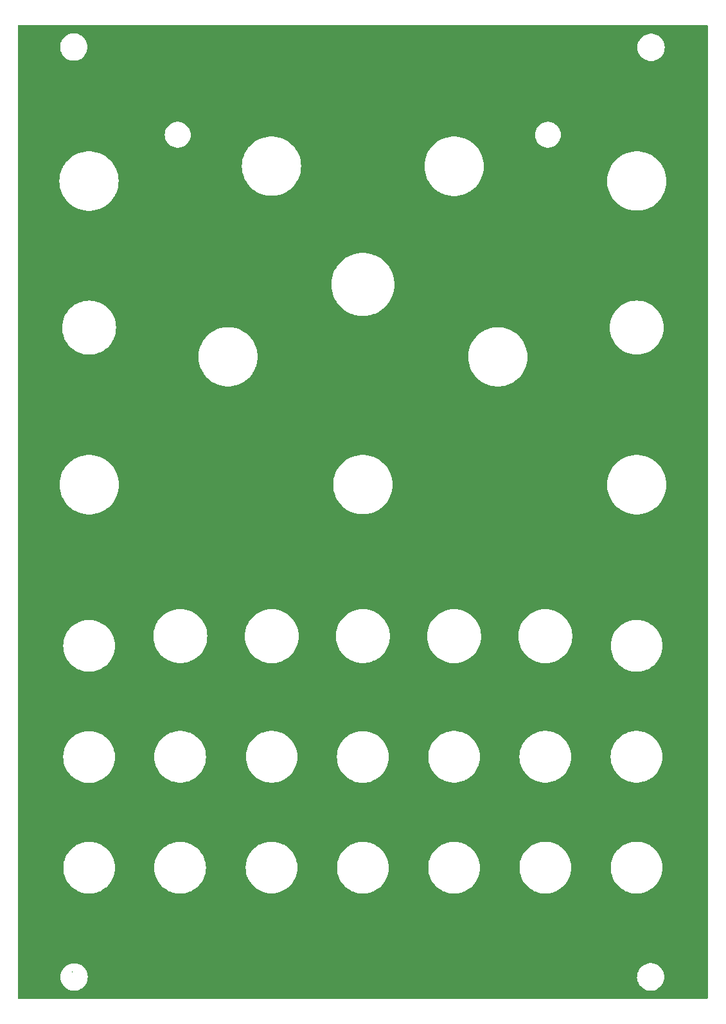
<source format=gtl>
G04 #@! TF.GenerationSoftware,KiCad,Pcbnew,(6.99.0-1801-gf14dc9e305)*
G04 #@! TF.CreationDate,2022-05-05T06:36:27+03:00*
G04 #@! TF.ProjectId,Blades,426c6164-6573-42e6-9b69-6361645f7063,rev?*
G04 #@! TF.SameCoordinates,Original*
G04 #@! TF.FileFunction,Copper,L1,Top*
G04 #@! TF.FilePolarity,Positive*
%FSLAX46Y46*%
G04 Gerber Fmt 4.6, Leading zero omitted, Abs format (unit mm)*
G04 Created by KiCad (PCBNEW (6.99.0-1801-gf14dc9e305)) date 2022-05-05 06:36:27*
%MOMM*%
%LPD*%
G01*
G04 APERTURE LIST*
G04 #@! TA.AperFunction,NonConductor*
%ADD10C,0.200000*%
G04 #@! TD*
G04 APERTURE END LIST*
D10*
X145850001Y-152050000D02*
G75*
G03*
X145850001Y-152050000I-1J0D01*
G01*
G04 #@! TA.AperFunction,NonConductor*
G36*
X229551621Y-27442502D02*
G01*
X229598114Y-27496158D01*
X229609500Y-27548500D01*
X229609500Y-155495500D01*
X229589498Y-155563621D01*
X229535842Y-155610114D01*
X229483500Y-155621500D01*
X138836500Y-155621500D01*
X138768379Y-155601498D01*
X138721886Y-155547842D01*
X138710500Y-155495500D01*
X138710500Y-152746000D01*
X144291451Y-152746000D01*
X144291803Y-152750697D01*
X144310838Y-153004704D01*
X144311617Y-153015103D01*
X144312667Y-153019702D01*
X144312667Y-153019704D01*
X144367192Y-153258595D01*
X144371666Y-153278195D01*
X144470257Y-153529398D01*
X144605185Y-153763102D01*
X144608117Y-153766779D01*
X144608120Y-153766783D01*
X144770504Y-153970405D01*
X144773439Y-153974085D01*
X144971259Y-154157635D01*
X145194226Y-154309651D01*
X145268667Y-154345500D01*
X145409098Y-154413128D01*
X145437359Y-154426738D01*
X145695228Y-154506280D01*
X145699878Y-154506981D01*
X145699883Y-154506982D01*
X145814033Y-154524187D01*
X145962071Y-154546500D01*
X146231929Y-154546500D01*
X146379967Y-154524187D01*
X146494117Y-154506982D01*
X146494122Y-154506981D01*
X146498772Y-154506280D01*
X146756641Y-154426738D01*
X146760890Y-154424692D01*
X146995527Y-154311697D01*
X146995530Y-154311695D01*
X146999775Y-154309651D01*
X147222741Y-154157635D01*
X147420561Y-153974085D01*
X147423496Y-153970405D01*
X147585880Y-153766783D01*
X147585883Y-153766779D01*
X147588815Y-153763102D01*
X147723743Y-153529398D01*
X147822334Y-153278195D01*
X147826808Y-153258595D01*
X147881333Y-153019704D01*
X147881333Y-153019702D01*
X147882383Y-153015103D01*
X147883163Y-153004704D01*
X147902197Y-152750697D01*
X147902549Y-152746000D01*
X147901425Y-152731000D01*
X220278451Y-152731000D01*
X220278803Y-152735697D01*
X220297202Y-152981217D01*
X220298617Y-153000103D01*
X220299667Y-153004702D01*
X220299667Y-153004704D01*
X220353434Y-153240273D01*
X220358666Y-153263195D01*
X220457257Y-153514398D01*
X220592185Y-153748102D01*
X220595117Y-153751779D01*
X220595120Y-153751783D01*
X220757504Y-153955405D01*
X220760439Y-153959085D01*
X220958259Y-154142635D01*
X220962158Y-154145293D01*
X221140985Y-154267215D01*
X221181226Y-154294651D01*
X221424359Y-154411738D01*
X221682228Y-154491280D01*
X221686878Y-154491981D01*
X221686883Y-154491982D01*
X221786404Y-154506982D01*
X221949071Y-154531500D01*
X222218929Y-154531500D01*
X222381596Y-154506982D01*
X222481117Y-154491982D01*
X222481122Y-154491981D01*
X222485772Y-154491280D01*
X222743641Y-154411738D01*
X222953225Y-154310808D01*
X222982527Y-154296697D01*
X222982530Y-154296695D01*
X222986775Y-154294651D01*
X223209741Y-154142635D01*
X223407561Y-153959085D01*
X223410496Y-153955405D01*
X223572880Y-153751783D01*
X223572883Y-153751779D01*
X223575815Y-153748102D01*
X223710743Y-153514398D01*
X223809334Y-153263195D01*
X223814566Y-153240273D01*
X223868333Y-153004704D01*
X223868333Y-153004702D01*
X223869383Y-153000103D01*
X223870799Y-152981217D01*
X223889197Y-152735697D01*
X223889549Y-152731000D01*
X223884510Y-152663752D01*
X223869736Y-152466602D01*
X223869735Y-152466596D01*
X223869383Y-152461897D01*
X223817990Y-152236727D01*
X223810384Y-152203405D01*
X223810384Y-152203404D01*
X223809334Y-152198805D01*
X223710743Y-151947602D01*
X223575815Y-151713898D01*
X223572883Y-151710221D01*
X223572880Y-151710217D01*
X223410496Y-151506595D01*
X223410494Y-151506593D01*
X223407561Y-151502915D01*
X223209741Y-151319365D01*
X222986775Y-151167349D01*
X222982530Y-151165305D01*
X222982527Y-151165303D01*
X222747890Y-151052308D01*
X222747888Y-151052307D01*
X222743641Y-151050262D01*
X222485772Y-150970720D01*
X222481122Y-150970019D01*
X222481117Y-150970018D01*
X222366967Y-150952813D01*
X222218929Y-150930500D01*
X221949071Y-150930500D01*
X221801033Y-150952813D01*
X221686883Y-150970018D01*
X221686878Y-150970019D01*
X221682228Y-150970720D01*
X221424359Y-151050262D01*
X221420112Y-151052307D01*
X221420110Y-151052308D01*
X221302792Y-151108806D01*
X221181226Y-151167349D01*
X220958259Y-151319365D01*
X220760439Y-151502915D01*
X220757506Y-151506593D01*
X220757504Y-151506595D01*
X220595120Y-151710217D01*
X220595117Y-151710221D01*
X220592185Y-151713898D01*
X220457257Y-151947602D01*
X220358666Y-152198805D01*
X220357616Y-152203404D01*
X220357616Y-152203405D01*
X220350011Y-152236727D01*
X220298617Y-152461897D01*
X220298265Y-152466596D01*
X220298264Y-152466602D01*
X220283490Y-152663752D01*
X220278451Y-152731000D01*
X147901425Y-152731000D01*
X147890224Y-152581525D01*
X147882736Y-152481602D01*
X147882735Y-152481596D01*
X147882383Y-152476897D01*
X147830990Y-152251727D01*
X147823384Y-152218405D01*
X147823384Y-152218404D01*
X147822334Y-152213805D01*
X147723743Y-151962602D01*
X147588815Y-151728898D01*
X147585883Y-151725221D01*
X147585880Y-151725217D01*
X147423496Y-151521595D01*
X147423494Y-151521593D01*
X147420561Y-151517915D01*
X147222741Y-151334365D01*
X146999775Y-151182349D01*
X146995530Y-151180305D01*
X146995527Y-151180303D01*
X146760890Y-151067308D01*
X146760888Y-151067307D01*
X146756641Y-151065262D01*
X146498772Y-150985720D01*
X146494122Y-150985019D01*
X146494117Y-150985018D01*
X146379967Y-150967813D01*
X146231929Y-150945500D01*
X145962071Y-150945500D01*
X145814033Y-150967813D01*
X145699883Y-150985018D01*
X145699878Y-150985019D01*
X145695228Y-150985720D01*
X145437359Y-151065262D01*
X145194226Y-151182349D01*
X145190332Y-151185004D01*
X145190330Y-151185005D01*
X145131984Y-151224785D01*
X144971259Y-151334365D01*
X144773439Y-151517915D01*
X144770506Y-151521593D01*
X144770504Y-151521595D01*
X144608120Y-151725217D01*
X144608117Y-151725221D01*
X144605185Y-151728898D01*
X144470257Y-151962602D01*
X144371666Y-152213805D01*
X144370616Y-152218404D01*
X144370616Y-152218405D01*
X144363011Y-152251727D01*
X144311617Y-152476897D01*
X144311265Y-152481596D01*
X144311264Y-152481602D01*
X144303776Y-152581525D01*
X144291451Y-152746000D01*
X138710500Y-152746000D01*
X138710500Y-138359000D01*
X144675506Y-138359000D01*
X144695469Y-138727199D01*
X144755125Y-139091081D01*
X144756040Y-139094376D01*
X144852432Y-139441548D01*
X144853773Y-139446379D01*
X144855036Y-139449548D01*
X144988668Y-139784941D01*
X144990257Y-139788930D01*
X145162978Y-140114716D01*
X145164892Y-140117538D01*
X145164892Y-140117539D01*
X145367994Y-140417092D01*
X145368000Y-140417099D01*
X145369910Y-140419917D01*
X145372123Y-140422522D01*
X145592831Y-140682359D01*
X145608627Y-140700956D01*
X145876330Y-140954538D01*
X145879048Y-140956604D01*
X145879049Y-140956605D01*
X145936932Y-141000606D01*
X146169881Y-141177690D01*
X146172810Y-141179453D01*
X146172814Y-141179455D01*
X146476589Y-141362230D01*
X146485838Y-141367795D01*
X146672776Y-141454282D01*
X146817399Y-141521192D01*
X146817404Y-141521194D01*
X146820497Y-141522625D01*
X146929938Y-141559500D01*
X147166698Y-141639274D01*
X147166704Y-141639276D01*
X147169934Y-141640364D01*
X147173271Y-141641098D01*
X147173269Y-141641098D01*
X147526721Y-141718899D01*
X147526725Y-141718900D01*
X147530052Y-141719632D01*
X147533442Y-141720001D01*
X147533444Y-141720001D01*
X147597276Y-141726943D01*
X147896630Y-141759500D01*
X148265370Y-141759500D01*
X148564724Y-141726943D01*
X148628556Y-141720001D01*
X148628558Y-141720001D01*
X148631948Y-141719632D01*
X148635275Y-141718900D01*
X148635279Y-141718899D01*
X148988731Y-141641098D01*
X148988729Y-141641098D01*
X148992066Y-141640364D01*
X148995296Y-141639276D01*
X148995302Y-141639274D01*
X149232062Y-141559500D01*
X149341503Y-141522625D01*
X149344596Y-141521194D01*
X149344601Y-141521192D01*
X149489224Y-141454282D01*
X149676162Y-141367795D01*
X149685411Y-141362230D01*
X149989186Y-141179455D01*
X149989190Y-141179453D01*
X149992119Y-141177690D01*
X150225068Y-141000606D01*
X150282951Y-140956605D01*
X150282952Y-140956604D01*
X150285670Y-140954538D01*
X150553373Y-140700956D01*
X150569170Y-140682359D01*
X150789877Y-140422522D01*
X150792090Y-140419917D01*
X150794000Y-140417099D01*
X150794006Y-140417092D01*
X150997108Y-140117539D01*
X150997108Y-140117538D01*
X150999022Y-140114716D01*
X151171743Y-139788930D01*
X151173333Y-139784941D01*
X151306964Y-139449548D01*
X151308227Y-139446379D01*
X151309569Y-139441548D01*
X151405960Y-139094376D01*
X151406875Y-139091081D01*
X151466531Y-138727199D01*
X151486440Y-138360000D01*
X156661506Y-138360000D01*
X156681469Y-138728199D01*
X156682023Y-138731577D01*
X156739650Y-139083081D01*
X156741125Y-139092081D01*
X156742040Y-139095376D01*
X156838583Y-139443092D01*
X156839773Y-139447379D01*
X156841036Y-139450548D01*
X156969484Y-139772930D01*
X156976257Y-139789930D01*
X157148978Y-140115716D01*
X157150892Y-140118538D01*
X157150892Y-140118539D01*
X157353994Y-140418092D01*
X157354000Y-140418099D01*
X157355910Y-140420917D01*
X157358123Y-140423522D01*
X157578831Y-140683359D01*
X157594627Y-140701956D01*
X157862330Y-140955538D01*
X158155881Y-141178690D01*
X158158810Y-141180453D01*
X158158814Y-141180455D01*
X158460927Y-141362230D01*
X158471838Y-141368795D01*
X158656615Y-141454282D01*
X158803399Y-141522192D01*
X158803404Y-141522194D01*
X158806497Y-141523625D01*
X158978400Y-141581546D01*
X159152698Y-141640274D01*
X159152704Y-141640276D01*
X159155934Y-141641364D01*
X159159271Y-141642098D01*
X159159269Y-141642098D01*
X159512721Y-141719899D01*
X159512725Y-141719900D01*
X159516052Y-141720632D01*
X159519442Y-141721001D01*
X159519444Y-141721001D01*
X159583276Y-141727943D01*
X159882630Y-141760500D01*
X160251370Y-141760500D01*
X160550724Y-141727943D01*
X160614556Y-141721001D01*
X160614558Y-141721001D01*
X160617948Y-141720632D01*
X160621275Y-141719900D01*
X160621279Y-141719899D01*
X160974731Y-141642098D01*
X160974729Y-141642098D01*
X160978066Y-141641364D01*
X160981296Y-141640276D01*
X160981302Y-141640274D01*
X161155600Y-141581546D01*
X161327503Y-141523625D01*
X161330596Y-141522194D01*
X161330601Y-141522192D01*
X161477385Y-141454282D01*
X161662162Y-141368795D01*
X161673073Y-141362230D01*
X161975186Y-141180455D01*
X161975190Y-141180453D01*
X161978119Y-141178690D01*
X162271670Y-140955538D01*
X162539373Y-140701956D01*
X162555170Y-140683359D01*
X162775877Y-140423522D01*
X162778090Y-140420917D01*
X162780000Y-140418099D01*
X162780006Y-140418092D01*
X162983108Y-140118539D01*
X162983108Y-140118538D01*
X162985022Y-140115716D01*
X163157743Y-139789930D01*
X163164517Y-139772930D01*
X163292964Y-139450548D01*
X163294227Y-139447379D01*
X163295418Y-139443092D01*
X163391960Y-139095376D01*
X163392875Y-139092081D01*
X163394351Y-139083081D01*
X163451977Y-138731577D01*
X163452531Y-138728199D01*
X163472494Y-138360000D01*
X163471139Y-138335000D01*
X168702505Y-138335000D01*
X168722468Y-138703199D01*
X168782124Y-139067081D01*
X168789980Y-139095376D01*
X168876982Y-139408728D01*
X168880772Y-139422379D01*
X168975102Y-139659132D01*
X169010595Y-139748211D01*
X169017256Y-139764930D01*
X169189977Y-140090716D01*
X169191891Y-140093538D01*
X169191891Y-140093539D01*
X169394993Y-140393092D01*
X169394999Y-140393099D01*
X169396909Y-140395917D01*
X169635626Y-140676956D01*
X169903329Y-140930538D01*
X169906047Y-140932604D01*
X169906048Y-140932605D01*
X169938935Y-140957605D01*
X170196880Y-141153690D01*
X170199809Y-141155453D01*
X170199813Y-141155455D01*
X170509910Y-141342034D01*
X170512837Y-141343795D01*
X170728051Y-141443364D01*
X170844398Y-141497192D01*
X170844403Y-141497194D01*
X170847496Y-141498625D01*
X171019399Y-141556546D01*
X171193697Y-141615274D01*
X171193703Y-141615276D01*
X171196933Y-141616364D01*
X171241155Y-141626098D01*
X171553720Y-141694899D01*
X171553724Y-141694900D01*
X171557051Y-141695632D01*
X171560441Y-141696001D01*
X171560443Y-141696001D01*
X171623870Y-141702899D01*
X171923629Y-141735500D01*
X172292369Y-141735500D01*
X172592128Y-141702899D01*
X172655555Y-141696001D01*
X172655557Y-141696001D01*
X172658947Y-141695632D01*
X172662274Y-141694900D01*
X172662278Y-141694899D01*
X172974843Y-141626098D01*
X173019065Y-141616364D01*
X173022295Y-141615276D01*
X173022301Y-141615274D01*
X173196599Y-141556546D01*
X173368502Y-141498625D01*
X173371595Y-141497194D01*
X173371600Y-141497192D01*
X173487947Y-141443364D01*
X173703161Y-141343795D01*
X173706088Y-141342034D01*
X174016185Y-141155455D01*
X174016189Y-141155453D01*
X174019118Y-141153690D01*
X174277063Y-140957605D01*
X174309950Y-140932605D01*
X174309951Y-140932604D01*
X174312669Y-140930538D01*
X174580372Y-140676956D01*
X174819089Y-140395917D01*
X174820999Y-140393099D01*
X174821005Y-140393092D01*
X175024107Y-140093539D01*
X175024107Y-140093538D01*
X175026021Y-140090716D01*
X175198742Y-139764930D01*
X175205404Y-139748211D01*
X175240896Y-139659132D01*
X175335226Y-139422379D01*
X175339017Y-139408728D01*
X175426018Y-139095376D01*
X175433874Y-139067081D01*
X175493530Y-138703199D01*
X175512571Y-138352000D01*
X180741507Y-138352000D01*
X180761470Y-138720199D01*
X180778802Y-138825916D01*
X180820355Y-139079376D01*
X180821126Y-139084080D01*
X180919774Y-139439379D01*
X180921037Y-139442548D01*
X180921039Y-139442555D01*
X181054271Y-139776942D01*
X181056258Y-139781929D01*
X181228979Y-140107715D01*
X181230893Y-140110537D01*
X181230893Y-140110538D01*
X181433318Y-140409092D01*
X181435911Y-140412917D01*
X181674627Y-140693956D01*
X181677092Y-140696291D01*
X181677093Y-140696292D01*
X181939857Y-140945195D01*
X181939862Y-140945199D01*
X181942331Y-140947538D01*
X181945037Y-140949595D01*
X181945044Y-140949601D01*
X182102235Y-141069094D01*
X182235881Y-141170689D01*
X182238810Y-141172452D01*
X182238814Y-141172454D01*
X182547251Y-141358034D01*
X182551838Y-141360794D01*
X182753909Y-141454282D01*
X182883399Y-141514191D01*
X182883404Y-141514193D01*
X182886497Y-141515624D01*
X183058400Y-141573545D01*
X183232698Y-141632273D01*
X183232704Y-141632275D01*
X183235934Y-141633363D01*
X183239271Y-141634097D01*
X183239269Y-141634097D01*
X183592722Y-141711898D01*
X183592726Y-141711899D01*
X183596053Y-141712631D01*
X183599443Y-141713000D01*
X183599445Y-141713000D01*
X183653686Y-141718899D01*
X183962630Y-141752499D01*
X184331370Y-141752499D01*
X184640314Y-141718899D01*
X184694555Y-141713000D01*
X184694557Y-141713000D01*
X184697947Y-141712631D01*
X184701274Y-141711899D01*
X184701278Y-141711898D01*
X185054731Y-141634097D01*
X185054729Y-141634097D01*
X185058066Y-141633363D01*
X185061296Y-141632275D01*
X185061302Y-141632273D01*
X185235600Y-141573545D01*
X185407503Y-141515624D01*
X185410596Y-141514193D01*
X185410601Y-141514191D01*
X185540091Y-141454282D01*
X185742162Y-141360794D01*
X185746749Y-141358034D01*
X186055186Y-141172454D01*
X186055190Y-141172452D01*
X186058119Y-141170689D01*
X186191765Y-141069094D01*
X186348956Y-140949601D01*
X186348963Y-140949595D01*
X186351669Y-140947538D01*
X186354138Y-140945199D01*
X186354143Y-140945195D01*
X186616907Y-140696292D01*
X186616908Y-140696291D01*
X186619373Y-140693956D01*
X186858089Y-140412917D01*
X186860683Y-140409092D01*
X187063107Y-140110538D01*
X187063107Y-140110537D01*
X187065021Y-140107715D01*
X187237742Y-139781929D01*
X187239729Y-139776942D01*
X187372961Y-139442555D01*
X187372963Y-139442548D01*
X187374226Y-139439379D01*
X187472874Y-139084080D01*
X187473646Y-139079376D01*
X187515198Y-138825916D01*
X187532530Y-138720199D01*
X187552493Y-138352000D01*
X187552439Y-138351000D01*
X192764506Y-138351000D01*
X192784469Y-138719199D01*
X192844125Y-139083081D01*
X192845040Y-139086376D01*
X192941432Y-139433548D01*
X192942773Y-139438379D01*
X192946359Y-139447379D01*
X193077270Y-139775942D01*
X193079257Y-139780930D01*
X193251978Y-140106716D01*
X193253892Y-140109538D01*
X193253892Y-140109539D01*
X193456994Y-140409092D01*
X193457000Y-140409099D01*
X193458910Y-140411917D01*
X193616451Y-140597388D01*
X193681831Y-140674359D01*
X193697627Y-140692956D01*
X193965330Y-140946538D01*
X194258881Y-141169690D01*
X194261810Y-141171453D01*
X194261814Y-141171455D01*
X194566794Y-141354955D01*
X194574838Y-141359795D01*
X194779068Y-141454282D01*
X194906399Y-141513192D01*
X194906404Y-141513194D01*
X194909497Y-141514625D01*
X195081400Y-141572546D01*
X195255698Y-141631274D01*
X195255704Y-141631276D01*
X195258934Y-141632364D01*
X195303156Y-141642098D01*
X195615721Y-141710899D01*
X195615725Y-141710900D01*
X195619052Y-141711632D01*
X195622442Y-141712001D01*
X195622444Y-141712001D01*
X195631630Y-141713000D01*
X195985630Y-141751500D01*
X196354370Y-141751500D01*
X196708370Y-141713000D01*
X196717556Y-141712001D01*
X196717558Y-141712001D01*
X196720948Y-141711632D01*
X196724275Y-141710900D01*
X196724279Y-141710899D01*
X197036844Y-141642098D01*
X197081066Y-141632364D01*
X197084296Y-141631276D01*
X197084302Y-141631274D01*
X197258600Y-141572546D01*
X197430503Y-141514625D01*
X197433596Y-141513194D01*
X197433601Y-141513192D01*
X197560932Y-141454282D01*
X197765162Y-141359795D01*
X197773206Y-141354955D01*
X198078186Y-141171455D01*
X198078190Y-141171453D01*
X198081119Y-141169690D01*
X198374670Y-140946538D01*
X198642373Y-140692956D01*
X198658170Y-140674359D01*
X198723549Y-140597388D01*
X198881090Y-140411917D01*
X198883000Y-140409099D01*
X198883006Y-140409092D01*
X199086108Y-140109539D01*
X199086108Y-140109538D01*
X199088022Y-140106716D01*
X199260743Y-139780930D01*
X199262731Y-139775942D01*
X199393641Y-139447379D01*
X199397227Y-139438379D01*
X199398569Y-139433548D01*
X199494960Y-139086376D01*
X199495875Y-139083081D01*
X199555531Y-138719199D01*
X199575494Y-138351000D01*
X199575114Y-138344000D01*
X204787506Y-138344000D01*
X204807469Y-138712199D01*
X204809928Y-138727199D01*
X204865650Y-139067081D01*
X204867125Y-139076081D01*
X204872205Y-139094376D01*
X204964583Y-139427092D01*
X204965773Y-139431379D01*
X205102257Y-139773930D01*
X205274978Y-140099716D01*
X205276892Y-140102538D01*
X205276892Y-140102539D01*
X205479994Y-140402092D01*
X205480000Y-140402099D01*
X205481910Y-140404917D01*
X205720627Y-140685956D01*
X205988330Y-140939538D01*
X206281881Y-141162690D01*
X206284810Y-141164453D01*
X206284814Y-141164455D01*
X206593249Y-141350034D01*
X206597838Y-141352795D01*
X206813052Y-141452364D01*
X206929399Y-141506192D01*
X206929404Y-141506194D01*
X206932497Y-141507625D01*
X207083489Y-141558500D01*
X207278698Y-141624274D01*
X207278704Y-141624276D01*
X207281934Y-141625364D01*
X207345128Y-141639274D01*
X207638721Y-141703899D01*
X207638725Y-141703900D01*
X207642052Y-141704632D01*
X207645442Y-141705001D01*
X207645444Y-141705001D01*
X207699676Y-141710899D01*
X208008630Y-141744500D01*
X208377370Y-141744500D01*
X208686324Y-141710899D01*
X208740556Y-141705001D01*
X208740558Y-141705001D01*
X208743948Y-141704632D01*
X208747275Y-141703900D01*
X208747279Y-141703899D01*
X209040872Y-141639274D01*
X209104066Y-141625364D01*
X209107296Y-141624276D01*
X209107302Y-141624274D01*
X209302511Y-141558500D01*
X209453503Y-141507625D01*
X209456596Y-141506194D01*
X209456601Y-141506192D01*
X209572948Y-141452364D01*
X209788162Y-141352795D01*
X209792751Y-141350034D01*
X210101186Y-141164455D01*
X210101190Y-141164453D01*
X210104119Y-141162690D01*
X210397670Y-140939538D01*
X210665373Y-140685956D01*
X210904090Y-140404917D01*
X210906000Y-140402099D01*
X210906006Y-140402092D01*
X211109108Y-140102539D01*
X211109108Y-140102538D01*
X211111022Y-140099716D01*
X211283743Y-139773930D01*
X211420227Y-139431379D01*
X211421418Y-139427092D01*
X211513795Y-139094376D01*
X211518875Y-139076081D01*
X211520351Y-139067081D01*
X211576072Y-138727199D01*
X211578531Y-138712199D01*
X211598494Y-138344000D01*
X211598440Y-138343000D01*
X216809506Y-138343000D01*
X216829469Y-138711199D01*
X216889125Y-139075081D01*
X216893845Y-139092081D01*
X216986432Y-139425548D01*
X216987773Y-139430379D01*
X216995411Y-139449548D01*
X217122270Y-139767942D01*
X217124257Y-139772930D01*
X217296978Y-140098716D01*
X217298892Y-140101538D01*
X217298892Y-140101539D01*
X217501994Y-140401092D01*
X217502000Y-140401099D01*
X217503910Y-140403917D01*
X217742627Y-140684956D01*
X218010330Y-140938538D01*
X218013048Y-140940604D01*
X218013049Y-140940605D01*
X218017758Y-140944185D01*
X218303881Y-141161690D01*
X218306810Y-141163453D01*
X218306814Y-141163455D01*
X218616911Y-141350034D01*
X218619838Y-141351795D01*
X218835052Y-141451364D01*
X218951399Y-141505192D01*
X218951404Y-141505194D01*
X218954497Y-141506625D01*
X219126400Y-141564546D01*
X219300698Y-141623274D01*
X219300704Y-141623276D01*
X219303934Y-141624364D01*
X219371671Y-141639274D01*
X219660721Y-141702899D01*
X219660725Y-141702900D01*
X219664052Y-141703632D01*
X219667442Y-141704001D01*
X219667444Y-141704001D01*
X219730871Y-141710899D01*
X220030630Y-141743500D01*
X220399370Y-141743500D01*
X220699129Y-141710899D01*
X220762556Y-141704001D01*
X220762558Y-141704001D01*
X220765948Y-141703632D01*
X220769275Y-141702900D01*
X220769279Y-141702899D01*
X221058329Y-141639274D01*
X221126066Y-141624364D01*
X221129296Y-141623276D01*
X221129302Y-141623274D01*
X221303600Y-141564546D01*
X221475503Y-141506625D01*
X221478596Y-141505194D01*
X221478601Y-141505192D01*
X221594948Y-141451364D01*
X221810162Y-141351795D01*
X221813089Y-141350034D01*
X222123186Y-141163455D01*
X222123190Y-141163453D01*
X222126119Y-141161690D01*
X222412242Y-140944185D01*
X222416951Y-140940605D01*
X222416952Y-140940604D01*
X222419670Y-140938538D01*
X222687373Y-140684956D01*
X222926090Y-140403917D01*
X222928000Y-140401099D01*
X222928006Y-140401092D01*
X223131108Y-140101539D01*
X223131108Y-140101538D01*
X223133022Y-140098716D01*
X223305743Y-139772930D01*
X223307731Y-139767942D01*
X223434589Y-139449548D01*
X223442227Y-139430379D01*
X223443569Y-139425548D01*
X223536155Y-139092081D01*
X223540875Y-139075081D01*
X223600531Y-138711199D01*
X223620494Y-138343000D01*
X223600531Y-137974801D01*
X223540875Y-137610919D01*
X223512270Y-137507895D01*
X223443140Y-137258908D01*
X223443138Y-137258902D01*
X223442227Y-137255621D01*
X223313380Y-136932237D01*
X223307005Y-136916237D01*
X223307004Y-136916235D01*
X223305743Y-136913070D01*
X223133022Y-136587284D01*
X222981729Y-136364144D01*
X222928006Y-136284908D01*
X222928000Y-136284901D01*
X222926090Y-136282083D01*
X222704019Y-136020641D01*
X222689579Y-136003641D01*
X222689578Y-136003640D01*
X222687373Y-136001044D01*
X222419670Y-135747462D01*
X222126119Y-135524310D01*
X222109890Y-135514545D01*
X221813089Y-135335966D01*
X221813087Y-135335965D01*
X221810162Y-135334205D01*
X221554057Y-135215718D01*
X221478601Y-135180808D01*
X221478596Y-135180806D01*
X221475503Y-135179375D01*
X221303600Y-135121454D01*
X221129302Y-135062726D01*
X221129296Y-135062724D01*
X221126066Y-135061636D01*
X220841967Y-134999101D01*
X220769279Y-134983101D01*
X220769275Y-134983100D01*
X220765948Y-134982368D01*
X220762558Y-134981999D01*
X220762556Y-134981999D01*
X220688997Y-134973999D01*
X220399370Y-134942500D01*
X220030630Y-134942500D01*
X219741003Y-134973999D01*
X219667444Y-134981999D01*
X219667442Y-134981999D01*
X219664052Y-134982368D01*
X219660725Y-134983100D01*
X219660721Y-134983101D01*
X219588033Y-134999101D01*
X219303934Y-135061636D01*
X219300704Y-135062724D01*
X219300698Y-135062726D01*
X219126400Y-135121454D01*
X218954497Y-135179375D01*
X218951404Y-135180806D01*
X218951399Y-135180808D01*
X218875943Y-135215718D01*
X218619838Y-135334205D01*
X218616913Y-135335965D01*
X218616911Y-135335966D01*
X218320111Y-135514545D01*
X218303881Y-135524310D01*
X218010330Y-135747462D01*
X217742627Y-136001044D01*
X217740422Y-136003640D01*
X217740421Y-136003641D01*
X217725981Y-136020641D01*
X217503910Y-136282083D01*
X217502000Y-136284901D01*
X217501994Y-136284908D01*
X217448271Y-136364144D01*
X217296978Y-136587284D01*
X217124257Y-136913070D01*
X217122996Y-136916235D01*
X217122995Y-136916237D01*
X217116620Y-136932237D01*
X216987773Y-137255621D01*
X216986862Y-137258902D01*
X216986860Y-137258908D01*
X216917730Y-137507895D01*
X216889125Y-137610919D01*
X216829469Y-137974801D01*
X216809506Y-138343000D01*
X211598440Y-138343000D01*
X211578531Y-137975801D01*
X211518875Y-137611919D01*
X211432902Y-137302272D01*
X211421140Y-137259908D01*
X211421138Y-137259902D01*
X211420227Y-137256621D01*
X211288918Y-136927058D01*
X211285005Y-136917237D01*
X211285004Y-136917235D01*
X211283743Y-136914070D01*
X211111022Y-136588284D01*
X210959051Y-136364144D01*
X210906006Y-136285908D01*
X210906000Y-136285901D01*
X210904090Y-136283083D01*
X210720842Y-136067347D01*
X210667579Y-136004641D01*
X210667578Y-136004640D01*
X210665373Y-136002044D01*
X210397670Y-135748462D01*
X210393636Y-135745395D01*
X210246974Y-135633906D01*
X210104119Y-135525310D01*
X210086228Y-135514545D01*
X209791089Y-135336966D01*
X209791087Y-135336965D01*
X209788162Y-135335205D01*
X209491184Y-135197808D01*
X209456601Y-135181808D01*
X209456596Y-135181806D01*
X209453503Y-135180375D01*
X209281600Y-135122454D01*
X209107302Y-135063726D01*
X209107296Y-135063724D01*
X209104066Y-135062636D01*
X208815424Y-134999101D01*
X208747279Y-134984101D01*
X208747275Y-134984100D01*
X208743948Y-134983368D01*
X208740558Y-134982999D01*
X208740556Y-134982999D01*
X208657802Y-134973999D01*
X208377370Y-134943500D01*
X208008630Y-134943500D01*
X207728198Y-134973999D01*
X207645444Y-134982999D01*
X207645442Y-134982999D01*
X207642052Y-134983368D01*
X207638725Y-134984100D01*
X207638721Y-134984101D01*
X207570576Y-134999101D01*
X207281934Y-135062636D01*
X207278704Y-135063724D01*
X207278698Y-135063726D01*
X207104400Y-135122454D01*
X206932497Y-135180375D01*
X206929404Y-135181806D01*
X206929399Y-135181808D01*
X206894816Y-135197808D01*
X206597838Y-135335205D01*
X206594913Y-135336965D01*
X206594911Y-135336966D01*
X206299773Y-135514545D01*
X206281881Y-135525310D01*
X206139026Y-135633906D01*
X205992365Y-135745395D01*
X205988330Y-135748462D01*
X205720627Y-136002044D01*
X205718422Y-136004640D01*
X205718421Y-136004641D01*
X205665158Y-136067347D01*
X205481910Y-136283083D01*
X205480000Y-136285901D01*
X205479994Y-136285908D01*
X205426949Y-136364144D01*
X205274978Y-136588284D01*
X205102257Y-136914070D01*
X205100996Y-136917235D01*
X205100995Y-136917237D01*
X205097082Y-136927058D01*
X204965773Y-137256621D01*
X204964862Y-137259902D01*
X204964860Y-137259908D01*
X204953098Y-137302272D01*
X204867125Y-137611919D01*
X204807469Y-137975801D01*
X204787506Y-138344000D01*
X199575114Y-138344000D01*
X199555531Y-137982801D01*
X199497740Y-137630292D01*
X199496428Y-137622292D01*
X199495875Y-137618919D01*
X199408236Y-137303272D01*
X199398140Y-137266908D01*
X199398138Y-137266902D01*
X199397227Y-137263621D01*
X199264329Y-136930070D01*
X199262005Y-136924237D01*
X199262004Y-136924235D01*
X199260743Y-136921070D01*
X199088022Y-136595284D01*
X198931305Y-136364144D01*
X198883006Y-136292908D01*
X198883000Y-136292901D01*
X198881090Y-136290083D01*
X198642373Y-136009044D01*
X198374670Y-135755462D01*
X198081119Y-135532310D01*
X198066552Y-135523545D01*
X197768089Y-135343966D01*
X197768087Y-135343965D01*
X197765162Y-135342205D01*
X197526349Y-135231718D01*
X197433601Y-135188808D01*
X197433596Y-135188806D01*
X197430503Y-135187375D01*
X197258600Y-135129454D01*
X197084302Y-135070726D01*
X197084296Y-135070724D01*
X197081066Y-135069636D01*
X196971849Y-135045595D01*
X196724279Y-134991101D01*
X196724275Y-134991100D01*
X196720948Y-134990368D01*
X196717558Y-134989999D01*
X196717556Y-134989999D01*
X196643997Y-134981999D01*
X196354370Y-134950500D01*
X195985630Y-134950500D01*
X195696003Y-134981999D01*
X195622444Y-134989999D01*
X195622442Y-134989999D01*
X195619052Y-134990368D01*
X195615725Y-134991100D01*
X195615721Y-134991101D01*
X195368151Y-135045595D01*
X195258934Y-135069636D01*
X195255704Y-135070724D01*
X195255698Y-135070726D01*
X195081400Y-135129454D01*
X194909497Y-135187375D01*
X194906404Y-135188806D01*
X194906399Y-135188808D01*
X194813651Y-135231718D01*
X194574838Y-135342205D01*
X194571913Y-135343965D01*
X194571911Y-135343966D01*
X194273449Y-135523545D01*
X194258881Y-135532310D01*
X193965330Y-135755462D01*
X193697627Y-136009044D01*
X193458910Y-136290083D01*
X193457000Y-136292901D01*
X193456994Y-136292908D01*
X193408695Y-136364144D01*
X193251978Y-136595284D01*
X193079257Y-136921070D01*
X193077996Y-136924235D01*
X193077995Y-136924237D01*
X193075671Y-136930070D01*
X192942773Y-137263621D01*
X192941862Y-137266902D01*
X192941860Y-137266908D01*
X192931764Y-137303272D01*
X192844125Y-137618919D01*
X192843572Y-137622292D01*
X192842260Y-137630292D01*
X192784469Y-137982801D01*
X192764506Y-138351000D01*
X187552439Y-138351000D01*
X187532530Y-137983801D01*
X187477321Y-137647044D01*
X187473426Y-137623284D01*
X187473424Y-137623275D01*
X187472874Y-137619920D01*
X187374226Y-137264621D01*
X187372349Y-137259908D01*
X187239004Y-136925238D01*
X187239003Y-136925236D01*
X187237742Y-136922071D01*
X187065021Y-136596285D01*
X186902880Y-136357145D01*
X186859998Y-136293898D01*
X186859994Y-136293893D01*
X186858089Y-136291083D01*
X186619373Y-136010044D01*
X186613669Y-136004641D01*
X186354143Y-135758805D01*
X186354138Y-135758801D01*
X186351669Y-135756462D01*
X186348963Y-135754405D01*
X186348956Y-135754399D01*
X186070050Y-135542381D01*
X186058119Y-135533311D01*
X186048264Y-135527381D01*
X185745089Y-135344967D01*
X185745087Y-135344966D01*
X185742162Y-135343206D01*
X185486055Y-135224718D01*
X185410601Y-135189809D01*
X185410596Y-135189807D01*
X185407503Y-135188376D01*
X185235600Y-135130455D01*
X185061302Y-135071727D01*
X185061296Y-135071725D01*
X185058066Y-135070637D01*
X184949831Y-135046813D01*
X184701278Y-134992102D01*
X184701274Y-134992101D01*
X184697947Y-134991369D01*
X184694557Y-134991000D01*
X184694555Y-134991000D01*
X184611792Y-134981999D01*
X184331370Y-134951501D01*
X183962630Y-134951501D01*
X183682208Y-134981999D01*
X183599445Y-134991000D01*
X183599443Y-134991000D01*
X183596053Y-134991369D01*
X183592726Y-134992101D01*
X183592722Y-134992102D01*
X183344169Y-135046813D01*
X183235934Y-135070637D01*
X183232704Y-135071725D01*
X183232698Y-135071727D01*
X183058400Y-135130455D01*
X182886497Y-135188376D01*
X182883404Y-135189807D01*
X182883399Y-135189809D01*
X182807945Y-135224718D01*
X182551838Y-135343206D01*
X182548913Y-135344966D01*
X182548911Y-135344967D01*
X182245737Y-135527381D01*
X182235881Y-135533311D01*
X182223950Y-135542381D01*
X181945044Y-135754399D01*
X181945037Y-135754405D01*
X181942331Y-135756462D01*
X181939862Y-135758801D01*
X181939857Y-135758805D01*
X181680331Y-136004641D01*
X181674627Y-136010044D01*
X181435911Y-136291083D01*
X181434006Y-136293893D01*
X181434002Y-136293898D01*
X181391120Y-136357145D01*
X181228979Y-136596285D01*
X181056258Y-136922071D01*
X181054997Y-136925236D01*
X181054996Y-136925238D01*
X180921652Y-137259908D01*
X180919774Y-137264621D01*
X180821126Y-137619920D01*
X180820576Y-137623275D01*
X180820574Y-137623284D01*
X180816679Y-137647044D01*
X180761470Y-137983801D01*
X180741507Y-138352000D01*
X175512571Y-138352000D01*
X175513493Y-138335000D01*
X175493530Y-137966801D01*
X175435739Y-137614292D01*
X175434427Y-137606292D01*
X175433874Y-137602919D01*
X175405269Y-137499895D01*
X175336139Y-137250908D01*
X175336137Y-137250902D01*
X175335226Y-137247621D01*
X175208703Y-136930070D01*
X175200004Y-136908237D01*
X175200003Y-136908235D01*
X175198742Y-136905070D01*
X175026021Y-136579284D01*
X175024107Y-136576461D01*
X174821005Y-136276908D01*
X174820999Y-136276901D01*
X174819089Y-136274083D01*
X174597009Y-136012631D01*
X174582578Y-135995641D01*
X174582577Y-135995640D01*
X174580372Y-135993044D01*
X174312669Y-135739462D01*
X174019118Y-135516310D01*
X173744712Y-135351205D01*
X173706088Y-135327966D01*
X173706086Y-135327965D01*
X173703161Y-135326205D01*
X173425636Y-135197808D01*
X173371600Y-135172808D01*
X173371595Y-135172806D01*
X173368502Y-135171375D01*
X173196599Y-135113454D01*
X173022301Y-135054726D01*
X173022295Y-135054724D01*
X173019065Y-135053636D01*
X172909848Y-135029595D01*
X172662278Y-134975101D01*
X172662274Y-134975100D01*
X172658947Y-134974368D01*
X172655557Y-134973999D01*
X172655555Y-134973999D01*
X172591723Y-134967057D01*
X172292369Y-134934500D01*
X171923629Y-134934500D01*
X171624275Y-134967057D01*
X171560443Y-134973999D01*
X171560441Y-134973999D01*
X171557051Y-134974368D01*
X171553724Y-134975100D01*
X171553720Y-134975101D01*
X171306150Y-135029595D01*
X171196933Y-135053636D01*
X171193703Y-135054724D01*
X171193697Y-135054726D01*
X171019399Y-135113454D01*
X170847496Y-135171375D01*
X170844403Y-135172806D01*
X170844398Y-135172808D01*
X170790362Y-135197808D01*
X170512837Y-135326205D01*
X170509912Y-135327965D01*
X170509910Y-135327966D01*
X170471287Y-135351205D01*
X170196880Y-135516310D01*
X169903329Y-135739462D01*
X169635626Y-135993044D01*
X169633421Y-135995640D01*
X169633420Y-135995641D01*
X169618989Y-136012631D01*
X169396909Y-136274083D01*
X169394999Y-136276901D01*
X169394993Y-136276908D01*
X169191891Y-136576461D01*
X169189977Y-136579284D01*
X169017256Y-136905070D01*
X169015995Y-136908235D01*
X169015994Y-136908237D01*
X169007295Y-136930070D01*
X168880772Y-137247621D01*
X168879861Y-137250902D01*
X168879859Y-137250908D01*
X168810729Y-137499895D01*
X168782124Y-137602919D01*
X168781571Y-137606292D01*
X168780259Y-137614292D01*
X168722468Y-137966801D01*
X168702505Y-138335000D01*
X163471139Y-138335000D01*
X163452531Y-137991801D01*
X163392875Y-137627919D01*
X163364270Y-137524895D01*
X163295140Y-137275908D01*
X163295138Y-137275902D01*
X163294227Y-137272621D01*
X163167592Y-136954789D01*
X163159005Y-136933237D01*
X163159004Y-136933235D01*
X163157743Y-136930070D01*
X162985022Y-136604284D01*
X162978920Y-136595284D01*
X162780006Y-136301908D01*
X162780000Y-136301901D01*
X162778090Y-136299083D01*
X162539373Y-136018044D01*
X162271670Y-135764462D01*
X162267636Y-135761395D01*
X162111767Y-135642907D01*
X161978119Y-135541310D01*
X161961892Y-135531546D01*
X161665089Y-135352966D01*
X161665087Y-135352965D01*
X161662162Y-135351205D01*
X161403896Y-135231718D01*
X161330601Y-135197808D01*
X161330596Y-135197806D01*
X161327503Y-135196375D01*
X161146832Y-135135500D01*
X160981302Y-135079726D01*
X160981296Y-135079724D01*
X160978066Y-135078636D01*
X160861155Y-135052902D01*
X160621279Y-135000101D01*
X160621275Y-135000100D01*
X160617948Y-134999368D01*
X160614558Y-134998999D01*
X160614556Y-134998999D01*
X160531802Y-134989999D01*
X160251370Y-134959500D01*
X159882630Y-134959500D01*
X159602198Y-134989999D01*
X159519444Y-134998999D01*
X159519442Y-134998999D01*
X159516052Y-134999368D01*
X159512725Y-135000100D01*
X159512721Y-135000101D01*
X159272845Y-135052902D01*
X159155934Y-135078636D01*
X159152704Y-135079724D01*
X159152698Y-135079726D01*
X158987168Y-135135500D01*
X158806497Y-135196375D01*
X158803404Y-135197806D01*
X158803399Y-135197808D01*
X158730104Y-135231718D01*
X158471838Y-135351205D01*
X158468913Y-135352965D01*
X158468911Y-135352966D01*
X158172109Y-135531546D01*
X158155881Y-135541310D01*
X158022233Y-135642907D01*
X157866365Y-135761395D01*
X157862330Y-135764462D01*
X157594627Y-136018044D01*
X157355910Y-136299083D01*
X157354000Y-136301901D01*
X157353994Y-136301908D01*
X157155080Y-136595284D01*
X157148978Y-136604284D01*
X156976257Y-136930070D01*
X156974996Y-136933235D01*
X156974995Y-136933237D01*
X156966408Y-136954789D01*
X156839773Y-137272621D01*
X156838862Y-137275902D01*
X156838860Y-137275908D01*
X156769730Y-137524895D01*
X156741125Y-137627919D01*
X156681469Y-137991801D01*
X156661506Y-138360000D01*
X151486440Y-138360000D01*
X151486494Y-138359000D01*
X151466531Y-137990801D01*
X151406875Y-137626919D01*
X151317015Y-137303272D01*
X151309140Y-137274908D01*
X151309138Y-137274902D01*
X151308227Y-137271621D01*
X151171743Y-136929070D01*
X150999022Y-136603284D01*
X150993598Y-136595284D01*
X150794006Y-136300908D01*
X150794000Y-136300901D01*
X150792090Y-136298083D01*
X150553373Y-136017044D01*
X150285670Y-135763462D01*
X150251380Y-135737395D01*
X150104718Y-135625906D01*
X149992119Y-135540310D01*
X149977554Y-135531546D01*
X149679089Y-135351966D01*
X149679087Y-135351965D01*
X149676162Y-135350205D01*
X149404927Y-135224718D01*
X149344601Y-135196808D01*
X149344596Y-135196806D01*
X149341503Y-135195375D01*
X149163800Y-135135500D01*
X148995302Y-135078726D01*
X148995296Y-135078724D01*
X148992066Y-135077636D01*
X148879698Y-135052902D01*
X148635279Y-134999101D01*
X148635275Y-134999100D01*
X148631948Y-134998368D01*
X148628558Y-134997999D01*
X148628556Y-134997999D01*
X148554997Y-134989999D01*
X148265370Y-134958500D01*
X147896630Y-134958500D01*
X147607003Y-134989999D01*
X147533444Y-134997999D01*
X147533442Y-134997999D01*
X147530052Y-134998368D01*
X147526725Y-134999100D01*
X147526721Y-134999101D01*
X147282302Y-135052902D01*
X147169934Y-135077636D01*
X147166704Y-135078724D01*
X147166698Y-135078726D01*
X146998200Y-135135500D01*
X146820497Y-135195375D01*
X146817404Y-135196806D01*
X146817399Y-135196808D01*
X146757073Y-135224718D01*
X146485838Y-135350205D01*
X146482913Y-135351965D01*
X146482911Y-135351966D01*
X146184447Y-135531546D01*
X146169881Y-135540310D01*
X146057282Y-135625906D01*
X145910621Y-135737395D01*
X145876330Y-135763462D01*
X145608627Y-136017044D01*
X145369910Y-136298083D01*
X145368000Y-136300901D01*
X145367994Y-136300908D01*
X145168402Y-136595284D01*
X145162978Y-136603284D01*
X144990257Y-136929070D01*
X144853773Y-137271621D01*
X144852862Y-137274902D01*
X144852860Y-137274908D01*
X144844985Y-137303272D01*
X144755125Y-137626919D01*
X144695469Y-137990801D01*
X144675506Y-138359000D01*
X138710500Y-138359000D01*
X138710500Y-123780000D01*
X144654506Y-123780000D01*
X144674469Y-124148199D01*
X144734125Y-124512081D01*
X144735040Y-124515376D01*
X144826863Y-124846092D01*
X144832773Y-124867379D01*
X144969257Y-125209930D01*
X145141978Y-125535716D01*
X145143892Y-125538538D01*
X145143892Y-125538539D01*
X145346994Y-125838092D01*
X145347000Y-125838099D01*
X145348910Y-125840917D01*
X145351123Y-125843522D01*
X145574330Y-126106301D01*
X145587627Y-126121956D01*
X145855330Y-126375538D01*
X146148881Y-126598690D01*
X146151810Y-126600453D01*
X146151814Y-126600455D01*
X146427009Y-126766034D01*
X146464838Y-126788795D01*
X146647451Y-126873281D01*
X146796399Y-126942192D01*
X146796404Y-126942194D01*
X146799497Y-126943625D01*
X146971400Y-127001546D01*
X147145698Y-127060274D01*
X147145704Y-127060276D01*
X147148934Y-127061364D01*
X147152271Y-127062098D01*
X147152269Y-127062098D01*
X147505721Y-127139899D01*
X147505725Y-127139900D01*
X147509052Y-127140632D01*
X147512442Y-127141001D01*
X147512444Y-127141001D01*
X147576276Y-127147943D01*
X147875630Y-127180500D01*
X148244370Y-127180500D01*
X148543724Y-127147943D01*
X148607556Y-127141001D01*
X148607558Y-127141001D01*
X148610948Y-127140632D01*
X148614275Y-127139900D01*
X148614279Y-127139899D01*
X148967731Y-127062098D01*
X148967729Y-127062098D01*
X148971066Y-127061364D01*
X148974296Y-127060276D01*
X148974302Y-127060274D01*
X149148600Y-127001546D01*
X149320503Y-126943625D01*
X149323596Y-126942194D01*
X149323601Y-126942192D01*
X149472549Y-126873281D01*
X149655162Y-126788795D01*
X149692991Y-126766034D01*
X149968186Y-126600455D01*
X149968190Y-126600453D01*
X149971119Y-126598690D01*
X150264670Y-126375538D01*
X150532373Y-126121956D01*
X150545671Y-126106301D01*
X150768877Y-125843522D01*
X150771090Y-125840917D01*
X150773000Y-125838099D01*
X150773006Y-125838092D01*
X150976108Y-125538539D01*
X150976108Y-125538538D01*
X150978022Y-125535716D01*
X151150743Y-125209930D01*
X151287227Y-124867379D01*
X151293138Y-124846092D01*
X151384960Y-124515376D01*
X151385875Y-124512081D01*
X151445531Y-124148199D01*
X151465494Y-123780000D01*
X151464518Y-123762000D01*
X156672506Y-123762000D01*
X156692469Y-124130199D01*
X156752125Y-124494081D01*
X156753038Y-124497368D01*
X156753040Y-124497376D01*
X156849434Y-124844555D01*
X156850773Y-124849379D01*
X156945103Y-125086132D01*
X156977807Y-125168211D01*
X156987257Y-125191930D01*
X157159978Y-125517716D01*
X157161892Y-125520538D01*
X157161892Y-125520539D01*
X157364994Y-125820092D01*
X157365000Y-125820099D01*
X157366910Y-125822917D01*
X157605627Y-126103956D01*
X157873330Y-126357538D01*
X158166881Y-126580690D01*
X158169810Y-126582453D01*
X158169814Y-126582455D01*
X158479911Y-126769034D01*
X158482838Y-126770795D01*
X158680584Y-126862282D01*
X158814399Y-126924192D01*
X158814404Y-126924194D01*
X158817497Y-126925625D01*
X158968489Y-126976500D01*
X159163698Y-127042274D01*
X159163704Y-127042276D01*
X159166934Y-127043364D01*
X159170271Y-127044098D01*
X159170269Y-127044098D01*
X159523721Y-127121899D01*
X159523725Y-127121900D01*
X159527052Y-127122632D01*
X159530442Y-127123001D01*
X159530444Y-127123001D01*
X159594276Y-127129943D01*
X159893630Y-127162500D01*
X160262370Y-127162500D01*
X160561724Y-127129943D01*
X160625556Y-127123001D01*
X160625558Y-127123001D01*
X160628948Y-127122632D01*
X160632275Y-127121900D01*
X160632279Y-127121899D01*
X160985731Y-127044098D01*
X160985729Y-127044098D01*
X160989066Y-127043364D01*
X160992296Y-127042276D01*
X160992302Y-127042274D01*
X161187511Y-126976500D01*
X161338503Y-126925625D01*
X161341596Y-126924194D01*
X161341601Y-126924192D01*
X161475416Y-126862282D01*
X161673162Y-126770795D01*
X161676089Y-126769034D01*
X161986186Y-126582455D01*
X161986190Y-126582453D01*
X161989119Y-126580690D01*
X162282670Y-126357538D01*
X162550373Y-126103956D01*
X162789090Y-125822917D01*
X162791000Y-125820099D01*
X162791006Y-125820092D01*
X162994108Y-125520539D01*
X162994108Y-125520538D01*
X162996022Y-125517716D01*
X163168743Y-125191930D01*
X163178194Y-125168211D01*
X163210897Y-125086132D01*
X163305227Y-124849379D01*
X163306567Y-124844555D01*
X163402960Y-124497376D01*
X163402962Y-124497368D01*
X163403875Y-124494081D01*
X163463531Y-124130199D01*
X163483494Y-123762000D01*
X168729507Y-123762000D01*
X168749470Y-124130199D01*
X168751860Y-124144779D01*
X168808286Y-124488956D01*
X168809126Y-124494080D01*
X168907774Y-124849379D01*
X168909037Y-124852548D01*
X168909039Y-124852555D01*
X169042996Y-125188762D01*
X169042997Y-125188764D01*
X169044258Y-125191929D01*
X169216979Y-125517715D01*
X169218893Y-125520537D01*
X169218893Y-125520538D01*
X169421996Y-125820092D01*
X169423911Y-125822917D01*
X169662627Y-126103956D01*
X169665092Y-126106291D01*
X169665093Y-126106292D01*
X169927857Y-126355195D01*
X169927862Y-126355199D01*
X169930331Y-126357538D01*
X169933037Y-126359595D01*
X169933044Y-126359601D01*
X170054717Y-126452094D01*
X170223881Y-126580689D01*
X170226810Y-126582452D01*
X170226814Y-126582454D01*
X170536911Y-126769033D01*
X170539838Y-126770794D01*
X170737586Y-126862282D01*
X170871399Y-126924191D01*
X170871402Y-126924192D01*
X170874497Y-126925624D01*
X171025492Y-126976500D01*
X171220698Y-127042273D01*
X171220702Y-127042274D01*
X171223934Y-127043363D01*
X171295419Y-127059098D01*
X171580722Y-127121898D01*
X171580726Y-127121899D01*
X171584053Y-127122631D01*
X171587443Y-127123000D01*
X171587445Y-127123000D01*
X171650842Y-127129895D01*
X171950630Y-127162499D01*
X172319370Y-127162499D01*
X172619158Y-127129895D01*
X172682555Y-127123000D01*
X172682557Y-127123000D01*
X172685947Y-127122631D01*
X172689274Y-127121899D01*
X172689278Y-127121898D01*
X172974581Y-127059098D01*
X173046066Y-127043363D01*
X173049298Y-127042274D01*
X173049302Y-127042273D01*
X173244508Y-126976500D01*
X173395503Y-126925624D01*
X173398598Y-126924192D01*
X173398601Y-126924191D01*
X173532414Y-126862282D01*
X173730162Y-126770794D01*
X173733089Y-126769033D01*
X174043186Y-126582454D01*
X174043190Y-126582452D01*
X174046119Y-126580689D01*
X174215283Y-126452094D01*
X174336956Y-126359601D01*
X174336963Y-126359595D01*
X174339669Y-126357538D01*
X174342138Y-126355199D01*
X174342143Y-126355195D01*
X174604907Y-126106292D01*
X174604908Y-126106291D01*
X174607373Y-126103956D01*
X174846089Y-125822917D01*
X174848005Y-125820092D01*
X175051107Y-125520538D01*
X175051107Y-125520537D01*
X175053021Y-125517715D01*
X175225742Y-125191929D01*
X175227003Y-125188764D01*
X175227004Y-125188762D01*
X175360961Y-124852555D01*
X175360963Y-124852548D01*
X175362226Y-124849379D01*
X175460874Y-124494080D01*
X175461715Y-124488956D01*
X175518140Y-124144779D01*
X175520530Y-124130199D01*
X175539680Y-123777000D01*
X180725506Y-123777000D01*
X180745469Y-124145199D01*
X180805125Y-124509081D01*
X180806040Y-124512376D01*
X180898696Y-124846092D01*
X180903773Y-124864379D01*
X180905036Y-124867548D01*
X181035481Y-125194942D01*
X181040257Y-125206930D01*
X181212978Y-125532716D01*
X181214892Y-125535538D01*
X181214892Y-125535539D01*
X181417994Y-125835092D01*
X181418000Y-125835099D01*
X181419910Y-125837917D01*
X181424671Y-125843522D01*
X181645330Y-126103301D01*
X181658627Y-126118956D01*
X181926330Y-126372538D01*
X181929048Y-126374604D01*
X181929049Y-126374605D01*
X181986932Y-126418606D01*
X182219881Y-126595690D01*
X182222810Y-126597453D01*
X182222814Y-126597455D01*
X182502995Y-126766034D01*
X182535838Y-126785795D01*
X182701162Y-126862282D01*
X182867399Y-126939192D01*
X182867404Y-126939194D01*
X182870497Y-126940625D01*
X182985874Y-126979500D01*
X183216698Y-127057274D01*
X183216704Y-127057276D01*
X183219934Y-127058364D01*
X183233563Y-127061364D01*
X183576721Y-127136899D01*
X183576725Y-127136900D01*
X183580052Y-127137632D01*
X183583442Y-127138001D01*
X183583444Y-127138001D01*
X183607636Y-127140632D01*
X183946630Y-127177500D01*
X184315370Y-127177500D01*
X184654364Y-127140632D01*
X184678556Y-127138001D01*
X184678558Y-127138001D01*
X184681948Y-127137632D01*
X184685275Y-127136900D01*
X184685279Y-127136899D01*
X185028437Y-127061364D01*
X185042066Y-127058364D01*
X185045296Y-127057276D01*
X185045302Y-127057274D01*
X185276126Y-126979500D01*
X185391503Y-126940625D01*
X185394596Y-126939194D01*
X185394601Y-126939192D01*
X185560838Y-126862282D01*
X185726162Y-126785795D01*
X185759005Y-126766034D01*
X186039186Y-126597455D01*
X186039190Y-126597453D01*
X186042119Y-126595690D01*
X186275068Y-126418606D01*
X186332951Y-126374605D01*
X186332952Y-126374604D01*
X186335670Y-126372538D01*
X186603373Y-126118956D01*
X186616671Y-126103301D01*
X186837329Y-125843522D01*
X186842090Y-125837917D01*
X186844000Y-125835099D01*
X186844006Y-125835092D01*
X187047108Y-125535539D01*
X187047108Y-125535538D01*
X187049022Y-125532716D01*
X187221743Y-125206930D01*
X187226520Y-125194942D01*
X187356964Y-124867548D01*
X187358227Y-124864379D01*
X187363305Y-124846092D01*
X187455960Y-124512376D01*
X187456875Y-124509081D01*
X187516531Y-124145199D01*
X187536494Y-123777000D01*
X187535518Y-123759000D01*
X192764506Y-123759000D01*
X192784469Y-124127199D01*
X192844125Y-124491081D01*
X192872730Y-124594105D01*
X192941385Y-124841379D01*
X192942773Y-124846379D01*
X192952403Y-124870548D01*
X193076003Y-125180762D01*
X193079257Y-125188930D01*
X193251978Y-125514716D01*
X193253892Y-125517538D01*
X193253892Y-125517539D01*
X193456994Y-125817092D01*
X193457000Y-125817099D01*
X193458910Y-125819917D01*
X193616451Y-126005388D01*
X193691183Y-126093369D01*
X193697627Y-126100956D01*
X193965330Y-126354538D01*
X193968048Y-126356604D01*
X193968049Y-126356605D01*
X193985913Y-126370185D01*
X194258881Y-126577690D01*
X194261810Y-126579453D01*
X194261814Y-126579455D01*
X194545319Y-126750034D01*
X194574838Y-126767795D01*
X194644351Y-126799955D01*
X194906399Y-126921192D01*
X194906404Y-126921194D01*
X194909497Y-126922625D01*
X195018588Y-126959382D01*
X195255698Y-127039274D01*
X195255704Y-127039276D01*
X195258934Y-127040364D01*
X195275898Y-127044098D01*
X195615721Y-127118899D01*
X195615725Y-127118900D01*
X195619052Y-127119632D01*
X195622442Y-127120001D01*
X195622444Y-127120001D01*
X195646627Y-127122631D01*
X195985630Y-127159500D01*
X196354370Y-127159500D01*
X196693373Y-127122631D01*
X196717556Y-127120001D01*
X196717558Y-127120001D01*
X196720948Y-127119632D01*
X196724275Y-127118900D01*
X196724279Y-127118899D01*
X197064102Y-127044098D01*
X197081066Y-127040364D01*
X197084296Y-127039276D01*
X197084302Y-127039274D01*
X197321412Y-126959382D01*
X197430503Y-126922625D01*
X197433596Y-126921194D01*
X197433601Y-126921192D01*
X197695649Y-126799955D01*
X197765162Y-126767795D01*
X197794681Y-126750034D01*
X198078186Y-126579455D01*
X198078190Y-126579453D01*
X198081119Y-126577690D01*
X198354087Y-126370185D01*
X198371951Y-126356605D01*
X198371952Y-126356604D01*
X198374670Y-126354538D01*
X198642373Y-126100956D01*
X198648818Y-126093369D01*
X198723549Y-126005388D01*
X198881090Y-125819917D01*
X198883000Y-125817099D01*
X198883006Y-125817092D01*
X199086108Y-125517539D01*
X199086108Y-125517538D01*
X199088022Y-125514716D01*
X199260743Y-125188930D01*
X199263998Y-125180762D01*
X199387597Y-124870548D01*
X199397227Y-124846379D01*
X199398616Y-124841379D01*
X199467270Y-124594105D01*
X199495875Y-124491081D01*
X199555531Y-124127199D01*
X199575494Y-123759000D01*
X199574627Y-123743000D01*
X204778506Y-123743000D01*
X204798469Y-124111199D01*
X204858125Y-124475081D01*
X204867565Y-124509081D01*
X204948263Y-124799728D01*
X204956773Y-124830379D01*
X204972778Y-124870548D01*
X205081018Y-125142211D01*
X205093257Y-125172930D01*
X205265978Y-125498716D01*
X205267892Y-125501538D01*
X205267892Y-125501539D01*
X205470994Y-125801092D01*
X205471000Y-125801099D01*
X205472910Y-125803917D01*
X205711627Y-126084956D01*
X205979330Y-126338538D01*
X206272881Y-126561690D01*
X206275810Y-126563453D01*
X206275814Y-126563455D01*
X206440678Y-126662650D01*
X206588838Y-126751795D01*
X206804052Y-126851364D01*
X206920399Y-126905192D01*
X206920404Y-126905194D01*
X206923497Y-126906625D01*
X207033309Y-126943625D01*
X207269698Y-127023274D01*
X207269704Y-127023276D01*
X207272934Y-127024364D01*
X207382151Y-127048405D01*
X207629721Y-127102899D01*
X207629725Y-127102900D01*
X207633052Y-127103632D01*
X207636442Y-127104001D01*
X207636444Y-127104001D01*
X207700276Y-127110943D01*
X207999630Y-127143500D01*
X208368370Y-127143500D01*
X208667724Y-127110943D01*
X208731556Y-127104001D01*
X208731558Y-127104001D01*
X208734948Y-127103632D01*
X208738275Y-127102900D01*
X208738279Y-127102899D01*
X208985849Y-127048405D01*
X209095066Y-127024364D01*
X209098296Y-127023276D01*
X209098302Y-127023274D01*
X209334691Y-126943625D01*
X209444503Y-126906625D01*
X209447596Y-126905194D01*
X209447601Y-126905192D01*
X209563948Y-126851364D01*
X209779162Y-126751795D01*
X209927322Y-126662650D01*
X210092186Y-126563455D01*
X210092190Y-126563453D01*
X210095119Y-126561690D01*
X210388670Y-126338538D01*
X210656373Y-126084956D01*
X210895090Y-125803917D01*
X210897000Y-125801099D01*
X210897006Y-125801092D01*
X211100108Y-125501539D01*
X211100108Y-125501538D01*
X211102022Y-125498716D01*
X211274743Y-125172930D01*
X211286983Y-125142211D01*
X211395222Y-124870548D01*
X211411227Y-124830379D01*
X211419738Y-124799728D01*
X211500435Y-124509081D01*
X211509875Y-124475081D01*
X211569531Y-124111199D01*
X211588898Y-123754000D01*
X216798507Y-123754000D01*
X216818470Y-124122199D01*
X216821098Y-124138230D01*
X216876863Y-124478376D01*
X216878126Y-124486080D01*
X216976774Y-124841379D01*
X216978037Y-124844548D01*
X216978039Y-124844555D01*
X217110076Y-125175942D01*
X217113258Y-125183929D01*
X217285979Y-125509715D01*
X217287893Y-125512537D01*
X217287893Y-125512538D01*
X217485453Y-125803917D01*
X217492911Y-125814917D01*
X217731627Y-126095956D01*
X217734092Y-126098291D01*
X217734093Y-126098292D01*
X217996857Y-126347195D01*
X217996862Y-126347199D01*
X217999331Y-126349538D01*
X218002037Y-126351595D01*
X218002044Y-126351601D01*
X218159234Y-126471093D01*
X218292881Y-126572689D01*
X218295810Y-126574452D01*
X218295814Y-126574454D01*
X218592944Y-126753231D01*
X218608838Y-126762794D01*
X218823877Y-126862282D01*
X218940399Y-126916191D01*
X218940404Y-126916193D01*
X218943497Y-126917624D01*
X219115400Y-126975545D01*
X219289698Y-127034273D01*
X219289704Y-127034275D01*
X219292934Y-127035363D01*
X219329283Y-127043364D01*
X219649722Y-127113898D01*
X219649726Y-127113899D01*
X219653053Y-127114631D01*
X219656443Y-127115000D01*
X219656445Y-127115000D01*
X219692296Y-127118899D01*
X220019630Y-127154499D01*
X220388370Y-127154499D01*
X220715704Y-127118899D01*
X220751555Y-127115000D01*
X220751557Y-127115000D01*
X220754947Y-127114631D01*
X220758274Y-127113899D01*
X220758278Y-127113898D01*
X221078717Y-127043364D01*
X221115066Y-127035363D01*
X221118296Y-127034275D01*
X221118302Y-127034273D01*
X221292600Y-126975545D01*
X221464503Y-126917624D01*
X221467596Y-126916193D01*
X221467601Y-126916191D01*
X221584123Y-126862282D01*
X221799162Y-126762794D01*
X221815056Y-126753231D01*
X222112186Y-126574454D01*
X222112190Y-126574452D01*
X222115119Y-126572689D01*
X222248766Y-126471093D01*
X222405956Y-126351601D01*
X222405963Y-126351595D01*
X222408669Y-126349538D01*
X222411138Y-126347199D01*
X222411143Y-126347195D01*
X222673907Y-126098292D01*
X222673908Y-126098291D01*
X222676373Y-126095956D01*
X222915089Y-125814917D01*
X222922548Y-125803917D01*
X223120107Y-125512538D01*
X223120107Y-125512537D01*
X223122021Y-125509715D01*
X223294742Y-125183929D01*
X223297924Y-125175942D01*
X223429961Y-124844555D01*
X223429963Y-124844548D01*
X223431226Y-124841379D01*
X223529874Y-124486080D01*
X223531138Y-124478376D01*
X223586902Y-124138230D01*
X223589530Y-124122199D01*
X223609493Y-123754000D01*
X223589530Y-123385801D01*
X223536944Y-123065044D01*
X223530426Y-123025284D01*
X223530424Y-123025275D01*
X223529874Y-123021920D01*
X223431226Y-122666621D01*
X223426844Y-122655621D01*
X223296004Y-122327238D01*
X223296003Y-122327236D01*
X223294742Y-122324071D01*
X223122021Y-121998285D01*
X222975474Y-121782144D01*
X222916998Y-121695898D01*
X222916994Y-121695893D01*
X222915089Y-121693083D01*
X222676373Y-121412044D01*
X222667502Y-121403641D01*
X222411143Y-121160805D01*
X222411138Y-121160801D01*
X222408669Y-121158462D01*
X222405963Y-121156405D01*
X222405956Y-121156399D01*
X222146998Y-120959545D01*
X222115119Y-120935311D01*
X222100278Y-120926381D01*
X221802089Y-120746967D01*
X221802087Y-120746966D01*
X221799162Y-120745206D01*
X221560349Y-120634719D01*
X221467601Y-120591809D01*
X221467596Y-120591807D01*
X221464503Y-120590376D01*
X221292600Y-120532455D01*
X221118302Y-120473727D01*
X221118296Y-120473725D01*
X221115066Y-120472637D01*
X220859433Y-120416368D01*
X220758278Y-120394102D01*
X220758274Y-120394101D01*
X220754947Y-120393369D01*
X220751557Y-120393000D01*
X220751555Y-120393000D01*
X220650402Y-120381999D01*
X220388370Y-120353501D01*
X220019630Y-120353501D01*
X219757598Y-120381999D01*
X219656445Y-120393000D01*
X219656443Y-120393000D01*
X219653053Y-120393369D01*
X219649726Y-120394101D01*
X219649722Y-120394102D01*
X219548567Y-120416368D01*
X219292934Y-120472637D01*
X219289704Y-120473725D01*
X219289698Y-120473727D01*
X219115400Y-120532455D01*
X218943497Y-120590376D01*
X218940404Y-120591807D01*
X218940399Y-120591809D01*
X218847651Y-120634719D01*
X218608838Y-120745206D01*
X218605913Y-120746966D01*
X218605911Y-120746967D01*
X218307723Y-120926381D01*
X218292881Y-120935311D01*
X218261002Y-120959545D01*
X218002044Y-121156399D01*
X218002037Y-121156405D01*
X217999331Y-121158462D01*
X217996862Y-121160801D01*
X217996857Y-121160805D01*
X217740498Y-121403641D01*
X217731627Y-121412044D01*
X217492911Y-121693083D01*
X217491006Y-121695893D01*
X217491002Y-121695898D01*
X217432526Y-121782144D01*
X217285979Y-121998285D01*
X217113258Y-122324071D01*
X217111997Y-122327236D01*
X217111996Y-122327238D01*
X216981157Y-122655621D01*
X216976774Y-122666621D01*
X216878126Y-123021920D01*
X216877576Y-123025275D01*
X216877574Y-123025284D01*
X216871056Y-123065044D01*
X216818470Y-123385801D01*
X216798507Y-123754000D01*
X211588898Y-123754000D01*
X211589494Y-123743000D01*
X211569531Y-123374801D01*
X211511679Y-123021920D01*
X211510428Y-123014292D01*
X211509875Y-123010919D01*
X211430010Y-122723272D01*
X211412140Y-122658908D01*
X211412138Y-122658902D01*
X211411227Y-122655621D01*
X211287090Y-122344058D01*
X211276005Y-122316237D01*
X211276004Y-122316235D01*
X211274743Y-122313070D01*
X211102022Y-121987284D01*
X211100108Y-121984461D01*
X210897006Y-121684908D01*
X210897000Y-121684901D01*
X210895090Y-121682083D01*
X210672512Y-121420044D01*
X210658579Y-121403641D01*
X210658578Y-121403640D01*
X210656373Y-121401044D01*
X210388670Y-121147462D01*
X210095119Y-120924310D01*
X210050312Y-120897350D01*
X209782089Y-120735966D01*
X209782087Y-120735965D01*
X209779162Y-120734205D01*
X209540349Y-120623718D01*
X209447601Y-120580808D01*
X209447596Y-120580806D01*
X209444503Y-120579375D01*
X209208113Y-120499726D01*
X209098302Y-120462726D01*
X209098296Y-120462724D01*
X209095066Y-120461636D01*
X208903041Y-120419368D01*
X208738279Y-120383101D01*
X208738275Y-120383100D01*
X208734948Y-120382368D01*
X208731558Y-120381999D01*
X208731556Y-120381999D01*
X208667724Y-120375057D01*
X208368370Y-120342500D01*
X207999630Y-120342500D01*
X207700276Y-120375057D01*
X207636444Y-120381999D01*
X207636442Y-120381999D01*
X207633052Y-120382368D01*
X207629725Y-120383100D01*
X207629721Y-120383101D01*
X207464959Y-120419368D01*
X207272934Y-120461636D01*
X207269704Y-120462724D01*
X207269698Y-120462726D01*
X207159887Y-120499726D01*
X206923497Y-120579375D01*
X206920404Y-120580806D01*
X206920399Y-120580808D01*
X206827651Y-120623718D01*
X206588838Y-120734205D01*
X206585913Y-120735965D01*
X206585911Y-120735966D01*
X206317689Y-120897350D01*
X206272881Y-120924310D01*
X205979330Y-121147462D01*
X205711627Y-121401044D01*
X205709422Y-121403640D01*
X205709421Y-121403641D01*
X205695488Y-121420044D01*
X205472910Y-121682083D01*
X205471000Y-121684901D01*
X205470994Y-121684908D01*
X205267892Y-121984461D01*
X205265978Y-121987284D01*
X205093257Y-122313070D01*
X205091996Y-122316235D01*
X205091995Y-122316237D01*
X205080910Y-122344058D01*
X204956773Y-122655621D01*
X204955862Y-122658902D01*
X204955860Y-122658908D01*
X204937990Y-122723272D01*
X204858125Y-123010919D01*
X204857572Y-123014292D01*
X204856321Y-123021920D01*
X204798469Y-123374801D01*
X204778506Y-123743000D01*
X199574627Y-123743000D01*
X199555531Y-123390801D01*
X199496920Y-123033292D01*
X199496428Y-123030292D01*
X199495875Y-123026919D01*
X199406570Y-122705272D01*
X199398140Y-122674908D01*
X199398138Y-122674902D01*
X199397227Y-122671621D01*
X199260743Y-122329070D01*
X199088022Y-122003284D01*
X198938085Y-121782144D01*
X198883006Y-121700908D01*
X198883000Y-121700901D01*
X198881090Y-121698083D01*
X198696368Y-121480612D01*
X198644579Y-121419641D01*
X198644578Y-121419640D01*
X198642373Y-121417044D01*
X198374670Y-121163462D01*
X198081119Y-120940310D01*
X198069878Y-120933546D01*
X197768089Y-120751966D01*
X197768087Y-120751965D01*
X197765162Y-120750205D01*
X197515544Y-120634719D01*
X197433601Y-120596808D01*
X197433596Y-120596806D01*
X197430503Y-120595375D01*
X197143392Y-120498636D01*
X197084302Y-120478726D01*
X197084296Y-120478724D01*
X197081066Y-120477636D01*
X196971849Y-120453595D01*
X196724279Y-120399101D01*
X196724275Y-120399100D01*
X196720948Y-120398368D01*
X196717558Y-120397999D01*
X196717556Y-120397999D01*
X196653724Y-120391057D01*
X196354370Y-120358500D01*
X195985630Y-120358500D01*
X195686276Y-120391057D01*
X195622444Y-120397999D01*
X195622442Y-120397999D01*
X195619052Y-120398368D01*
X195615725Y-120399100D01*
X195615721Y-120399101D01*
X195368151Y-120453595D01*
X195258934Y-120477636D01*
X195255704Y-120478724D01*
X195255698Y-120478726D01*
X195196608Y-120498636D01*
X194909497Y-120595375D01*
X194906404Y-120596806D01*
X194906399Y-120596808D01*
X194824456Y-120634719D01*
X194574838Y-120750205D01*
X194571913Y-120751965D01*
X194571911Y-120751966D01*
X194270123Y-120933546D01*
X194258881Y-120940310D01*
X193965330Y-121163462D01*
X193697627Y-121417044D01*
X193695422Y-121419640D01*
X193695421Y-121419641D01*
X193643632Y-121480612D01*
X193458910Y-121698083D01*
X193457000Y-121700901D01*
X193456994Y-121700908D01*
X193401915Y-121782144D01*
X193251978Y-122003284D01*
X193079257Y-122329070D01*
X192942773Y-122671621D01*
X192941862Y-122674902D01*
X192941860Y-122674908D01*
X192933430Y-122705272D01*
X192844125Y-123026919D01*
X192843572Y-123030292D01*
X192843080Y-123033292D01*
X192784469Y-123390801D01*
X192764506Y-123759000D01*
X187535518Y-123759000D01*
X187516531Y-123408801D01*
X187456875Y-123044919D01*
X187367570Y-122723272D01*
X187359140Y-122692908D01*
X187359138Y-122692902D01*
X187358227Y-122689621D01*
X187232389Y-122373789D01*
X187223005Y-122350237D01*
X187223004Y-122350235D01*
X187221743Y-122347070D01*
X187049022Y-122021284D01*
X186886881Y-121782144D01*
X186844006Y-121718908D01*
X186844000Y-121718901D01*
X186842090Y-121716083D01*
X186603373Y-121435044D01*
X186335670Y-121181462D01*
X186042119Y-120958310D01*
X186020633Y-120945382D01*
X185729089Y-120769966D01*
X185729087Y-120769965D01*
X185726162Y-120768205D01*
X185454927Y-120642718D01*
X185394601Y-120614808D01*
X185394596Y-120614806D01*
X185391503Y-120613375D01*
X185216771Y-120554501D01*
X185045302Y-120496726D01*
X185045296Y-120496724D01*
X185042066Y-120495636D01*
X184932849Y-120471595D01*
X184685279Y-120417101D01*
X184685275Y-120417100D01*
X184681948Y-120416368D01*
X184678558Y-120415999D01*
X184678556Y-120415999D01*
X184614724Y-120409057D01*
X184315370Y-120376500D01*
X183946630Y-120376500D01*
X183647276Y-120409057D01*
X183583444Y-120415999D01*
X183583442Y-120415999D01*
X183580052Y-120416368D01*
X183576725Y-120417100D01*
X183576721Y-120417101D01*
X183329151Y-120471595D01*
X183219934Y-120495636D01*
X183216704Y-120496724D01*
X183216698Y-120496726D01*
X183045229Y-120554501D01*
X182870497Y-120613375D01*
X182867404Y-120614806D01*
X182867399Y-120614808D01*
X182807073Y-120642718D01*
X182535838Y-120768205D01*
X182532913Y-120769965D01*
X182532911Y-120769966D01*
X182241368Y-120945382D01*
X182219881Y-120958310D01*
X181926330Y-121181462D01*
X181658627Y-121435044D01*
X181419910Y-121716083D01*
X181418000Y-121718901D01*
X181417994Y-121718908D01*
X181375119Y-121782144D01*
X181212978Y-122021284D01*
X181040257Y-122347070D01*
X181038996Y-122350235D01*
X181038995Y-122350237D01*
X181029611Y-122373789D01*
X180903773Y-122689621D01*
X180902862Y-122692902D01*
X180902860Y-122692908D01*
X180894430Y-122723272D01*
X180805125Y-123044919D01*
X180745469Y-123408801D01*
X180725506Y-123777000D01*
X175539680Y-123777000D01*
X175540493Y-123762000D01*
X175520530Y-123393801D01*
X175503198Y-123288084D01*
X175461426Y-123033284D01*
X175461424Y-123033275D01*
X175460874Y-123029920D01*
X175362226Y-122674621D01*
X175357774Y-122663445D01*
X175227004Y-122335238D01*
X175227003Y-122335236D01*
X175225742Y-122332071D01*
X175053021Y-122006285D01*
X174890880Y-121767145D01*
X174847998Y-121703898D01*
X174847994Y-121703893D01*
X174846089Y-121701083D01*
X174607373Y-121420044D01*
X174601659Y-121414631D01*
X174342143Y-121168805D01*
X174342138Y-121168801D01*
X174339669Y-121166462D01*
X174336963Y-121164405D01*
X174336956Y-121164399D01*
X174134853Y-121010765D01*
X174046119Y-120943311D01*
X174041132Y-120940310D01*
X173733089Y-120754967D01*
X173733087Y-120754966D01*
X173730162Y-120753206D01*
X173437505Y-120617808D01*
X173398601Y-120599809D01*
X173398596Y-120599807D01*
X173395503Y-120598376D01*
X173223600Y-120540455D01*
X173049302Y-120481727D01*
X173049296Y-120481725D01*
X173046066Y-120480637D01*
X172771048Y-120420101D01*
X172689278Y-120402102D01*
X172689274Y-120402101D01*
X172685947Y-120401369D01*
X172682557Y-120401000D01*
X172682555Y-120401000D01*
X172608996Y-120393000D01*
X172319370Y-120361501D01*
X171950630Y-120361501D01*
X171661004Y-120393000D01*
X171587445Y-120401000D01*
X171587443Y-120401000D01*
X171584053Y-120401369D01*
X171580726Y-120402101D01*
X171580722Y-120402102D01*
X171498952Y-120420101D01*
X171223934Y-120480637D01*
X171220704Y-120481725D01*
X171220698Y-120481727D01*
X171046400Y-120540455D01*
X170874497Y-120598376D01*
X170871404Y-120599807D01*
X170871399Y-120599809D01*
X170832495Y-120617808D01*
X170539838Y-120753206D01*
X170536913Y-120754966D01*
X170536911Y-120754967D01*
X170228869Y-120940310D01*
X170223881Y-120943311D01*
X170135147Y-121010765D01*
X169933044Y-121164399D01*
X169933037Y-121164405D01*
X169930331Y-121166462D01*
X169927862Y-121168801D01*
X169927857Y-121168805D01*
X169668341Y-121414631D01*
X169662627Y-121420044D01*
X169423911Y-121701083D01*
X169422006Y-121703893D01*
X169422002Y-121703898D01*
X169379120Y-121767145D01*
X169216979Y-122006285D01*
X169044258Y-122332071D01*
X169042997Y-122335236D01*
X169042996Y-122335238D01*
X168912227Y-122663445D01*
X168907774Y-122674621D01*
X168809126Y-123029920D01*
X168808576Y-123033275D01*
X168808574Y-123033284D01*
X168766802Y-123288084D01*
X168749470Y-123393801D01*
X168729507Y-123762000D01*
X163483494Y-123762000D01*
X163463531Y-123393801D01*
X163403875Y-123029919D01*
X163317902Y-122720272D01*
X163306140Y-122677908D01*
X163306138Y-122677902D01*
X163305227Y-122674621D01*
X163174715Y-122347058D01*
X163170005Y-122335237D01*
X163170004Y-122335235D01*
X163168743Y-122332070D01*
X162996022Y-122006284D01*
X162990599Y-121998285D01*
X162791006Y-121703908D01*
X162791000Y-121703901D01*
X162789090Y-121701083D01*
X162565320Y-121437641D01*
X162552579Y-121422641D01*
X162552570Y-121422631D01*
X162550373Y-121420044D01*
X162282670Y-121166462D01*
X162276005Y-121161395D01*
X162015522Y-120963381D01*
X161989119Y-120943310D01*
X161972892Y-120933546D01*
X161676089Y-120754966D01*
X161676087Y-120754965D01*
X161673162Y-120753205D01*
X161380507Y-120617808D01*
X161341601Y-120599808D01*
X161341596Y-120599806D01*
X161338503Y-120598375D01*
X161166600Y-120540454D01*
X160992302Y-120481726D01*
X160992296Y-120481724D01*
X160989066Y-120480636D01*
X160710723Y-120419368D01*
X160632279Y-120402101D01*
X160632275Y-120402100D01*
X160628948Y-120401368D01*
X160625558Y-120400999D01*
X160625556Y-120400999D01*
X160552006Y-120393000D01*
X160262370Y-120361500D01*
X159893630Y-120361500D01*
X159603994Y-120393000D01*
X159530444Y-120400999D01*
X159530442Y-120400999D01*
X159527052Y-120401368D01*
X159523725Y-120402100D01*
X159523721Y-120402101D01*
X159445277Y-120419368D01*
X159166934Y-120480636D01*
X159163704Y-120481724D01*
X159163698Y-120481726D01*
X158989400Y-120540454D01*
X158817497Y-120598375D01*
X158814404Y-120599806D01*
X158814399Y-120599808D01*
X158775493Y-120617808D01*
X158482838Y-120753205D01*
X158479913Y-120754965D01*
X158479911Y-120754966D01*
X158183109Y-120933546D01*
X158166881Y-120943310D01*
X158140478Y-120963381D01*
X157879996Y-121161395D01*
X157873330Y-121166462D01*
X157605627Y-121420044D01*
X157603430Y-121422631D01*
X157603421Y-121422641D01*
X157590680Y-121437641D01*
X157366910Y-121701083D01*
X157365000Y-121703901D01*
X157364994Y-121703908D01*
X157165401Y-121998285D01*
X157159978Y-122006284D01*
X156987257Y-122332070D01*
X156985996Y-122335235D01*
X156985995Y-122335237D01*
X156981285Y-122347058D01*
X156850773Y-122674621D01*
X156849862Y-122677902D01*
X156849860Y-122677908D01*
X156838098Y-122720272D01*
X156752125Y-123029919D01*
X156692469Y-123393801D01*
X156672506Y-123762000D01*
X151464518Y-123762000D01*
X151445531Y-123411801D01*
X151385875Y-123047919D01*
X151357270Y-122944895D01*
X151288140Y-122695908D01*
X151288138Y-122695902D01*
X151287227Y-122692621D01*
X151166170Y-122388789D01*
X151152005Y-122353237D01*
X151152004Y-122353235D01*
X151150743Y-122350070D01*
X150978022Y-122024284D01*
X150963784Y-122003284D01*
X150773006Y-121721908D01*
X150773000Y-121721901D01*
X150771090Y-121719083D01*
X150532373Y-121438044D01*
X150264670Y-121184462D01*
X150258005Y-121179395D01*
X150111343Y-121067906D01*
X149971119Y-120961310D01*
X149944647Y-120945382D01*
X149658089Y-120772966D01*
X149658087Y-120772965D01*
X149655162Y-120771205D01*
X149377445Y-120642719D01*
X149323601Y-120617808D01*
X149323596Y-120617806D01*
X149320503Y-120616375D01*
X149148600Y-120558454D01*
X148974302Y-120499726D01*
X148974296Y-120499724D01*
X148971066Y-120498636D01*
X148849617Y-120471903D01*
X148614279Y-120420101D01*
X148614275Y-120420100D01*
X148610948Y-120419368D01*
X148607558Y-120418999D01*
X148607556Y-120418999D01*
X148543724Y-120412057D01*
X148244370Y-120379500D01*
X147875630Y-120379500D01*
X147576276Y-120412057D01*
X147512444Y-120418999D01*
X147512442Y-120418999D01*
X147509052Y-120419368D01*
X147505725Y-120420100D01*
X147505721Y-120420101D01*
X147270383Y-120471903D01*
X147148934Y-120498636D01*
X147145704Y-120499724D01*
X147145698Y-120499726D01*
X146971400Y-120558454D01*
X146799497Y-120616375D01*
X146796404Y-120617806D01*
X146796399Y-120617808D01*
X146742555Y-120642719D01*
X146464838Y-120771205D01*
X146461913Y-120772965D01*
X146461911Y-120772966D01*
X146175354Y-120945382D01*
X146148881Y-120961310D01*
X146008657Y-121067906D01*
X145861996Y-121179395D01*
X145855330Y-121184462D01*
X145587627Y-121438044D01*
X145348910Y-121719083D01*
X145347000Y-121721901D01*
X145346994Y-121721908D01*
X145156216Y-122003284D01*
X145141978Y-122024284D01*
X144969257Y-122350070D01*
X144967996Y-122353235D01*
X144967995Y-122353237D01*
X144953830Y-122388789D01*
X144832773Y-122692621D01*
X144831862Y-122695902D01*
X144831860Y-122695908D01*
X144762730Y-122944895D01*
X144734125Y-123047919D01*
X144674469Y-123411801D01*
X144654506Y-123780000D01*
X138710500Y-123780000D01*
X138710500Y-109157000D01*
X144663506Y-109157000D01*
X144683469Y-109525199D01*
X144743125Y-109889081D01*
X144764980Y-109967796D01*
X144833263Y-110213728D01*
X144841773Y-110244379D01*
X144915676Y-110429862D01*
X144974605Y-110577763D01*
X144978257Y-110586930D01*
X145150978Y-110912716D01*
X145152892Y-110915538D01*
X145152892Y-110915539D01*
X145355994Y-111215092D01*
X145356000Y-111215099D01*
X145357910Y-111217917D01*
X145479299Y-111360827D01*
X145591531Y-111492956D01*
X145596627Y-111498956D01*
X145864330Y-111752538D01*
X146157881Y-111975690D01*
X146160810Y-111977453D01*
X146160814Y-111977455D01*
X146470911Y-112164034D01*
X146473838Y-112165795D01*
X146689052Y-112265364D01*
X146805399Y-112319192D01*
X146805404Y-112319194D01*
X146808497Y-112320625D01*
X146980400Y-112378546D01*
X147154698Y-112437274D01*
X147154704Y-112437276D01*
X147157934Y-112438364D01*
X147161271Y-112439098D01*
X147161269Y-112439098D01*
X147514721Y-112516899D01*
X147514725Y-112516900D01*
X147518052Y-112517632D01*
X147521442Y-112518001D01*
X147521444Y-112518001D01*
X147585276Y-112524943D01*
X147884630Y-112557500D01*
X148253370Y-112557500D01*
X148552724Y-112524943D01*
X148616556Y-112518001D01*
X148616558Y-112518001D01*
X148619948Y-112517632D01*
X148623275Y-112516900D01*
X148623279Y-112516899D01*
X148976731Y-112439098D01*
X148976729Y-112439098D01*
X148980066Y-112438364D01*
X148983296Y-112437276D01*
X148983302Y-112437274D01*
X149157600Y-112378546D01*
X149329503Y-112320625D01*
X149332596Y-112319194D01*
X149332601Y-112319192D01*
X149448948Y-112265364D01*
X149664162Y-112165795D01*
X149667089Y-112164034D01*
X149977186Y-111977455D01*
X149977190Y-111977453D01*
X149980119Y-111975690D01*
X150273670Y-111752538D01*
X150541373Y-111498956D01*
X150546470Y-111492956D01*
X150658701Y-111360827D01*
X150780090Y-111217917D01*
X150782000Y-111215099D01*
X150782006Y-111215092D01*
X150985108Y-110915539D01*
X150985108Y-110915538D01*
X150987022Y-110912716D01*
X151159743Y-110586930D01*
X151163396Y-110577763D01*
X151222324Y-110429862D01*
X151296227Y-110244379D01*
X151304738Y-110213728D01*
X151373020Y-109967796D01*
X151394875Y-109889081D01*
X151454531Y-109525199D01*
X151474494Y-109157000D01*
X151454531Y-108788801D01*
X151394875Y-108424919D01*
X151346960Y-108252345D01*
X151297140Y-108072908D01*
X151297138Y-108072902D01*
X151296227Y-108069621D01*
X151215496Y-107867000D01*
X156532627Y-107867000D01*
X156532800Y-107870301D01*
X156542932Y-108063621D01*
X156552104Y-108238638D01*
X156552619Y-108241889D01*
X156581192Y-108422292D01*
X156610320Y-108606204D01*
X156706639Y-108965671D01*
X156776471Y-109147588D01*
X156831299Y-109290419D01*
X156840005Y-109313100D01*
X156841497Y-109316028D01*
X156841500Y-109316035D01*
X156847105Y-109327035D01*
X157008957Y-109644687D01*
X157211643Y-109956796D01*
X157445843Y-110246009D01*
X157708991Y-110509157D01*
X157998204Y-110743357D01*
X158310313Y-110946043D01*
X158407590Y-110995608D01*
X158638965Y-111113500D01*
X158638972Y-111113503D01*
X158641900Y-111114995D01*
X158644972Y-111116174D01*
X158644976Y-111116176D01*
X158686186Y-111131995D01*
X158989329Y-111248361D01*
X159348796Y-111344680D01*
X159352046Y-111345195D01*
X159352052Y-111345196D01*
X159625231Y-111388463D01*
X159716362Y-111402896D01*
X159719647Y-111403068D01*
X159719655Y-111403069D01*
X160084699Y-111422200D01*
X160088000Y-111422373D01*
X160091301Y-111422200D01*
X160456345Y-111403069D01*
X160456353Y-111403068D01*
X160459638Y-111402896D01*
X160550769Y-111388463D01*
X160823948Y-111345196D01*
X160823954Y-111345195D01*
X160827204Y-111344680D01*
X161186671Y-111248361D01*
X161489814Y-111131995D01*
X161531024Y-111116176D01*
X161531028Y-111116174D01*
X161534100Y-111114995D01*
X161537028Y-111113503D01*
X161537035Y-111113500D01*
X161768410Y-110995608D01*
X161865687Y-110946043D01*
X162177796Y-110743357D01*
X162467009Y-110509157D01*
X162730157Y-110246009D01*
X162964357Y-109956796D01*
X163167043Y-109644687D01*
X163328895Y-109327035D01*
X163334500Y-109316035D01*
X163334503Y-109316028D01*
X163335995Y-109313100D01*
X163344702Y-109290419D01*
X163399529Y-109147588D01*
X163469361Y-108965671D01*
X163565680Y-108606204D01*
X163594809Y-108422292D01*
X163623381Y-108241889D01*
X163623896Y-108238638D01*
X163633069Y-108063621D01*
X163642482Y-107884000D01*
X168582627Y-107884000D01*
X168582800Y-107887301D01*
X168601908Y-108251889D01*
X168602104Y-108255638D01*
X168602619Y-108258889D01*
X168659370Y-108617204D01*
X168660320Y-108623204D01*
X168756639Y-108982671D01*
X168823558Y-109157000D01*
X168888445Y-109326035D01*
X168890005Y-109330100D01*
X169058957Y-109661687D01*
X169261643Y-109973796D01*
X169495843Y-110263009D01*
X169758991Y-110526157D01*
X170048204Y-110760357D01*
X170360313Y-110963043D01*
X170532625Y-111050840D01*
X170688965Y-111130500D01*
X170688972Y-111130503D01*
X170691900Y-111131995D01*
X170694972Y-111133174D01*
X170694976Y-111133176D01*
X170728009Y-111145856D01*
X171039329Y-111265361D01*
X171398796Y-111361680D01*
X171402046Y-111362195D01*
X171402052Y-111362196D01*
X171655775Y-111402381D01*
X171766362Y-111419896D01*
X171769647Y-111420068D01*
X171769655Y-111420069D01*
X172134699Y-111439200D01*
X172138000Y-111439373D01*
X172141301Y-111439200D01*
X172506345Y-111420069D01*
X172506353Y-111420068D01*
X172509638Y-111419896D01*
X172620225Y-111402381D01*
X172873948Y-111362196D01*
X172873954Y-111362195D01*
X172877204Y-111361680D01*
X173236671Y-111265361D01*
X173547991Y-111145856D01*
X173581024Y-111133176D01*
X173581028Y-111133174D01*
X173584100Y-111131995D01*
X173587028Y-111130503D01*
X173587035Y-111130500D01*
X173743375Y-111050840D01*
X173915687Y-110963043D01*
X174227796Y-110760357D01*
X174517009Y-110526157D01*
X174780157Y-110263009D01*
X175014357Y-109973796D01*
X175217043Y-109661687D01*
X175385995Y-109330100D01*
X175387556Y-109326035D01*
X175452442Y-109157000D01*
X175519361Y-108982671D01*
X175615680Y-108623204D01*
X175616631Y-108617204D01*
X175673381Y-108258889D01*
X175673896Y-108255638D01*
X175674093Y-108251889D01*
X175693200Y-107887301D01*
X175693373Y-107884000D01*
X175692482Y-107867000D01*
X180599627Y-107867000D01*
X180599800Y-107870301D01*
X180609932Y-108063621D01*
X180619104Y-108238638D01*
X180619619Y-108241889D01*
X180648192Y-108422292D01*
X180677320Y-108606204D01*
X180773639Y-108965671D01*
X180843471Y-109147588D01*
X180898299Y-109290419D01*
X180907005Y-109313100D01*
X180908497Y-109316028D01*
X180908500Y-109316035D01*
X180914105Y-109327035D01*
X181075957Y-109644687D01*
X181278643Y-109956796D01*
X181512843Y-110246009D01*
X181775991Y-110509157D01*
X182065204Y-110743357D01*
X182377313Y-110946043D01*
X182474590Y-110995608D01*
X182705965Y-111113500D01*
X182705972Y-111113503D01*
X182708900Y-111114995D01*
X182711972Y-111116174D01*
X182711976Y-111116176D01*
X182753186Y-111131995D01*
X183056329Y-111248361D01*
X183415796Y-111344680D01*
X183419046Y-111345195D01*
X183419052Y-111345196D01*
X183692231Y-111388463D01*
X183783362Y-111402896D01*
X183786647Y-111403068D01*
X183786655Y-111403069D01*
X184151699Y-111422200D01*
X184155000Y-111422373D01*
X184158301Y-111422200D01*
X184523345Y-111403069D01*
X184523353Y-111403068D01*
X184526638Y-111402896D01*
X184617769Y-111388463D01*
X184890948Y-111345196D01*
X184890954Y-111345195D01*
X184894204Y-111344680D01*
X185253671Y-111248361D01*
X185556814Y-111131995D01*
X185598024Y-111116176D01*
X185598028Y-111116174D01*
X185601100Y-111114995D01*
X185604028Y-111113503D01*
X185604035Y-111113500D01*
X185835410Y-110995608D01*
X185932687Y-110946043D01*
X186244796Y-110743357D01*
X186534009Y-110509157D01*
X186797157Y-110246009D01*
X187031357Y-109956796D01*
X187234043Y-109644687D01*
X187395895Y-109327035D01*
X187401500Y-109316035D01*
X187401503Y-109316028D01*
X187402995Y-109313100D01*
X187411702Y-109290419D01*
X187466529Y-109147588D01*
X187536361Y-108965671D01*
X187632680Y-108606204D01*
X187661809Y-108422292D01*
X187690381Y-108241889D01*
X187690896Y-108238638D01*
X187700069Y-108063621D01*
X187709797Y-107878000D01*
X192619627Y-107878000D01*
X192619800Y-107881301D01*
X192638698Y-108241889D01*
X192639104Y-108249638D01*
X192639619Y-108252889D01*
X192696082Y-108609386D01*
X192697320Y-108617204D01*
X192793639Y-108976671D01*
X192797127Y-108985757D01*
X192921602Y-109310024D01*
X192927005Y-109324100D01*
X192928495Y-109327024D01*
X192928500Y-109327035D01*
X193008160Y-109483375D01*
X193095957Y-109655687D01*
X193298643Y-109967796D01*
X193532843Y-110257009D01*
X193795991Y-110520157D01*
X194085204Y-110754357D01*
X194397313Y-110957043D01*
X194569625Y-111044840D01*
X194725965Y-111124500D01*
X194725972Y-111124503D01*
X194728900Y-111125995D01*
X194731972Y-111127174D01*
X194731976Y-111127176D01*
X194744530Y-111131995D01*
X195076329Y-111259361D01*
X195435796Y-111355680D01*
X195439046Y-111356195D01*
X195439052Y-111356196D01*
X195712231Y-111399463D01*
X195803362Y-111413896D01*
X195806647Y-111414068D01*
X195806655Y-111414069D01*
X196171699Y-111433200D01*
X196175000Y-111433373D01*
X196178301Y-111433200D01*
X196543345Y-111414069D01*
X196543353Y-111414068D01*
X196546638Y-111413896D01*
X196637769Y-111399463D01*
X196910948Y-111356196D01*
X196910954Y-111356195D01*
X196914204Y-111355680D01*
X197273671Y-111259361D01*
X197605470Y-111131995D01*
X197618024Y-111127176D01*
X197618028Y-111127174D01*
X197621100Y-111125995D01*
X197624028Y-111124503D01*
X197624035Y-111124500D01*
X197780375Y-111044840D01*
X197952687Y-110957043D01*
X198264796Y-110754357D01*
X198554009Y-110520157D01*
X198817157Y-110257009D01*
X199051357Y-109967796D01*
X199254043Y-109655687D01*
X199341840Y-109483375D01*
X199421500Y-109327035D01*
X199421505Y-109327024D01*
X199422995Y-109324100D01*
X199428399Y-109310024D01*
X199552873Y-108985757D01*
X199556361Y-108976671D01*
X199652680Y-108617204D01*
X199653919Y-108609386D01*
X199710381Y-108252889D01*
X199710896Y-108249638D01*
X199711303Y-108241889D01*
X199730200Y-107881301D01*
X199730373Y-107878000D01*
X199730321Y-107877000D01*
X204636627Y-107877000D01*
X204636800Y-107880301D01*
X204655659Y-108240145D01*
X204656104Y-108248638D01*
X204656619Y-108251889D01*
X204711444Y-108598043D01*
X204714320Y-108616204D01*
X204810639Y-108975671D01*
X204880245Y-109157000D01*
X204938986Y-109310024D01*
X204944005Y-109323100D01*
X204945497Y-109326028D01*
X204945500Y-109326035D01*
X204949067Y-109333035D01*
X205112957Y-109654687D01*
X205315643Y-109966796D01*
X205549843Y-110256009D01*
X205812991Y-110519157D01*
X206102204Y-110753357D01*
X206414313Y-110956043D01*
X206491964Y-110995608D01*
X206742965Y-111123500D01*
X206742972Y-111123503D01*
X206745900Y-111124995D01*
X206748972Y-111126174D01*
X206748976Y-111126176D01*
X206815875Y-111151856D01*
X207093329Y-111258361D01*
X207452796Y-111354680D01*
X207456046Y-111355195D01*
X207456052Y-111355196D01*
X207729231Y-111398463D01*
X207820362Y-111412896D01*
X207823647Y-111413068D01*
X207823655Y-111413069D01*
X208188699Y-111432200D01*
X208192000Y-111432373D01*
X208195301Y-111432200D01*
X208560345Y-111413069D01*
X208560353Y-111413068D01*
X208563638Y-111412896D01*
X208654769Y-111398463D01*
X208927948Y-111355196D01*
X208927954Y-111355195D01*
X208931204Y-111354680D01*
X209290671Y-111258361D01*
X209568125Y-111151856D01*
X209635024Y-111126176D01*
X209635028Y-111126174D01*
X209638100Y-111124995D01*
X209641028Y-111123503D01*
X209641035Y-111123500D01*
X209892036Y-110995608D01*
X209969687Y-110956043D01*
X210281796Y-110753357D01*
X210571009Y-110519157D01*
X210834157Y-110256009D01*
X211068357Y-109966796D01*
X211271043Y-109654687D01*
X211434933Y-109333035D01*
X211438500Y-109326035D01*
X211438503Y-109326028D01*
X211439995Y-109323100D01*
X211445015Y-109310024D01*
X211503755Y-109157000D01*
X211506058Y-109151000D01*
X216824506Y-109151000D01*
X216844469Y-109519199D01*
X216904125Y-109883081D01*
X216911885Y-109911031D01*
X216995929Y-110213728D01*
X217002773Y-110238379D01*
X217075082Y-110419862D01*
X217117434Y-110526157D01*
X217139257Y-110580930D01*
X217311978Y-110906716D01*
X217313892Y-110909538D01*
X217313892Y-110909539D01*
X217516994Y-111209092D01*
X217517000Y-111209099D01*
X217518910Y-111211917D01*
X217757627Y-111492956D01*
X218025330Y-111746538D01*
X218028048Y-111748604D01*
X218028049Y-111748605D01*
X218033223Y-111752538D01*
X218318881Y-111969690D01*
X218321810Y-111971453D01*
X218321814Y-111971455D01*
X218425183Y-112033650D01*
X218634838Y-112159795D01*
X218850052Y-112259364D01*
X218966399Y-112313192D01*
X218966404Y-112313194D01*
X218969497Y-112314625D01*
X219093778Y-112356500D01*
X219315698Y-112431274D01*
X219315704Y-112431276D01*
X219318934Y-112432364D01*
X219349527Y-112439098D01*
X219675721Y-112510899D01*
X219675725Y-112510900D01*
X219679052Y-112511632D01*
X219682442Y-112512001D01*
X219682444Y-112512001D01*
X219727481Y-112516899D01*
X220045630Y-112551500D01*
X220414370Y-112551500D01*
X220732519Y-112516899D01*
X220777556Y-112512001D01*
X220777558Y-112512001D01*
X220780948Y-112511632D01*
X220784275Y-112510900D01*
X220784279Y-112510899D01*
X221110473Y-112439098D01*
X221141066Y-112432364D01*
X221144296Y-112431276D01*
X221144302Y-112431274D01*
X221366222Y-112356500D01*
X221490503Y-112314625D01*
X221493596Y-112313194D01*
X221493601Y-112313192D01*
X221609948Y-112259364D01*
X221825162Y-112159795D01*
X222034817Y-112033650D01*
X222138186Y-111971455D01*
X222138190Y-111971453D01*
X222141119Y-111969690D01*
X222426777Y-111752538D01*
X222431951Y-111748605D01*
X222431952Y-111748604D01*
X222434670Y-111746538D01*
X222702373Y-111492956D01*
X222941090Y-111211917D01*
X222943000Y-111209099D01*
X222943006Y-111209092D01*
X223146108Y-110909539D01*
X223146108Y-110909538D01*
X223148022Y-110906716D01*
X223320743Y-110580930D01*
X223342567Y-110526157D01*
X223384918Y-110419862D01*
X223457227Y-110238379D01*
X223464072Y-110213728D01*
X223548115Y-109911031D01*
X223555875Y-109883081D01*
X223615531Y-109519199D01*
X223635494Y-109151000D01*
X223615531Y-108782801D01*
X223555875Y-108418919D01*
X223507905Y-108246145D01*
X223458140Y-108066908D01*
X223458138Y-108066902D01*
X223457227Y-108063621D01*
X223337365Y-107762789D01*
X223322005Y-107724237D01*
X223322004Y-107724235D01*
X223320743Y-107721070D01*
X223148022Y-107395284D01*
X222985881Y-107156144D01*
X222943006Y-107092908D01*
X222943000Y-107092901D01*
X222941090Y-107090083D01*
X222709675Y-106817641D01*
X222704579Y-106811641D01*
X222704578Y-106811640D01*
X222702373Y-106809044D01*
X222434670Y-106555462D01*
X222141119Y-106332310D01*
X221832748Y-106146769D01*
X221828089Y-106143966D01*
X221828087Y-106143965D01*
X221825162Y-106142205D01*
X221586349Y-106031718D01*
X221493601Y-105988808D01*
X221493596Y-105988806D01*
X221490503Y-105987375D01*
X221318600Y-105929454D01*
X221144302Y-105870726D01*
X221144296Y-105870724D01*
X221141066Y-105869636D01*
X221006288Y-105839969D01*
X220784279Y-105791101D01*
X220784275Y-105791100D01*
X220780948Y-105790368D01*
X220777558Y-105789999D01*
X220777556Y-105789999D01*
X220685423Y-105779979D01*
X220414370Y-105750500D01*
X220045630Y-105750500D01*
X219774577Y-105779979D01*
X219682444Y-105789999D01*
X219682442Y-105789999D01*
X219679052Y-105790368D01*
X219675725Y-105791100D01*
X219675721Y-105791101D01*
X219453712Y-105839969D01*
X219318934Y-105869636D01*
X219315704Y-105870724D01*
X219315698Y-105870726D01*
X219141400Y-105929454D01*
X218969497Y-105987375D01*
X218966404Y-105988806D01*
X218966399Y-105988808D01*
X218873651Y-106031718D01*
X218634838Y-106142205D01*
X218631913Y-106143965D01*
X218631911Y-106143966D01*
X218627253Y-106146769D01*
X218318881Y-106332310D01*
X218025330Y-106555462D01*
X217757627Y-106809044D01*
X217755422Y-106811640D01*
X217755421Y-106811641D01*
X217750325Y-106817641D01*
X217518910Y-107090083D01*
X217517000Y-107092901D01*
X217516994Y-107092908D01*
X217474119Y-107156144D01*
X217311978Y-107395284D01*
X217139257Y-107721070D01*
X217137996Y-107724235D01*
X217137995Y-107724237D01*
X217122635Y-107762789D01*
X217002773Y-108063621D01*
X217001862Y-108066902D01*
X217001860Y-108066908D01*
X216952095Y-108246145D01*
X216904125Y-108418919D01*
X216844469Y-108782801D01*
X216824506Y-109151000D01*
X211506058Y-109151000D01*
X211573361Y-108975671D01*
X211669680Y-108616204D01*
X211672557Y-108598043D01*
X211727381Y-108251889D01*
X211727896Y-108248638D01*
X211728342Y-108240145D01*
X211747200Y-107880301D01*
X211747373Y-107877000D01*
X211741387Y-107762789D01*
X211728069Y-107508655D01*
X211728068Y-107508647D01*
X211727896Y-107505362D01*
X211710014Y-107392461D01*
X211670196Y-107141052D01*
X211670195Y-107141046D01*
X211669680Y-107137796D01*
X211573361Y-106778329D01*
X211441560Y-106434976D01*
X211441176Y-106433976D01*
X211441174Y-106433972D01*
X211439995Y-106430900D01*
X211434900Y-106420900D01*
X211272542Y-106102255D01*
X211272538Y-106102248D01*
X211271043Y-106099314D01*
X211201539Y-105992286D01*
X211074308Y-105796368D01*
X211068357Y-105787204D01*
X210834157Y-105497991D01*
X210571009Y-105234843D01*
X210281796Y-105000643D01*
X209969687Y-104797957D01*
X209692237Y-104656589D01*
X209641035Y-104630500D01*
X209641028Y-104630497D01*
X209638100Y-104629005D01*
X209635028Y-104627826D01*
X209635024Y-104627824D01*
X209491226Y-104572625D01*
X209290671Y-104495639D01*
X208931204Y-104399320D01*
X208927954Y-104398805D01*
X208927948Y-104398804D01*
X208611086Y-104348619D01*
X208563638Y-104341104D01*
X208560353Y-104340932D01*
X208560345Y-104340931D01*
X208195301Y-104321800D01*
X208192000Y-104321627D01*
X208188699Y-104321800D01*
X207823655Y-104340931D01*
X207823647Y-104340932D01*
X207820362Y-104341104D01*
X207772914Y-104348619D01*
X207456052Y-104398804D01*
X207456046Y-104398805D01*
X207452796Y-104399320D01*
X207093329Y-104495639D01*
X206892774Y-104572625D01*
X206748976Y-104627824D01*
X206748972Y-104627826D01*
X206745900Y-104629005D01*
X206742972Y-104630497D01*
X206742965Y-104630500D01*
X206417255Y-104796458D01*
X206417252Y-104796460D01*
X206414314Y-104797957D01*
X206411548Y-104799753D01*
X206411545Y-104799755D01*
X206245361Y-104907676D01*
X206102204Y-105000643D01*
X205812991Y-105234843D01*
X205549843Y-105497991D01*
X205315643Y-105787204D01*
X205309692Y-105796368D01*
X205182462Y-105992286D01*
X205112957Y-106099314D01*
X205111462Y-106102248D01*
X205111458Y-106102255D01*
X204949100Y-106420900D01*
X204944005Y-106430900D01*
X204942826Y-106433972D01*
X204942824Y-106433976D01*
X204942440Y-106434976D01*
X204810639Y-106778329D01*
X204714320Y-107137796D01*
X204713805Y-107141046D01*
X204713804Y-107141052D01*
X204673986Y-107392461D01*
X204656104Y-107505362D01*
X204655932Y-107508647D01*
X204655931Y-107508655D01*
X204642613Y-107762789D01*
X204636627Y-107877000D01*
X199730321Y-107877000D01*
X199729624Y-107863699D01*
X199711069Y-107509655D01*
X199711068Y-107509647D01*
X199710896Y-107506362D01*
X199696463Y-107415231D01*
X199653196Y-107142052D01*
X199653195Y-107142046D01*
X199652680Y-107138796D01*
X199556361Y-106779329D01*
X199469633Y-106553395D01*
X199424176Y-106434976D01*
X199424174Y-106434972D01*
X199422995Y-106431900D01*
X199418958Y-106423976D01*
X199255542Y-106103255D01*
X199255538Y-106103248D01*
X199254043Y-106100314D01*
X199251596Y-106096545D01*
X199092117Y-105850969D01*
X199051357Y-105788204D01*
X198817157Y-105498991D01*
X198554009Y-105235843D01*
X198264796Y-105001643D01*
X197952687Y-104798957D01*
X197780375Y-104711160D01*
X197624035Y-104631500D01*
X197624028Y-104631497D01*
X197621100Y-104630005D01*
X197618028Y-104628826D01*
X197618024Y-104628824D01*
X197487251Y-104578625D01*
X197273671Y-104496639D01*
X196914204Y-104400320D01*
X196910954Y-104399805D01*
X196910948Y-104399804D01*
X196637769Y-104356537D01*
X196546638Y-104342104D01*
X196543353Y-104341932D01*
X196543345Y-104341931D01*
X196178301Y-104322800D01*
X196175000Y-104322627D01*
X196171699Y-104322800D01*
X195806655Y-104341931D01*
X195806647Y-104341932D01*
X195803362Y-104342104D01*
X195712231Y-104356537D01*
X195439052Y-104399804D01*
X195439046Y-104399805D01*
X195435796Y-104400320D01*
X195076329Y-104496639D01*
X194862749Y-104578625D01*
X194731976Y-104628824D01*
X194731972Y-104628826D01*
X194728900Y-104630005D01*
X194725972Y-104631497D01*
X194725965Y-104631500D01*
X194400255Y-104797458D01*
X194400252Y-104797460D01*
X194397314Y-104798957D01*
X194394548Y-104800753D01*
X194394545Y-104800755D01*
X194229901Y-104907676D01*
X194085204Y-105001643D01*
X193795991Y-105235843D01*
X193532843Y-105498991D01*
X193298643Y-105788204D01*
X193257883Y-105850969D01*
X193098405Y-106096545D01*
X193095957Y-106100314D01*
X193094462Y-106103248D01*
X193094458Y-106103255D01*
X192931042Y-106423976D01*
X192927005Y-106431900D01*
X192925826Y-106434972D01*
X192925824Y-106434976D01*
X192880367Y-106553395D01*
X192793639Y-106779329D01*
X192697320Y-107138796D01*
X192696805Y-107142046D01*
X192696804Y-107142052D01*
X192653537Y-107415231D01*
X192639104Y-107506362D01*
X192638932Y-107509647D01*
X192638931Y-107509655D01*
X192620376Y-107863699D01*
X192619627Y-107878000D01*
X187709797Y-107878000D01*
X187710200Y-107870301D01*
X187710373Y-107867000D01*
X187705226Y-107768789D01*
X187691069Y-107498655D01*
X187691068Y-107498647D01*
X187690896Y-107495362D01*
X187674598Y-107392461D01*
X187633196Y-107131052D01*
X187633195Y-107131046D01*
X187632680Y-107127796D01*
X187536361Y-106768329D01*
X187413362Y-106447906D01*
X187404176Y-106423976D01*
X187404174Y-106423972D01*
X187402995Y-106420900D01*
X187401500Y-106417965D01*
X187235542Y-106092255D01*
X187235538Y-106092248D01*
X187234043Y-106089314D01*
X187171033Y-105992286D01*
X187043802Y-105796368D01*
X187031357Y-105777204D01*
X186797157Y-105487991D01*
X186534009Y-105224843D01*
X186244796Y-104990643D01*
X185932687Y-104787957D01*
X185674863Y-104656589D01*
X185604035Y-104620500D01*
X185604028Y-104620497D01*
X185601100Y-104619005D01*
X185598028Y-104617826D01*
X185598024Y-104617824D01*
X185471730Y-104569344D01*
X185253671Y-104485639D01*
X184894204Y-104389320D01*
X184890954Y-104388805D01*
X184890948Y-104388804D01*
X184588684Y-104340931D01*
X184526638Y-104331104D01*
X184523353Y-104330932D01*
X184523345Y-104330931D01*
X184158301Y-104311800D01*
X184155000Y-104311627D01*
X184151699Y-104311800D01*
X183786655Y-104330931D01*
X183786647Y-104330932D01*
X183783362Y-104331104D01*
X183721316Y-104340931D01*
X183419052Y-104388804D01*
X183419046Y-104388805D01*
X183415796Y-104389320D01*
X183056329Y-104485639D01*
X182838270Y-104569344D01*
X182711976Y-104617824D01*
X182711972Y-104617826D01*
X182708900Y-104619005D01*
X182705972Y-104620497D01*
X182705965Y-104620500D01*
X182380255Y-104786458D01*
X182380252Y-104786460D01*
X182377314Y-104787957D01*
X182374548Y-104789753D01*
X182374545Y-104789755D01*
X182348366Y-104806756D01*
X182065204Y-104990643D01*
X181775991Y-105224843D01*
X181512843Y-105487991D01*
X181278643Y-105777204D01*
X181266198Y-105796368D01*
X181138968Y-105992286D01*
X181075957Y-106089314D01*
X181074462Y-106092248D01*
X181074458Y-106092255D01*
X180908500Y-106417965D01*
X180907005Y-106420900D01*
X180905826Y-106423972D01*
X180905824Y-106423976D01*
X180896638Y-106447906D01*
X180773639Y-106768329D01*
X180677320Y-107127796D01*
X180676805Y-107131046D01*
X180676804Y-107131052D01*
X180635402Y-107392461D01*
X180619104Y-107495362D01*
X180618932Y-107498647D01*
X180618931Y-107498655D01*
X180604774Y-107768789D01*
X180599627Y-107867000D01*
X175692482Y-107867000D01*
X175673896Y-107512362D01*
X175618428Y-107162144D01*
X175616196Y-107148052D01*
X175616195Y-107148046D01*
X175615680Y-107144796D01*
X175519361Y-106785329D01*
X175398540Y-106470581D01*
X175387176Y-106440976D01*
X175387174Y-106440972D01*
X175385995Y-106437900D01*
X175382938Y-106431900D01*
X175218542Y-106109255D01*
X175218538Y-106109248D01*
X175217043Y-106106314D01*
X175215057Y-106103255D01*
X175055117Y-105856969D01*
X175014357Y-105794204D01*
X174780157Y-105504991D01*
X174517009Y-105241843D01*
X174227796Y-105007643D01*
X173915687Y-104804957D01*
X173743375Y-104717160D01*
X173587035Y-104637500D01*
X173587028Y-104637497D01*
X173584100Y-104636005D01*
X173581028Y-104634826D01*
X173581024Y-104634824D01*
X173454730Y-104586344D01*
X173236671Y-104502639D01*
X172877204Y-104406320D01*
X172873954Y-104405805D01*
X172873948Y-104405804D01*
X172600769Y-104362537D01*
X172509638Y-104348104D01*
X172506353Y-104347932D01*
X172506345Y-104347931D01*
X172141301Y-104328800D01*
X172138000Y-104328627D01*
X172134699Y-104328800D01*
X171769655Y-104347931D01*
X171769647Y-104347932D01*
X171766362Y-104348104D01*
X171675231Y-104362537D01*
X171402052Y-104405804D01*
X171402046Y-104405805D01*
X171398796Y-104406320D01*
X171039329Y-104502639D01*
X170821270Y-104586344D01*
X170694976Y-104634824D01*
X170694972Y-104634826D01*
X170691900Y-104636005D01*
X170688972Y-104637497D01*
X170688965Y-104637500D01*
X170363255Y-104803458D01*
X170363252Y-104803460D01*
X170360314Y-104804957D01*
X170357548Y-104806753D01*
X170357545Y-104806755D01*
X170202140Y-104907676D01*
X170048204Y-105007643D01*
X169758991Y-105241843D01*
X169495843Y-105504991D01*
X169261643Y-105794204D01*
X169220883Y-105856969D01*
X169060944Y-106103255D01*
X169058957Y-106106314D01*
X169057462Y-106109248D01*
X169057458Y-106109255D01*
X168893062Y-106431900D01*
X168890005Y-106437900D01*
X168888826Y-106440972D01*
X168888824Y-106440976D01*
X168877460Y-106470581D01*
X168756639Y-106785329D01*
X168660320Y-107144796D01*
X168659805Y-107148046D01*
X168659804Y-107148052D01*
X168657572Y-107162144D01*
X168602104Y-107512362D01*
X168582627Y-107884000D01*
X163642482Y-107884000D01*
X163643200Y-107870301D01*
X163643373Y-107867000D01*
X163638226Y-107768789D01*
X163624069Y-107498655D01*
X163624068Y-107498647D01*
X163623896Y-107495362D01*
X163607598Y-107392461D01*
X163566196Y-107131052D01*
X163566195Y-107131046D01*
X163565680Y-107127796D01*
X163469361Y-106768329D01*
X163346362Y-106447906D01*
X163337176Y-106423976D01*
X163337174Y-106423972D01*
X163335995Y-106420900D01*
X163334500Y-106417965D01*
X163168542Y-106092255D01*
X163168538Y-106092248D01*
X163167043Y-106089314D01*
X163104033Y-105992286D01*
X162976802Y-105796368D01*
X162964357Y-105777204D01*
X162730157Y-105487991D01*
X162467009Y-105224843D01*
X162177796Y-104990643D01*
X161865687Y-104787957D01*
X161607863Y-104656589D01*
X161537035Y-104620500D01*
X161537028Y-104620497D01*
X161534100Y-104619005D01*
X161531028Y-104617826D01*
X161531024Y-104617824D01*
X161404730Y-104569344D01*
X161186671Y-104485639D01*
X160827204Y-104389320D01*
X160823954Y-104388805D01*
X160823948Y-104388804D01*
X160521684Y-104340931D01*
X160459638Y-104331104D01*
X160456353Y-104330932D01*
X160456345Y-104330931D01*
X160091301Y-104311800D01*
X160088000Y-104311627D01*
X160084699Y-104311800D01*
X159719655Y-104330931D01*
X159719647Y-104330932D01*
X159716362Y-104331104D01*
X159654316Y-104340931D01*
X159352052Y-104388804D01*
X159352046Y-104388805D01*
X159348796Y-104389320D01*
X158989329Y-104485639D01*
X158771270Y-104569344D01*
X158644976Y-104617824D01*
X158644972Y-104617826D01*
X158641900Y-104619005D01*
X158638972Y-104620497D01*
X158638965Y-104620500D01*
X158313255Y-104786458D01*
X158313252Y-104786460D01*
X158310314Y-104787957D01*
X158307548Y-104789753D01*
X158307545Y-104789755D01*
X158281366Y-104806756D01*
X157998204Y-104990643D01*
X157708991Y-105224843D01*
X157445843Y-105487991D01*
X157211643Y-105777204D01*
X157199198Y-105796368D01*
X157071968Y-105992286D01*
X157008957Y-106089314D01*
X157007462Y-106092248D01*
X157007458Y-106092255D01*
X156841500Y-106417965D01*
X156840005Y-106420900D01*
X156838826Y-106423972D01*
X156838824Y-106423976D01*
X156829638Y-106447906D01*
X156706639Y-106768329D01*
X156610320Y-107127796D01*
X156609805Y-107131046D01*
X156609804Y-107131052D01*
X156568402Y-107392461D01*
X156552104Y-107495362D01*
X156551932Y-107498647D01*
X156551931Y-107498655D01*
X156537774Y-107768789D01*
X156532627Y-107867000D01*
X151215496Y-107867000D01*
X151159743Y-107727070D01*
X150987022Y-107401284D01*
X150821364Y-107156957D01*
X150782006Y-107098908D01*
X150782000Y-107098901D01*
X150780090Y-107096083D01*
X150541373Y-106815044D01*
X150273670Y-106561462D01*
X150268873Y-106557815D01*
X150154118Y-106470581D01*
X149980119Y-106338310D01*
X149967214Y-106330545D01*
X149667089Y-106149966D01*
X149667087Y-106149965D01*
X149664162Y-106148205D01*
X149412380Y-106031718D01*
X149332601Y-105994808D01*
X149332596Y-105994806D01*
X149329503Y-105993375D01*
X149157600Y-105935454D01*
X148983302Y-105876726D01*
X148983296Y-105876724D01*
X148980066Y-105875636D01*
X148818029Y-105839969D01*
X148623279Y-105797101D01*
X148623275Y-105797100D01*
X148619948Y-105796368D01*
X148616558Y-105795999D01*
X148616556Y-105795999D01*
X148535687Y-105787204D01*
X148253370Y-105756500D01*
X147884630Y-105756500D01*
X147602313Y-105787204D01*
X147521444Y-105795999D01*
X147521442Y-105795999D01*
X147518052Y-105796368D01*
X147514725Y-105797100D01*
X147514721Y-105797101D01*
X147319971Y-105839969D01*
X147157934Y-105875636D01*
X147154704Y-105876724D01*
X147154698Y-105876726D01*
X146980400Y-105935454D01*
X146808497Y-105993375D01*
X146805404Y-105994806D01*
X146805399Y-105994808D01*
X146725620Y-106031718D01*
X146473838Y-106148205D01*
X146470913Y-106149965D01*
X146470911Y-106149966D01*
X146170787Y-106330545D01*
X146157881Y-106338310D01*
X145983882Y-106470581D01*
X145869128Y-106557815D01*
X145864330Y-106561462D01*
X145596627Y-106815044D01*
X145357910Y-107096083D01*
X145356000Y-107098901D01*
X145355994Y-107098908D01*
X145316636Y-107156957D01*
X145150978Y-107401284D01*
X144978257Y-107727070D01*
X144841773Y-108069621D01*
X144840862Y-108072902D01*
X144840860Y-108072908D01*
X144791040Y-108252345D01*
X144743125Y-108424919D01*
X144683469Y-108788801D01*
X144663506Y-109157000D01*
X138710500Y-109157000D01*
X138710500Y-87936000D01*
X144182488Y-87936000D01*
X144202526Y-88331114D01*
X144262434Y-88722174D01*
X144263232Y-88725256D01*
X144359505Y-89097081D01*
X144361598Y-89105166D01*
X144362705Y-89108155D01*
X144496037Y-89468163D01*
X144498999Y-89476162D01*
X144673229Y-89831353D01*
X144674916Y-89834059D01*
X144674919Y-89834065D01*
X144880814Y-90164392D01*
X144882499Y-90167095D01*
X144884443Y-90169607D01*
X144884449Y-90169615D01*
X145067772Y-90406448D01*
X145124661Y-90479943D01*
X145126857Y-90482253D01*
X145317932Y-90683264D01*
X145397231Y-90766687D01*
X145573836Y-90918297D01*
X145693709Y-91021204D01*
X145697413Y-91024384D01*
X146022125Y-91250390D01*
X146368035Y-91442386D01*
X146731595Y-91598402D01*
X146734628Y-91599354D01*
X146734629Y-91599354D01*
X147106041Y-91715886D01*
X147106052Y-91715889D01*
X147109074Y-91716837D01*
X147496597Y-91796475D01*
X147499760Y-91796797D01*
X147499769Y-91796798D01*
X147887010Y-91836176D01*
X147887015Y-91836176D01*
X147890189Y-91836499D01*
X148285811Y-91836499D01*
X148288985Y-91836176D01*
X148288990Y-91836176D01*
X148676231Y-91796798D01*
X148676240Y-91796797D01*
X148679403Y-91796475D01*
X149066926Y-91716837D01*
X149069948Y-91715889D01*
X149069959Y-91715886D01*
X149441371Y-91599354D01*
X149441372Y-91599354D01*
X149444405Y-91598402D01*
X149807965Y-91442386D01*
X150153875Y-91250390D01*
X150478587Y-91024384D01*
X150482292Y-91021204D01*
X150602164Y-90918297D01*
X150778769Y-90766687D01*
X150858069Y-90683264D01*
X151049143Y-90482253D01*
X151051339Y-90479943D01*
X151108228Y-90406448D01*
X151291551Y-90169615D01*
X151291557Y-90169607D01*
X151293501Y-90167095D01*
X151295186Y-90164392D01*
X151501081Y-89834065D01*
X151501084Y-89834059D01*
X151502771Y-89831353D01*
X151677001Y-89476162D01*
X151679964Y-89468163D01*
X151813295Y-89108155D01*
X151814402Y-89105166D01*
X151816496Y-89097081D01*
X151912768Y-88725256D01*
X151913566Y-88722174D01*
X151973474Y-88331114D01*
X151993512Y-87936000D01*
X151993258Y-87931000D01*
X180235488Y-87931000D01*
X180255526Y-88326114D01*
X180315434Y-88717174D01*
X180316232Y-88720256D01*
X180409172Y-89079208D01*
X180414598Y-89100166D01*
X180415705Y-89103155D01*
X180539985Y-89438722D01*
X180551999Y-89471162D01*
X180553406Y-89474030D01*
X180553408Y-89474035D01*
X180554880Y-89477035D01*
X180726229Y-89826353D01*
X180727916Y-89829059D01*
X180727919Y-89829065D01*
X180729789Y-89832065D01*
X180935499Y-90162095D01*
X180937443Y-90164607D01*
X180937449Y-90164615D01*
X181124514Y-90406283D01*
X181177661Y-90474943D01*
X181179857Y-90477253D01*
X181377586Y-90685264D01*
X181450231Y-90761687D01*
X181750413Y-91019384D01*
X182075125Y-91245390D01*
X182421035Y-91437386D01*
X182784595Y-91593402D01*
X182787628Y-91594354D01*
X182787629Y-91594354D01*
X183159041Y-91710886D01*
X183159052Y-91710889D01*
X183162074Y-91711837D01*
X183549597Y-91791475D01*
X183552760Y-91791797D01*
X183552769Y-91791798D01*
X183940010Y-91831176D01*
X183940015Y-91831176D01*
X183943189Y-91831499D01*
X184338811Y-91831499D01*
X184341985Y-91831176D01*
X184341990Y-91831176D01*
X184729231Y-91791798D01*
X184729240Y-91791797D01*
X184732403Y-91791475D01*
X185119926Y-91711837D01*
X185122948Y-91710889D01*
X185122959Y-91710886D01*
X185494371Y-91594354D01*
X185494372Y-91594354D01*
X185497405Y-91593402D01*
X185860965Y-91437386D01*
X186206875Y-91245390D01*
X186531587Y-91019384D01*
X186831769Y-90761687D01*
X186904415Y-90685264D01*
X187102143Y-90477253D01*
X187104339Y-90474943D01*
X187157486Y-90406283D01*
X187344551Y-90164615D01*
X187344557Y-90164607D01*
X187346501Y-90162095D01*
X187552211Y-89832065D01*
X187554081Y-89829065D01*
X187554084Y-89829059D01*
X187555771Y-89826353D01*
X187727120Y-89477035D01*
X187728592Y-89474035D01*
X187728594Y-89474030D01*
X187730001Y-89471162D01*
X187742016Y-89438722D01*
X187866295Y-89103155D01*
X187867402Y-89100166D01*
X187872829Y-89079208D01*
X187965768Y-88720256D01*
X187966566Y-88717174D01*
X188026474Y-88326114D01*
X188046360Y-87934000D01*
X216331488Y-87934000D01*
X216351526Y-88329114D01*
X216352009Y-88332268D01*
X216352010Y-88332276D01*
X216381171Y-88522628D01*
X216411434Y-88720174D01*
X216510598Y-89103166D01*
X216647999Y-89474162D01*
X216822229Y-89829353D01*
X217031499Y-90165095D01*
X217033443Y-90167607D01*
X217033449Y-90167615D01*
X217218320Y-90406448D01*
X217273661Y-90477943D01*
X217275857Y-90480253D01*
X217541181Y-90759374D01*
X217546231Y-90764687D01*
X217722836Y-90916297D01*
X217840505Y-91017312D01*
X217846413Y-91022384D01*
X218171125Y-91248390D01*
X218517035Y-91440386D01*
X218880595Y-91596402D01*
X218883628Y-91597354D01*
X218883629Y-91597354D01*
X219255041Y-91713886D01*
X219255052Y-91713889D01*
X219258074Y-91714837D01*
X219645597Y-91794475D01*
X219648760Y-91794797D01*
X219648769Y-91794798D01*
X220036010Y-91834176D01*
X220036015Y-91834176D01*
X220039189Y-91834499D01*
X220434811Y-91834499D01*
X220437985Y-91834176D01*
X220437990Y-91834176D01*
X220825231Y-91794798D01*
X220825240Y-91794797D01*
X220828403Y-91794475D01*
X221215926Y-91714837D01*
X221218948Y-91713889D01*
X221218959Y-91713886D01*
X221590371Y-91597354D01*
X221590372Y-91597354D01*
X221593405Y-91596402D01*
X221956965Y-91440386D01*
X222302875Y-91248390D01*
X222627587Y-91022384D01*
X222633496Y-91017312D01*
X222751164Y-90916297D01*
X222927769Y-90764687D01*
X222932820Y-90759374D01*
X223198143Y-90480253D01*
X223200339Y-90477943D01*
X223255680Y-90406448D01*
X223440551Y-90167615D01*
X223440557Y-90167607D01*
X223442501Y-90165095D01*
X223651771Y-89829353D01*
X223826001Y-89474162D01*
X223963402Y-89103166D01*
X224062566Y-88720174D01*
X224092829Y-88522628D01*
X224121990Y-88332276D01*
X224121991Y-88332268D01*
X224122474Y-88329114D01*
X224142512Y-87934000D01*
X224122474Y-87538886D01*
X224062566Y-87147826D01*
X223963402Y-86764834D01*
X223839867Y-86431278D01*
X223827112Y-86396837D01*
X223827110Y-86396832D01*
X223826001Y-86393838D01*
X223824530Y-86390838D01*
X223653179Y-86041518D01*
X223651771Y-86038647D01*
X223445433Y-85707608D01*
X223444186Y-85705608D01*
X223444184Y-85705605D01*
X223442501Y-85702905D01*
X223440557Y-85700393D01*
X223440551Y-85700385D01*
X223202291Y-85392579D01*
X223200339Y-85390057D01*
X223102381Y-85287005D01*
X222929968Y-85105626D01*
X222929965Y-85105623D01*
X222927769Y-85103313D01*
X222735251Y-84938042D01*
X222630001Y-84847688D01*
X222629997Y-84847685D01*
X222627587Y-84845616D01*
X222302875Y-84619610D01*
X221956965Y-84427614D01*
X221593405Y-84271598D01*
X221590371Y-84270646D01*
X221218959Y-84154114D01*
X221218948Y-84154111D01*
X221215926Y-84153163D01*
X220828403Y-84073525D01*
X220825240Y-84073203D01*
X220825231Y-84073202D01*
X220437990Y-84033824D01*
X220437985Y-84033824D01*
X220434811Y-84033501D01*
X220039189Y-84033501D01*
X220036015Y-84033824D01*
X220036010Y-84033824D01*
X219648769Y-84073202D01*
X219648760Y-84073203D01*
X219645597Y-84073525D01*
X219258074Y-84153163D01*
X219255052Y-84154111D01*
X219255041Y-84154114D01*
X218883629Y-84270646D01*
X218880595Y-84271598D01*
X218517035Y-84427614D01*
X218171125Y-84619610D01*
X217846413Y-84845616D01*
X217844003Y-84847685D01*
X217843999Y-84847688D01*
X217738749Y-84938042D01*
X217546231Y-85103313D01*
X217544035Y-85105623D01*
X217544032Y-85105626D01*
X217371619Y-85287005D01*
X217273661Y-85390057D01*
X217271709Y-85392579D01*
X217033449Y-85700385D01*
X217033443Y-85700393D01*
X217031499Y-85702905D01*
X217029816Y-85705605D01*
X217029814Y-85705608D01*
X217028568Y-85707608D01*
X216822229Y-86038647D01*
X216820821Y-86041518D01*
X216649471Y-86390838D01*
X216647999Y-86393838D01*
X216646890Y-86396832D01*
X216646888Y-86396837D01*
X216634133Y-86431278D01*
X216510598Y-86764834D01*
X216411434Y-87147826D01*
X216351526Y-87538886D01*
X216331488Y-87934000D01*
X188046360Y-87934000D01*
X188046512Y-87931000D01*
X188026474Y-87535886D01*
X187966566Y-87144826D01*
X187874123Y-86787792D01*
X187868201Y-86764919D01*
X187868200Y-86764915D01*
X187867402Y-86761834D01*
X187865108Y-86755640D01*
X187731112Y-86393837D01*
X187731110Y-86393832D01*
X187730001Y-86390838D01*
X187555771Y-86035647D01*
X187351303Y-85707608D01*
X187348186Y-85702608D01*
X187348184Y-85702605D01*
X187346501Y-85699905D01*
X187344557Y-85697393D01*
X187344551Y-85697385D01*
X187106291Y-85389579D01*
X187104339Y-85387057D01*
X186838721Y-85107626D01*
X186833968Y-85102626D01*
X186833965Y-85102623D01*
X186831769Y-85100313D01*
X186539825Y-84849688D01*
X186534001Y-84844688D01*
X186533997Y-84844685D01*
X186531587Y-84842616D01*
X186206875Y-84616610D01*
X185860965Y-84424614D01*
X185497405Y-84268598D01*
X185459697Y-84256767D01*
X185122959Y-84151114D01*
X185122948Y-84151111D01*
X185119926Y-84150163D01*
X184732403Y-84070525D01*
X184729240Y-84070203D01*
X184729231Y-84070202D01*
X184341990Y-84030824D01*
X184341985Y-84030824D01*
X184338811Y-84030501D01*
X183943189Y-84030501D01*
X183940015Y-84030824D01*
X183940010Y-84030824D01*
X183552769Y-84070202D01*
X183552760Y-84070203D01*
X183549597Y-84070525D01*
X183162074Y-84150163D01*
X183159052Y-84151111D01*
X183159041Y-84151114D01*
X182822303Y-84256767D01*
X182784595Y-84268598D01*
X182421035Y-84424614D01*
X182075125Y-84616610D01*
X181750413Y-84842616D01*
X181748003Y-84844685D01*
X181747999Y-84844688D01*
X181742175Y-84849688D01*
X181450231Y-85100313D01*
X181448035Y-85102623D01*
X181448032Y-85102626D01*
X181443279Y-85107626D01*
X181177661Y-85387057D01*
X181175709Y-85389579D01*
X180937449Y-85697385D01*
X180937443Y-85697393D01*
X180935499Y-85699905D01*
X180933816Y-85702605D01*
X180933814Y-85702608D01*
X180930698Y-85707608D01*
X180726229Y-86035647D01*
X180551999Y-86390838D01*
X180550890Y-86393832D01*
X180550888Y-86393837D01*
X180416892Y-86755640D01*
X180414598Y-86761834D01*
X180413800Y-86764915D01*
X180413799Y-86764919D01*
X180407877Y-86787792D01*
X180315434Y-87144826D01*
X180255526Y-87535886D01*
X180235488Y-87931000D01*
X151993258Y-87931000D01*
X151973474Y-87540886D01*
X151972684Y-87535724D01*
X151916171Y-87166831D01*
X151913566Y-87149826D01*
X151820605Y-86790792D01*
X151815201Y-86769919D01*
X151815200Y-86769915D01*
X151814402Y-86766834D01*
X151811443Y-86758845D01*
X151678112Y-86398837D01*
X151678110Y-86398832D01*
X151677001Y-86395838D01*
X151674549Y-86390838D01*
X151504179Y-86043518D01*
X151502771Y-86040647D01*
X151499655Y-86035647D01*
X151295186Y-85707608D01*
X151295184Y-85707605D01*
X151293501Y-85704905D01*
X151291557Y-85702393D01*
X151291551Y-85702385D01*
X151053291Y-85394579D01*
X151051339Y-85392057D01*
X150854266Y-85184736D01*
X150780968Y-85107626D01*
X150780965Y-85107623D01*
X150778769Y-85105313D01*
X150478587Y-84847616D01*
X150153875Y-84621610D01*
X149807965Y-84429614D01*
X149444405Y-84273598D01*
X149438031Y-84271598D01*
X149069959Y-84156114D01*
X149069948Y-84156111D01*
X149066926Y-84155163D01*
X148679403Y-84075525D01*
X148676240Y-84075203D01*
X148676231Y-84075202D01*
X148288990Y-84035824D01*
X148288985Y-84035824D01*
X148285811Y-84035501D01*
X147890189Y-84035501D01*
X147887015Y-84035824D01*
X147887010Y-84035824D01*
X147499769Y-84075202D01*
X147499760Y-84075203D01*
X147496597Y-84075525D01*
X147109074Y-84155163D01*
X147106052Y-84156111D01*
X147106041Y-84156114D01*
X146737969Y-84271598D01*
X146731595Y-84273598D01*
X146368035Y-84429614D01*
X146022125Y-84621610D01*
X145697413Y-84847616D01*
X145397231Y-85105313D01*
X145395035Y-85107623D01*
X145395032Y-85107626D01*
X145321734Y-85184736D01*
X145124661Y-85392057D01*
X145122709Y-85394579D01*
X144884449Y-85702385D01*
X144884443Y-85702393D01*
X144882499Y-85704905D01*
X144880816Y-85707605D01*
X144880814Y-85707608D01*
X144676346Y-86035647D01*
X144673229Y-86040647D01*
X144671821Y-86043518D01*
X144501452Y-86390838D01*
X144498999Y-86395838D01*
X144497890Y-86398832D01*
X144497888Y-86398837D01*
X144364557Y-86758845D01*
X144361598Y-86766834D01*
X144360800Y-86769915D01*
X144360799Y-86769919D01*
X144355395Y-86790792D01*
X144262434Y-87149826D01*
X144259829Y-87166831D01*
X144203317Y-87535724D01*
X144202526Y-87540886D01*
X144182488Y-87936000D01*
X138710500Y-87936000D01*
X138710500Y-71109000D01*
X162474487Y-71109000D01*
X162494525Y-71504114D01*
X162495008Y-71507268D01*
X162495009Y-71507276D01*
X162524170Y-71697628D01*
X162554433Y-71895174D01*
X162653597Y-72278167D01*
X162654704Y-72281156D01*
X162777873Y-72613722D01*
X162790998Y-72649162D01*
X162792405Y-72652030D01*
X162792407Y-72652035D01*
X162796394Y-72660162D01*
X162965228Y-73004353D01*
X162966915Y-73007059D01*
X162966918Y-73007065D01*
X163139229Y-73283512D01*
X163174498Y-73340095D01*
X163176443Y-73342607D01*
X163176448Y-73342615D01*
X163184963Y-73353615D01*
X163416660Y-73652944D01*
X163418856Y-73655254D01*
X163611832Y-73858264D01*
X163689231Y-73939688D01*
X163989412Y-74197385D01*
X164314124Y-74423391D01*
X164660035Y-74615387D01*
X165023595Y-74771403D01*
X165401073Y-74889838D01*
X165788597Y-74969476D01*
X165791760Y-74969798D01*
X165791769Y-74969799D01*
X166179010Y-75009177D01*
X166179015Y-75009177D01*
X166182189Y-75009500D01*
X166577811Y-75009500D01*
X166580985Y-75009177D01*
X166580990Y-75009177D01*
X166968231Y-74969799D01*
X166968240Y-74969798D01*
X166971403Y-74969476D01*
X167358927Y-74889838D01*
X167736405Y-74771403D01*
X168099965Y-74615387D01*
X168445876Y-74423391D01*
X168770588Y-74197385D01*
X169070769Y-73939688D01*
X169148169Y-73858264D01*
X169341144Y-73655254D01*
X169343340Y-73652944D01*
X169575037Y-73353615D01*
X169583552Y-73342615D01*
X169583557Y-73342607D01*
X169585502Y-73340095D01*
X169620771Y-73283512D01*
X169793082Y-73007065D01*
X169793085Y-73007059D01*
X169794772Y-73004353D01*
X169963606Y-72660162D01*
X169967593Y-72652035D01*
X169967595Y-72652030D01*
X169969002Y-72649162D01*
X169982128Y-72613722D01*
X170105296Y-72281156D01*
X170106403Y-72278167D01*
X170205567Y-71895174D01*
X170235830Y-71697628D01*
X170264991Y-71507276D01*
X170264992Y-71507268D01*
X170265475Y-71504114D01*
X170284955Y-71120000D01*
X198024487Y-71120000D01*
X198044525Y-71515114D01*
X198104433Y-71906174D01*
X198105231Y-71909256D01*
X198194028Y-72252208D01*
X198203597Y-72289167D01*
X198204704Y-72292156D01*
X198327873Y-72624722D01*
X198340998Y-72660162D01*
X198515228Y-73015353D01*
X198516915Y-73018059D01*
X198516918Y-73018065D01*
X198719212Y-73342615D01*
X198724498Y-73351095D01*
X198726443Y-73353607D01*
X198726448Y-73353615D01*
X198905127Y-73584449D01*
X198966660Y-73663944D01*
X198968856Y-73666254D01*
X199228775Y-73939688D01*
X199239231Y-73950688D01*
X199415409Y-74101932D01*
X199528719Y-74199205D01*
X199539412Y-74208385D01*
X199864124Y-74434391D01*
X199961900Y-74488661D01*
X200192478Y-74616642D01*
X200210035Y-74626387D01*
X200573595Y-74782403D01*
X200856050Y-74871024D01*
X200916014Y-74889838D01*
X200951073Y-74900838D01*
X201338597Y-74980476D01*
X201341760Y-74980798D01*
X201341769Y-74980799D01*
X201729010Y-75020177D01*
X201729015Y-75020177D01*
X201732189Y-75020500D01*
X202127811Y-75020500D01*
X202130985Y-75020177D01*
X202130990Y-75020177D01*
X202518231Y-74980799D01*
X202518240Y-74980798D01*
X202521403Y-74980476D01*
X202908927Y-74900838D01*
X202943987Y-74889838D01*
X203003950Y-74871024D01*
X203286405Y-74782403D01*
X203649965Y-74626387D01*
X203667523Y-74616642D01*
X203898100Y-74488661D01*
X203995876Y-74434391D01*
X204320588Y-74208385D01*
X204331282Y-74199205D01*
X204444591Y-74101932D01*
X204620769Y-73950688D01*
X204631226Y-73939688D01*
X204891144Y-73666254D01*
X204893340Y-73663944D01*
X204954873Y-73584449D01*
X205133552Y-73353615D01*
X205133557Y-73353607D01*
X205135502Y-73351095D01*
X205140788Y-73342615D01*
X205343082Y-73018065D01*
X205343085Y-73018059D01*
X205344772Y-73015353D01*
X205519002Y-72660162D01*
X205532128Y-72624722D01*
X205655296Y-72292156D01*
X205656403Y-72289167D01*
X205665973Y-72252208D01*
X205754769Y-71909256D01*
X205755567Y-71906174D01*
X205815475Y-71515114D01*
X205835513Y-71120000D01*
X205815475Y-70724886D01*
X205813306Y-70710724D01*
X205763806Y-70387608D01*
X205755567Y-70333826D01*
X205705971Y-70142275D01*
X205657202Y-69953918D01*
X205657201Y-69953914D01*
X205656403Y-69950833D01*
X205608267Y-69820862D01*
X205520113Y-69582837D01*
X205520111Y-69582832D01*
X205519002Y-69579838D01*
X205515078Y-69571837D01*
X205367141Y-69270250D01*
X205344772Y-69224647D01*
X205339706Y-69216518D01*
X205137187Y-68891608D01*
X205137185Y-68891605D01*
X205135502Y-68888905D01*
X205133557Y-68886393D01*
X205133552Y-68886385D01*
X204895292Y-68578578D01*
X204893340Y-68576056D01*
X204796608Y-68474294D01*
X204622968Y-68291625D01*
X204622965Y-68291622D01*
X204620769Y-68289312D01*
X204320588Y-68031615D01*
X203995876Y-67805609D01*
X203717124Y-67650889D01*
X203652749Y-67615158D01*
X203652745Y-67615156D01*
X203649965Y-67613613D01*
X203286405Y-67457597D01*
X202908927Y-67339162D01*
X202562648Y-67268000D01*
X216683627Y-67268000D01*
X216683800Y-67271301D01*
X216701245Y-67604158D01*
X216703104Y-67639638D01*
X216761320Y-68007204D01*
X216857639Y-68366671D01*
X216859485Y-68371480D01*
X216964308Y-68644551D01*
X216991005Y-68714100D01*
X216992497Y-68717028D01*
X216992500Y-68717035D01*
X217072160Y-68873375D01*
X217159957Y-69045687D01*
X217362643Y-69357796D01*
X217596843Y-69647009D01*
X217859991Y-69910157D01*
X218149204Y-70144357D01*
X218461313Y-70347043D01*
X218633625Y-70434840D01*
X218789965Y-70514500D01*
X218789972Y-70514503D01*
X218792900Y-70515995D01*
X218795972Y-70517174D01*
X218795976Y-70517176D01*
X218816817Y-70525176D01*
X219140329Y-70649361D01*
X219499796Y-70745680D01*
X219503046Y-70746195D01*
X219503052Y-70746196D01*
X219776231Y-70789463D01*
X219867362Y-70803896D01*
X219870647Y-70804068D01*
X219870655Y-70804069D01*
X220235699Y-70823200D01*
X220239000Y-70823373D01*
X220242301Y-70823200D01*
X220607345Y-70804069D01*
X220607353Y-70804068D01*
X220610638Y-70803896D01*
X220701769Y-70789463D01*
X220974948Y-70746196D01*
X220974954Y-70746195D01*
X220978204Y-70745680D01*
X221337671Y-70649361D01*
X221661183Y-70525176D01*
X221682024Y-70517176D01*
X221682028Y-70517174D01*
X221685100Y-70515995D01*
X221688028Y-70514503D01*
X221688035Y-70514500D01*
X221844375Y-70434840D01*
X222016687Y-70347043D01*
X222328796Y-70144357D01*
X222618009Y-69910157D01*
X222881157Y-69647009D01*
X223115357Y-69357796D01*
X223318043Y-69045687D01*
X223405840Y-68873375D01*
X223485500Y-68717035D01*
X223485503Y-68717028D01*
X223486995Y-68714100D01*
X223513693Y-68644551D01*
X223618515Y-68371480D01*
X223620361Y-68366671D01*
X223716680Y-68007204D01*
X223774896Y-67639638D01*
X223776756Y-67604158D01*
X223794200Y-67271301D01*
X223794373Y-67268000D01*
X223775394Y-66905855D01*
X223775069Y-66899655D01*
X223775068Y-66899647D01*
X223774896Y-66896362D01*
X223716680Y-66528796D01*
X223620361Y-66169329D01*
X223490066Y-65829900D01*
X223488176Y-65824976D01*
X223488174Y-65824972D01*
X223486995Y-65821900D01*
X223445013Y-65739505D01*
X223319542Y-65493255D01*
X223319538Y-65493248D01*
X223318043Y-65490314D01*
X223273593Y-65421866D01*
X223117157Y-65180976D01*
X223115357Y-65178204D01*
X222881157Y-64888991D01*
X222618009Y-64625843D01*
X222328796Y-64391643D01*
X222016687Y-64188957D01*
X221844375Y-64101160D01*
X221688035Y-64021500D01*
X221688028Y-64021497D01*
X221685100Y-64020005D01*
X221682028Y-64018826D01*
X221682024Y-64018824D01*
X221555730Y-63970344D01*
X221337671Y-63886639D01*
X220978204Y-63790320D01*
X220974954Y-63789805D01*
X220974948Y-63789804D01*
X220664400Y-63740619D01*
X220610638Y-63732104D01*
X220607353Y-63731932D01*
X220607345Y-63731931D01*
X220242301Y-63712800D01*
X220239000Y-63712627D01*
X220235699Y-63712800D01*
X219870655Y-63731931D01*
X219870647Y-63731932D01*
X219867362Y-63732104D01*
X219813600Y-63740619D01*
X219503052Y-63789804D01*
X219503046Y-63789805D01*
X219499796Y-63790320D01*
X219140329Y-63886639D01*
X218922270Y-63970344D01*
X218795976Y-64018824D01*
X218795972Y-64018826D01*
X218792900Y-64020005D01*
X218789972Y-64021497D01*
X218789965Y-64021500D01*
X218464255Y-64187458D01*
X218464252Y-64187460D01*
X218461314Y-64188957D01*
X218458548Y-64190753D01*
X218458545Y-64190755D01*
X218451303Y-64195458D01*
X218149204Y-64391643D01*
X217859991Y-64625843D01*
X217596843Y-64888991D01*
X217362643Y-65178204D01*
X217360843Y-65180976D01*
X217204408Y-65421866D01*
X217159957Y-65490314D01*
X217158462Y-65493248D01*
X217158458Y-65493255D01*
X217032987Y-65739505D01*
X216991005Y-65821900D01*
X216989826Y-65824972D01*
X216989824Y-65824976D01*
X216987934Y-65829900D01*
X216857639Y-66169329D01*
X216761320Y-66528796D01*
X216703104Y-66896362D01*
X216702932Y-66899647D01*
X216702931Y-66899655D01*
X216702606Y-66905855D01*
X216683627Y-67268000D01*
X202562648Y-67268000D01*
X202521403Y-67259524D01*
X202518240Y-67259202D01*
X202518231Y-67259201D01*
X202130990Y-67219823D01*
X202130985Y-67219823D01*
X202127811Y-67219500D01*
X201732189Y-67219500D01*
X201729015Y-67219823D01*
X201729010Y-67219823D01*
X201341769Y-67259201D01*
X201341760Y-67259202D01*
X201338597Y-67259524D01*
X200951073Y-67339162D01*
X200573595Y-67457597D01*
X200210035Y-67613613D01*
X200207255Y-67615156D01*
X200207251Y-67615158D01*
X200142876Y-67650889D01*
X199864124Y-67805609D01*
X199539412Y-68031615D01*
X199239231Y-68289312D01*
X199237035Y-68291622D01*
X199237032Y-68291625D01*
X199063392Y-68474294D01*
X198966660Y-68576056D01*
X198964708Y-68578578D01*
X198726448Y-68886385D01*
X198726443Y-68886393D01*
X198724498Y-68888905D01*
X198722815Y-68891605D01*
X198722813Y-68891608D01*
X198520295Y-69216518D01*
X198515228Y-69224647D01*
X198492859Y-69270250D01*
X198344923Y-69571837D01*
X198340998Y-69579838D01*
X198339889Y-69582832D01*
X198339887Y-69582837D01*
X198251733Y-69820862D01*
X198203597Y-69950833D01*
X198202799Y-69953914D01*
X198202798Y-69953918D01*
X198154029Y-70142275D01*
X198104433Y-70333826D01*
X198096194Y-70387608D01*
X198046695Y-70710724D01*
X198044525Y-70724886D01*
X198024487Y-71120000D01*
X170284955Y-71120000D01*
X170285513Y-71109000D01*
X170265475Y-70713886D01*
X170251183Y-70620588D01*
X170234930Y-70514500D01*
X170205567Y-70322826D01*
X170180840Y-70227324D01*
X170107202Y-69942918D01*
X170107201Y-69942914D01*
X170106403Y-69939833D01*
X170000916Y-69655009D01*
X169970113Y-69571837D01*
X169970111Y-69571832D01*
X169969002Y-69568838D01*
X169794772Y-69213647D01*
X169658394Y-68994848D01*
X169587187Y-68880608D01*
X169587185Y-68880605D01*
X169585502Y-68877905D01*
X169583557Y-68875393D01*
X169583552Y-68875385D01*
X169353807Y-68578578D01*
X169343340Y-68565056D01*
X169154761Y-68366671D01*
X169072968Y-68280625D01*
X169072965Y-68280622D01*
X169070769Y-68278312D01*
X168785815Y-68033687D01*
X168773002Y-68022687D01*
X168772998Y-68022684D01*
X168770588Y-68020615D01*
X168445876Y-67794609D01*
X168172529Y-67642889D01*
X168102749Y-67604158D01*
X168102745Y-67604156D01*
X168099965Y-67602613D01*
X167736405Y-67446597D01*
X167397043Y-67340121D01*
X167361984Y-67329121D01*
X167361981Y-67329120D01*
X167358927Y-67328162D01*
X166971403Y-67248524D01*
X166968240Y-67248202D01*
X166968231Y-67248201D01*
X166580990Y-67208823D01*
X166580985Y-67208823D01*
X166577811Y-67208500D01*
X166182189Y-67208500D01*
X166179015Y-67208823D01*
X166179010Y-67208823D01*
X165791769Y-67248201D01*
X165791760Y-67248202D01*
X165788597Y-67248524D01*
X165401073Y-67328162D01*
X165398019Y-67329120D01*
X165398016Y-67329121D01*
X165362957Y-67340121D01*
X165023595Y-67446597D01*
X164660035Y-67602613D01*
X164657255Y-67604156D01*
X164657251Y-67604158D01*
X164587471Y-67642889D01*
X164314124Y-67794609D01*
X163989412Y-68020615D01*
X163987002Y-68022684D01*
X163986998Y-68022687D01*
X163974185Y-68033687D01*
X163689231Y-68278312D01*
X163687035Y-68280622D01*
X163687032Y-68280625D01*
X163605239Y-68366671D01*
X163416660Y-68565056D01*
X163406193Y-68578578D01*
X163176448Y-68875385D01*
X163176443Y-68875393D01*
X163174498Y-68877905D01*
X163172815Y-68880605D01*
X163172813Y-68880608D01*
X163101607Y-68994848D01*
X162965228Y-69213647D01*
X162790998Y-69568838D01*
X162789889Y-69571832D01*
X162789887Y-69571837D01*
X162759084Y-69655009D01*
X162653597Y-69939833D01*
X162652799Y-69942914D01*
X162652798Y-69942918D01*
X162579160Y-70227324D01*
X162554433Y-70322826D01*
X162525070Y-70514500D01*
X162508818Y-70620588D01*
X162494525Y-70713886D01*
X162474487Y-71109000D01*
X138710500Y-71109000D01*
X138710500Y-67276000D01*
X144514627Y-67276000D01*
X144514800Y-67279301D01*
X144533685Y-67639638D01*
X144534104Y-67647638D01*
X144534619Y-67650889D01*
X144574888Y-67905139D01*
X144592320Y-68015204D01*
X144688639Y-68374671D01*
X144689824Y-68377757D01*
X144820061Y-68717035D01*
X144822005Y-68722100D01*
X144990957Y-69053687D01*
X145193643Y-69365796D01*
X145427843Y-69655009D01*
X145690991Y-69918157D01*
X145980204Y-70152357D01*
X146292313Y-70355043D01*
X146464625Y-70442840D01*
X146620965Y-70522500D01*
X146620972Y-70522503D01*
X146623900Y-70523995D01*
X146626972Y-70525174D01*
X146626976Y-70525176D01*
X146752539Y-70573375D01*
X146971329Y-70657361D01*
X147330796Y-70753680D01*
X147334046Y-70754195D01*
X147334052Y-70754196D01*
X147607231Y-70797463D01*
X147698362Y-70811896D01*
X147701647Y-70812068D01*
X147701655Y-70812069D01*
X148066699Y-70831200D01*
X148070000Y-70831373D01*
X148073301Y-70831200D01*
X148438345Y-70812069D01*
X148438353Y-70812068D01*
X148441638Y-70811896D01*
X148532769Y-70797463D01*
X148805948Y-70754196D01*
X148805954Y-70754195D01*
X148809204Y-70753680D01*
X149168671Y-70657361D01*
X149387461Y-70573375D01*
X149513024Y-70525176D01*
X149513028Y-70525174D01*
X149516100Y-70523995D01*
X149519028Y-70522503D01*
X149519035Y-70522500D01*
X149675375Y-70442840D01*
X149847687Y-70355043D01*
X150159796Y-70152357D01*
X150449009Y-69918157D01*
X150712157Y-69655009D01*
X150946357Y-69365796D01*
X151149043Y-69053687D01*
X151317995Y-68722100D01*
X151319940Y-68717035D01*
X151450176Y-68377757D01*
X151451361Y-68374671D01*
X151547680Y-68015204D01*
X151565113Y-67905139D01*
X151605381Y-67650889D01*
X151605896Y-67647638D01*
X151606316Y-67639638D01*
X151625200Y-67279301D01*
X151625373Y-67276000D01*
X151605896Y-66904362D01*
X151547680Y-66536796D01*
X151451361Y-66177329D01*
X151317995Y-65829900D01*
X151316500Y-65826965D01*
X151150542Y-65501255D01*
X151150538Y-65501248D01*
X151149043Y-65498314D01*
X151142317Y-65487956D01*
X150948159Y-65188979D01*
X150946357Y-65186204D01*
X150712157Y-64896991D01*
X150449009Y-64633843D01*
X150159796Y-64399643D01*
X149847687Y-64196957D01*
X149675375Y-64109160D01*
X149519035Y-64029500D01*
X149519028Y-64029497D01*
X149516100Y-64028005D01*
X149513028Y-64026826D01*
X149513024Y-64026824D01*
X149386730Y-63978344D01*
X149168671Y-63894639D01*
X148809204Y-63798320D01*
X148805954Y-63797805D01*
X148805948Y-63797804D01*
X148532769Y-63754537D01*
X148441638Y-63740104D01*
X148438353Y-63739932D01*
X148438345Y-63739931D01*
X148073301Y-63720800D01*
X148070000Y-63720627D01*
X148066699Y-63720800D01*
X147701655Y-63739931D01*
X147701647Y-63739932D01*
X147698362Y-63740104D01*
X147607231Y-63754537D01*
X147334052Y-63797804D01*
X147334046Y-63797805D01*
X147330796Y-63798320D01*
X146971329Y-63894639D01*
X146753270Y-63978344D01*
X146626976Y-64026824D01*
X146626972Y-64026826D01*
X146623900Y-64028005D01*
X146620972Y-64029497D01*
X146620965Y-64029500D01*
X146295255Y-64195458D01*
X146295252Y-64195460D01*
X146292314Y-64196957D01*
X146289548Y-64198753D01*
X146289545Y-64198755D01*
X146260320Y-64217734D01*
X145980204Y-64399643D01*
X145690991Y-64633843D01*
X145427843Y-64896991D01*
X145193643Y-65186204D01*
X145191841Y-65188979D01*
X144997684Y-65487956D01*
X144990957Y-65498314D01*
X144989462Y-65501248D01*
X144989458Y-65501255D01*
X144823500Y-65826965D01*
X144822005Y-65829900D01*
X144688639Y-66177329D01*
X144592320Y-66536796D01*
X144534104Y-66904362D01*
X144514627Y-67276000D01*
X138710500Y-67276000D01*
X138710500Y-61584000D01*
X179987495Y-61584000D01*
X180007505Y-61991311D01*
X180007959Y-61994371D01*
X180065018Y-62379029D01*
X180067342Y-62394699D01*
X180166430Y-62790279D01*
X180303814Y-63174243D01*
X180305130Y-63177026D01*
X180305134Y-63177035D01*
X180458217Y-63500700D01*
X180478172Y-63542891D01*
X180479755Y-63545532D01*
X180686235Y-63890025D01*
X180686241Y-63890034D01*
X180687824Y-63892675D01*
X180689667Y-63895160D01*
X180912385Y-64195460D01*
X180930751Y-64220224D01*
X181204614Y-64522386D01*
X181506776Y-64796249D01*
X181509262Y-64798093D01*
X181509266Y-64798096D01*
X181631824Y-64888991D01*
X181834325Y-65039176D01*
X181836966Y-65040759D01*
X181836975Y-65040765D01*
X182075329Y-65183628D01*
X182184109Y-65248828D01*
X182186888Y-65250142D01*
X182186891Y-65250144D01*
X182549965Y-65421866D01*
X182549974Y-65421870D01*
X182552757Y-65423186D01*
X182754988Y-65495545D01*
X182933816Y-65559531D01*
X182933824Y-65559533D01*
X182936721Y-65560570D01*
X183132724Y-65609666D01*
X183329298Y-65658906D01*
X183329302Y-65658907D01*
X183332301Y-65659658D01*
X183335363Y-65660112D01*
X183335367Y-65660113D01*
X183608535Y-65700633D01*
X183735689Y-65719495D01*
X183738773Y-65719647D01*
X183738778Y-65719647D01*
X184139906Y-65739353D01*
X184143000Y-65739505D01*
X184146094Y-65739353D01*
X184547222Y-65719647D01*
X184547227Y-65719647D01*
X184550311Y-65719495D01*
X184677465Y-65700633D01*
X184950633Y-65660113D01*
X184950637Y-65660112D01*
X184953699Y-65659658D01*
X184956698Y-65658907D01*
X184956702Y-65658906D01*
X185153276Y-65609666D01*
X185349279Y-65560570D01*
X185352176Y-65559533D01*
X185352184Y-65559531D01*
X185531012Y-65495545D01*
X185733243Y-65423186D01*
X185736026Y-65421870D01*
X185736035Y-65421866D01*
X186099109Y-65250144D01*
X186099112Y-65250142D01*
X186101891Y-65248828D01*
X186210671Y-65183628D01*
X186449025Y-65040765D01*
X186449034Y-65040759D01*
X186451675Y-65039176D01*
X186654176Y-64888991D01*
X186776734Y-64798096D01*
X186776738Y-64798093D01*
X186779224Y-64796249D01*
X187081386Y-64522386D01*
X187355249Y-64220224D01*
X187373616Y-64195460D01*
X187596333Y-63895160D01*
X187598176Y-63892675D01*
X187599759Y-63890034D01*
X187599765Y-63890025D01*
X187806245Y-63545532D01*
X187807828Y-63542891D01*
X187827783Y-63500700D01*
X187980866Y-63177035D01*
X187980870Y-63177026D01*
X187982186Y-63174243D01*
X188119570Y-62790279D01*
X188218658Y-62394699D01*
X188220983Y-62379029D01*
X188278041Y-61994371D01*
X188278495Y-61991311D01*
X188298505Y-61584000D01*
X188278495Y-61176689D01*
X188259633Y-61049535D01*
X188219113Y-60776367D01*
X188219112Y-60776363D01*
X188218658Y-60773301D01*
X188119570Y-60377721D01*
X187982186Y-59993757D01*
X187980870Y-59990974D01*
X187980866Y-59990965D01*
X187809144Y-59627891D01*
X187809142Y-59627888D01*
X187807828Y-59625109D01*
X187629614Y-59327776D01*
X187599765Y-59277975D01*
X187599759Y-59277966D01*
X187598176Y-59275325D01*
X187355249Y-58947776D01*
X187081386Y-58645614D01*
X186779224Y-58371751D01*
X186451675Y-58128824D01*
X186449034Y-58127241D01*
X186449025Y-58127235D01*
X186104532Y-57920755D01*
X186104533Y-57920755D01*
X186101891Y-57919172D01*
X186019805Y-57880348D01*
X185736035Y-57746134D01*
X185736026Y-57746130D01*
X185733243Y-57744814D01*
X185439102Y-57639569D01*
X185352184Y-57608469D01*
X185352176Y-57608467D01*
X185349279Y-57607430D01*
X185153276Y-57558334D01*
X184956702Y-57509094D01*
X184956698Y-57509093D01*
X184953699Y-57508342D01*
X184950637Y-57507888D01*
X184950633Y-57507887D01*
X184677465Y-57467367D01*
X184550311Y-57448505D01*
X184547227Y-57448353D01*
X184547222Y-57448353D01*
X184146094Y-57428647D01*
X184143000Y-57428495D01*
X184139906Y-57428647D01*
X183738778Y-57448353D01*
X183738773Y-57448353D01*
X183735689Y-57448505D01*
X183608535Y-57467367D01*
X183335367Y-57507887D01*
X183335363Y-57507888D01*
X183332301Y-57508342D01*
X183329302Y-57509093D01*
X183329298Y-57509094D01*
X183132724Y-57558334D01*
X182936721Y-57607430D01*
X182933824Y-57608467D01*
X182933816Y-57608469D01*
X182846898Y-57639569D01*
X182552757Y-57744814D01*
X182549974Y-57746130D01*
X182549965Y-57746134D01*
X182266195Y-57880348D01*
X182184109Y-57919172D01*
X182181467Y-57920755D01*
X182181468Y-57920755D01*
X181836975Y-58127235D01*
X181836966Y-58127241D01*
X181834325Y-58128824D01*
X181506776Y-58371751D01*
X181204614Y-58645614D01*
X180930751Y-58947776D01*
X180687824Y-59275325D01*
X180686241Y-59277966D01*
X180686235Y-59277975D01*
X180656386Y-59327776D01*
X180478172Y-59625109D01*
X180476858Y-59627888D01*
X180476856Y-59627891D01*
X180305134Y-59990965D01*
X180305130Y-59990974D01*
X180303814Y-59993757D01*
X180166430Y-60377721D01*
X180067342Y-60773301D01*
X180066888Y-60776363D01*
X180066887Y-60776367D01*
X180026367Y-61049535D01*
X180007505Y-61176689D01*
X179987495Y-61584000D01*
X138710500Y-61584000D01*
X138710500Y-47976000D01*
X144153488Y-47976000D01*
X144173526Y-48371114D01*
X144233434Y-48762174D01*
X144234232Y-48765256D01*
X144324841Y-49115205D01*
X144332598Y-49145166D01*
X144333705Y-49148155D01*
X144468471Y-49512035D01*
X144469999Y-49516162D01*
X144471406Y-49519030D01*
X144471408Y-49519035D01*
X144526162Y-49630657D01*
X144644229Y-49871353D01*
X144645916Y-49874059D01*
X144645919Y-49874065D01*
X144851814Y-50204392D01*
X144853499Y-50207095D01*
X144855443Y-50209607D01*
X144855449Y-50209615D01*
X145037224Y-50444449D01*
X145095661Y-50519943D01*
X145368231Y-50806687D01*
X145544836Y-50958297D01*
X145657847Y-51055313D01*
X145668413Y-51064384D01*
X145993125Y-51290390D01*
X146339035Y-51482386D01*
X146702595Y-51638402D01*
X146705628Y-51639354D01*
X146705629Y-51639354D01*
X147077041Y-51755886D01*
X147077052Y-51755889D01*
X147080074Y-51756837D01*
X147467597Y-51836475D01*
X147470760Y-51836797D01*
X147470769Y-51836798D01*
X147858010Y-51876176D01*
X147858015Y-51876176D01*
X147861189Y-51876499D01*
X148256811Y-51876499D01*
X148259985Y-51876176D01*
X148259990Y-51876176D01*
X148647231Y-51836798D01*
X148647240Y-51836797D01*
X148650403Y-51836475D01*
X149037926Y-51756837D01*
X149040948Y-51755889D01*
X149040959Y-51755886D01*
X149412371Y-51639354D01*
X149412372Y-51639354D01*
X149415405Y-51638402D01*
X149778965Y-51482386D01*
X150124875Y-51290390D01*
X150449587Y-51064384D01*
X150460154Y-51055313D01*
X150573164Y-50958297D01*
X150749769Y-50806687D01*
X151022339Y-50519943D01*
X151080776Y-50444449D01*
X151262551Y-50209615D01*
X151262557Y-50209607D01*
X151264501Y-50207095D01*
X151266186Y-50204392D01*
X151472081Y-49874065D01*
X151472084Y-49874059D01*
X151473771Y-49871353D01*
X151591838Y-49630657D01*
X151646592Y-49519035D01*
X151646594Y-49519030D01*
X151648001Y-49516162D01*
X151649530Y-49512035D01*
X151784295Y-49148155D01*
X151785402Y-49145166D01*
X151793160Y-49115205D01*
X151883768Y-48765256D01*
X151884566Y-48762174D01*
X151944474Y-48371114D01*
X151964512Y-47976000D01*
X151944474Y-47580886D01*
X151943892Y-47577083D01*
X151887171Y-47206831D01*
X151884566Y-47189826D01*
X151785402Y-46806834D01*
X151775897Y-46781169D01*
X151649112Y-46438837D01*
X151649110Y-46438832D01*
X151648001Y-46435838D01*
X151646039Y-46431837D01*
X151496141Y-46126251D01*
X151473771Y-46080647D01*
X151471198Y-46076518D01*
X151430983Y-46012000D01*
X168207487Y-46012000D01*
X168227525Y-46407114D01*
X168228008Y-46410268D01*
X168228009Y-46410276D01*
X168257170Y-46600628D01*
X168287433Y-46798174D01*
X168288231Y-46801256D01*
X168383242Y-47168208D01*
X168386597Y-47181167D01*
X168387704Y-47184156D01*
X168510873Y-47516722D01*
X168523998Y-47552162D01*
X168525405Y-47555030D01*
X168525407Y-47555035D01*
X168608287Y-47723996D01*
X168698228Y-47907353D01*
X168699915Y-47910059D01*
X168699918Y-47910065D01*
X168739025Y-47972806D01*
X168907498Y-48243095D01*
X168909443Y-48245607D01*
X168909448Y-48245615D01*
X169009039Y-48374276D01*
X169149660Y-48555944D01*
X169164213Y-48571254D01*
X169345697Y-48762174D01*
X169422231Y-48842688D01*
X169722412Y-49100385D01*
X170047124Y-49326391D01*
X170070546Y-49339391D01*
X170381591Y-49512035D01*
X170393035Y-49518387D01*
X170756595Y-49674403D01*
X171134073Y-49792838D01*
X171521597Y-49872476D01*
X171524760Y-49872798D01*
X171524769Y-49872799D01*
X171912010Y-49912177D01*
X171912015Y-49912177D01*
X171915189Y-49912500D01*
X172310811Y-49912500D01*
X172313985Y-49912177D01*
X172313990Y-49912177D01*
X172701231Y-49872799D01*
X172701240Y-49872798D01*
X172704403Y-49872476D01*
X173091927Y-49792838D01*
X173469405Y-49674403D01*
X173832965Y-49518387D01*
X173844410Y-49512035D01*
X174155454Y-49339391D01*
X174178876Y-49326391D01*
X174503588Y-49100385D01*
X174803769Y-48842688D01*
X174880304Y-48762174D01*
X175061787Y-48571254D01*
X175076340Y-48555944D01*
X175216961Y-48374276D01*
X175316552Y-48245615D01*
X175316557Y-48245607D01*
X175318502Y-48243095D01*
X175486975Y-47972806D01*
X175526082Y-47910065D01*
X175526085Y-47910059D01*
X175527772Y-47907353D01*
X175617713Y-47723996D01*
X175700593Y-47555035D01*
X175700595Y-47555030D01*
X175702002Y-47552162D01*
X175715128Y-47516722D01*
X175838296Y-47184156D01*
X175839403Y-47181167D01*
X175842759Y-47168208D01*
X175937769Y-46801256D01*
X175938567Y-46798174D01*
X175968830Y-46600628D01*
X175997991Y-46410276D01*
X175997992Y-46410268D01*
X175998475Y-46407114D01*
X176017854Y-46025000D01*
X192262487Y-46025000D01*
X192282525Y-46420114D01*
X192283008Y-46423268D01*
X192283009Y-46423276D01*
X192290363Y-46471278D01*
X192342433Y-46811174D01*
X192343231Y-46814256D01*
X192438661Y-47182826D01*
X192441597Y-47194167D01*
X192442704Y-47197156D01*
X192573073Y-47549163D01*
X192578998Y-47565162D01*
X192580405Y-47568030D01*
X192580407Y-47568035D01*
X192585160Y-47577724D01*
X192753228Y-47920353D01*
X192754915Y-47923059D01*
X192754918Y-47923065D01*
X192785922Y-47972806D01*
X192962498Y-48256095D01*
X192964443Y-48258607D01*
X192964448Y-48258615D01*
X193048558Y-48367276D01*
X193204660Y-48568944D01*
X193206856Y-48571254D01*
X193464874Y-48842688D01*
X193477231Y-48855688D01*
X193651110Y-49004958D01*
X193764389Y-49102205D01*
X193777412Y-49113385D01*
X194102124Y-49339391D01*
X194196297Y-49391661D01*
X194426875Y-49519642D01*
X194448035Y-49531387D01*
X194811595Y-49687403D01*
X195094050Y-49776024D01*
X195149689Y-49793481D01*
X195189073Y-49805838D01*
X195576597Y-49885476D01*
X195579760Y-49885798D01*
X195579769Y-49885799D01*
X195967010Y-49925177D01*
X195967015Y-49925177D01*
X195970189Y-49925500D01*
X196365811Y-49925500D01*
X196368985Y-49925177D01*
X196368990Y-49925177D01*
X196756231Y-49885799D01*
X196756240Y-49885798D01*
X196759403Y-49885476D01*
X197146927Y-49805838D01*
X197186312Y-49793481D01*
X197241950Y-49776024D01*
X197524405Y-49687403D01*
X197887965Y-49531387D01*
X197909126Y-49519642D01*
X198139703Y-49391661D01*
X198233876Y-49339391D01*
X198558588Y-49113385D01*
X198571612Y-49102205D01*
X198684890Y-49004958D01*
X198858769Y-48855688D01*
X198871127Y-48842688D01*
X199129144Y-48571254D01*
X199131340Y-48568944D01*
X199287442Y-48367276D01*
X199371552Y-48258615D01*
X199371557Y-48258607D01*
X199373502Y-48256095D01*
X199550078Y-47972806D01*
X199552450Y-47969000D01*
X216343487Y-47969000D01*
X216363525Y-48364114D01*
X216364008Y-48367268D01*
X216364009Y-48367276D01*
X216382419Y-48487449D01*
X216423433Y-48755174D01*
X216424231Y-48758256D01*
X216516652Y-49115205D01*
X216522597Y-49138167D01*
X216523704Y-49141156D01*
X216646873Y-49473722D01*
X216659998Y-49509162D01*
X216661405Y-49512030D01*
X216661407Y-49512035D01*
X216676809Y-49543434D01*
X216834228Y-49864353D01*
X216835915Y-49867059D01*
X216835918Y-49867065D01*
X216846994Y-49884834D01*
X217043498Y-50200095D01*
X217045443Y-50202607D01*
X217045448Y-50202615D01*
X217232641Y-50444449D01*
X217285660Y-50512944D01*
X217287856Y-50515254D01*
X217487486Y-50725264D01*
X217558231Y-50799688D01*
X217858412Y-51057385D01*
X218183124Y-51283391D01*
X218529035Y-51475387D01*
X218892595Y-51631403D01*
X219270073Y-51749838D01*
X219657597Y-51829476D01*
X219660760Y-51829798D01*
X219660769Y-51829799D01*
X220048010Y-51869177D01*
X220048015Y-51869177D01*
X220051189Y-51869500D01*
X220446811Y-51869500D01*
X220449985Y-51869177D01*
X220449990Y-51869177D01*
X220837231Y-51829799D01*
X220837240Y-51829798D01*
X220840403Y-51829476D01*
X221227927Y-51749838D01*
X221605405Y-51631403D01*
X221968965Y-51475387D01*
X222314876Y-51283391D01*
X222639588Y-51057385D01*
X222939769Y-50799688D01*
X223010515Y-50725264D01*
X223210144Y-50515254D01*
X223212340Y-50512944D01*
X223265359Y-50444449D01*
X223452552Y-50202615D01*
X223452557Y-50202607D01*
X223454502Y-50200095D01*
X223651006Y-49884834D01*
X223662082Y-49867065D01*
X223662085Y-49867059D01*
X223663772Y-49864353D01*
X223821191Y-49543434D01*
X223836593Y-49512035D01*
X223836595Y-49512030D01*
X223838002Y-49509162D01*
X223851128Y-49473722D01*
X223974296Y-49141156D01*
X223975403Y-49138167D01*
X223981349Y-49115205D01*
X224073769Y-48758256D01*
X224074567Y-48755174D01*
X224115581Y-48487449D01*
X224133991Y-48367276D01*
X224133992Y-48367268D01*
X224134475Y-48364114D01*
X224154513Y-47969000D01*
X224134475Y-47573886D01*
X224131588Y-47555035D01*
X224076304Y-47194167D01*
X224074567Y-47182826D01*
X223982124Y-46825792D01*
X223976202Y-46802918D01*
X223976201Y-46802914D01*
X223975403Y-46799833D01*
X223853720Y-46471278D01*
X223839113Y-46431837D01*
X223839111Y-46431832D01*
X223838002Y-46428838D01*
X223832155Y-46416917D01*
X223753713Y-46257004D01*
X223663772Y-46073647D01*
X223631460Y-46021806D01*
X223456187Y-45740608D01*
X223456185Y-45740605D01*
X223454502Y-45737905D01*
X223452557Y-45735393D01*
X223452552Y-45735385D01*
X223214292Y-45427578D01*
X223212340Y-45425056D01*
X223025951Y-45228975D01*
X222941968Y-45140625D01*
X222941965Y-45140622D01*
X222939769Y-45138312D01*
X222650157Y-44889688D01*
X222642002Y-44882687D01*
X222641998Y-44882684D01*
X222639588Y-44880615D01*
X222314876Y-44654609D01*
X222003831Y-44481965D01*
X221971749Y-44464158D01*
X221971745Y-44464156D01*
X221968965Y-44462613D01*
X221605405Y-44306597D01*
X221227927Y-44188162D01*
X220840403Y-44108524D01*
X220837240Y-44108202D01*
X220837231Y-44108201D01*
X220449990Y-44068823D01*
X220449985Y-44068823D01*
X220446811Y-44068500D01*
X220051189Y-44068500D01*
X220048015Y-44068823D01*
X220048010Y-44068823D01*
X219660769Y-44108201D01*
X219660760Y-44108202D01*
X219657597Y-44108524D01*
X219270073Y-44188162D01*
X218892595Y-44306597D01*
X218529035Y-44462613D01*
X218526255Y-44464156D01*
X218526251Y-44464158D01*
X218494169Y-44481965D01*
X218183124Y-44654609D01*
X217858412Y-44880615D01*
X217856002Y-44882684D01*
X217855998Y-44882687D01*
X217847843Y-44889688D01*
X217558231Y-45138312D01*
X217556035Y-45140622D01*
X217556032Y-45140625D01*
X217472049Y-45228975D01*
X217285660Y-45425056D01*
X217283708Y-45427578D01*
X217045448Y-45735385D01*
X217045443Y-45735393D01*
X217043498Y-45737905D01*
X217041815Y-45740605D01*
X217041813Y-45740608D01*
X216866541Y-46021806D01*
X216834228Y-46073647D01*
X216744287Y-46257004D01*
X216665846Y-46416917D01*
X216659998Y-46428838D01*
X216658889Y-46431832D01*
X216658887Y-46431837D01*
X216644280Y-46471278D01*
X216522597Y-46799833D01*
X216521799Y-46802914D01*
X216521798Y-46802918D01*
X216515876Y-46825792D01*
X216423433Y-47182826D01*
X216421696Y-47194167D01*
X216366413Y-47555035D01*
X216363525Y-47573886D01*
X216343487Y-47969000D01*
X199552450Y-47969000D01*
X199581082Y-47923065D01*
X199581085Y-47923059D01*
X199582772Y-47920353D01*
X199750840Y-47577724D01*
X199755593Y-47568035D01*
X199755595Y-47568030D01*
X199757002Y-47565162D01*
X199762928Y-47549163D01*
X199893296Y-47197156D01*
X199894403Y-47194167D01*
X199897340Y-47182826D01*
X199992769Y-46814256D01*
X199993567Y-46811174D01*
X200045637Y-46471278D01*
X200052991Y-46423276D01*
X200052992Y-46423268D01*
X200053475Y-46420114D01*
X200073513Y-46025000D01*
X200053475Y-45629886D01*
X200051974Y-45620083D01*
X199996172Y-45255831D01*
X199993567Y-45238826D01*
X199927340Y-44983042D01*
X199895202Y-44858918D01*
X199895201Y-44858914D01*
X199894403Y-44855833D01*
X199819304Y-44653058D01*
X199758113Y-44487837D01*
X199758111Y-44487832D01*
X199757002Y-44484838D01*
X199752097Y-44474837D01*
X199669102Y-44305643D01*
X199582772Y-44129647D01*
X199573769Y-44115202D01*
X199375187Y-43796608D01*
X199375185Y-43796605D01*
X199373502Y-43793905D01*
X199371557Y-43791393D01*
X199371552Y-43791385D01*
X199133292Y-43483578D01*
X199131340Y-43481056D01*
X198987385Y-43329616D01*
X198860968Y-43196625D01*
X198860965Y-43196622D01*
X198858769Y-43194312D01*
X198558588Y-42936615D01*
X198233876Y-42710609D01*
X197887965Y-42518613D01*
X197524405Y-42362597D01*
X197146927Y-42244162D01*
X196759403Y-42164524D01*
X196756240Y-42164202D01*
X196756231Y-42164201D01*
X196368990Y-42124823D01*
X196368985Y-42124823D01*
X196365811Y-42124500D01*
X195970189Y-42124500D01*
X195967015Y-42124823D01*
X195967010Y-42124823D01*
X195579769Y-42164201D01*
X195579760Y-42164202D01*
X195576597Y-42164524D01*
X195189073Y-42244162D01*
X194811595Y-42362597D01*
X194448035Y-42518613D01*
X194102124Y-42710609D01*
X193777412Y-42936615D01*
X193477231Y-43194312D01*
X193475035Y-43196622D01*
X193475032Y-43196625D01*
X193348615Y-43329616D01*
X193204660Y-43481056D01*
X193202708Y-43483578D01*
X192964448Y-43791385D01*
X192964443Y-43791393D01*
X192962498Y-43793905D01*
X192960815Y-43796605D01*
X192960813Y-43796608D01*
X192762232Y-44115202D01*
X192753228Y-44129647D01*
X192666898Y-44305643D01*
X192583904Y-44474837D01*
X192578998Y-44484838D01*
X192577889Y-44487832D01*
X192577887Y-44487837D01*
X192516696Y-44653058D01*
X192441597Y-44855833D01*
X192440799Y-44858914D01*
X192440798Y-44858918D01*
X192408660Y-44983042D01*
X192342433Y-45238826D01*
X192339828Y-45255831D01*
X192284027Y-45620083D01*
X192282525Y-45629886D01*
X192262487Y-46025000D01*
X176017854Y-46025000D01*
X176018513Y-46012000D01*
X175998475Y-45616886D01*
X175980654Y-45500552D01*
X175968734Y-45422746D01*
X175938567Y-45225826D01*
X175849490Y-44881792D01*
X175840202Y-44845918D01*
X175840201Y-44845914D01*
X175839403Y-44842833D01*
X175748112Y-44596339D01*
X175703113Y-44474837D01*
X175703111Y-44474832D01*
X175702002Y-44471838D01*
X175700296Y-44468359D01*
X175602750Y-44269500D01*
X175527772Y-44116647D01*
X175502126Y-44075501D01*
X175320187Y-43783608D01*
X175320185Y-43783605D01*
X175318502Y-43780905D01*
X175316557Y-43778393D01*
X175316552Y-43778385D01*
X175086403Y-43481056D01*
X175076340Y-43468056D01*
X174893526Y-43275736D01*
X174805968Y-43183625D01*
X174805965Y-43183622D01*
X174803769Y-43181312D01*
X174521145Y-42938687D01*
X174506002Y-42925687D01*
X174505998Y-42925684D01*
X174503588Y-42923615D01*
X174178876Y-42697609D01*
X173856387Y-42518613D01*
X173835749Y-42507158D01*
X173835745Y-42507156D01*
X173832965Y-42505613D01*
X173469405Y-42349597D01*
X173186950Y-42260976D01*
X173094984Y-42232121D01*
X173094981Y-42232120D01*
X173091927Y-42231162D01*
X172704403Y-42151524D01*
X172701240Y-42151202D01*
X172701231Y-42151201D01*
X172313990Y-42111823D01*
X172313985Y-42111823D01*
X172310811Y-42111500D01*
X171915189Y-42111500D01*
X171912015Y-42111823D01*
X171912010Y-42111823D01*
X171524769Y-42151201D01*
X171524760Y-42151202D01*
X171521597Y-42151524D01*
X171134073Y-42231162D01*
X171131019Y-42232120D01*
X171131016Y-42232121D01*
X171039050Y-42260976D01*
X170756595Y-42349597D01*
X170393035Y-42505613D01*
X170390255Y-42507156D01*
X170390251Y-42507158D01*
X170369613Y-42518613D01*
X170047124Y-42697609D01*
X169722412Y-42923615D01*
X169720002Y-42925684D01*
X169719998Y-42925687D01*
X169704855Y-42938687D01*
X169422231Y-43181312D01*
X169420035Y-43183622D01*
X169420032Y-43183625D01*
X169332474Y-43275736D01*
X169149660Y-43468056D01*
X169139597Y-43481056D01*
X168909448Y-43778385D01*
X168909443Y-43778393D01*
X168907498Y-43780905D01*
X168905815Y-43783605D01*
X168905813Y-43783608D01*
X168723875Y-44075501D01*
X168698228Y-44116647D01*
X168623250Y-44269500D01*
X168525705Y-44468359D01*
X168523998Y-44471838D01*
X168522889Y-44474832D01*
X168522887Y-44474837D01*
X168477888Y-44596339D01*
X168386597Y-44842833D01*
X168385799Y-44845914D01*
X168385798Y-44845918D01*
X168376510Y-44881792D01*
X168287433Y-45225826D01*
X168257266Y-45422746D01*
X168245347Y-45500552D01*
X168227525Y-45616886D01*
X168207487Y-46012000D01*
X151430983Y-46012000D01*
X151266186Y-45747608D01*
X151266184Y-45747605D01*
X151264501Y-45744905D01*
X151262557Y-45742393D01*
X151262551Y-45742385D01*
X151024291Y-45434579D01*
X151022339Y-45432057D01*
X150749769Y-45145313D01*
X150449587Y-44887616D01*
X150124875Y-44661610D01*
X149778965Y-44469614D01*
X149415405Y-44313598D01*
X149397088Y-44307851D01*
X149040959Y-44196114D01*
X149040948Y-44196111D01*
X149037926Y-44195163D01*
X148650403Y-44115525D01*
X148647240Y-44115203D01*
X148647231Y-44115202D01*
X148259990Y-44075824D01*
X148259985Y-44075824D01*
X148256811Y-44075501D01*
X147861189Y-44075501D01*
X147858015Y-44075824D01*
X147858010Y-44075824D01*
X147470769Y-44115202D01*
X147470760Y-44115203D01*
X147467597Y-44115525D01*
X147080074Y-44195163D01*
X147077052Y-44196111D01*
X147077041Y-44196114D01*
X146720912Y-44307851D01*
X146702595Y-44313598D01*
X146339035Y-44469614D01*
X145993125Y-44661610D01*
X145668413Y-44887616D01*
X145368231Y-45145313D01*
X145095661Y-45432057D01*
X145093709Y-45434579D01*
X144855449Y-45742385D01*
X144855443Y-45742393D01*
X144853499Y-45744905D01*
X144851816Y-45747605D01*
X144851814Y-45747608D01*
X144646803Y-46076518D01*
X144644229Y-46080647D01*
X144621859Y-46126251D01*
X144471962Y-46431837D01*
X144469999Y-46435838D01*
X144468890Y-46438832D01*
X144468888Y-46438837D01*
X144342103Y-46781169D01*
X144332598Y-46806834D01*
X144233434Y-47189826D01*
X144230829Y-47206831D01*
X144174109Y-47577083D01*
X144173526Y-47580886D01*
X144153488Y-47976000D01*
X138710500Y-47976000D01*
X138710500Y-41883000D01*
X158047732Y-41883000D01*
X158048084Y-41887697D01*
X158065901Y-42125452D01*
X158066778Y-42137157D01*
X158067828Y-42141756D01*
X158067828Y-42141758D01*
X158118233Y-42362597D01*
X158123492Y-42385637D01*
X158125215Y-42390028D01*
X158125216Y-42390030D01*
X158165851Y-42493566D01*
X158216607Y-42622888D01*
X158344041Y-42843612D01*
X158346973Y-42847289D01*
X158346976Y-42847293D01*
X158499920Y-43039078D01*
X158502950Y-43042877D01*
X158689783Y-43216232D01*
X158693682Y-43218890D01*
X158893100Y-43354851D01*
X158900366Y-43359805D01*
X158904615Y-43361851D01*
X159120355Y-43465746D01*
X159129996Y-43470389D01*
X159157089Y-43478746D01*
X159369035Y-43544123D01*
X159369038Y-43544124D01*
X159373542Y-43545513D01*
X159470842Y-43560179D01*
X159620905Y-43582798D01*
X159620910Y-43582798D01*
X159625565Y-43583500D01*
X159880435Y-43583500D01*
X159885090Y-43582798D01*
X159885095Y-43582798D01*
X160035158Y-43560179D01*
X160132458Y-43545513D01*
X160136962Y-43544124D01*
X160136965Y-43544123D01*
X160348911Y-43478746D01*
X160376004Y-43470389D01*
X160385646Y-43465746D01*
X160601385Y-43361851D01*
X160605634Y-43359805D01*
X160612901Y-43354851D01*
X160812318Y-43218890D01*
X160816217Y-43216232D01*
X161003050Y-43042877D01*
X161006080Y-43039078D01*
X161159024Y-42847293D01*
X161159027Y-42847289D01*
X161161959Y-42843612D01*
X161289393Y-42622888D01*
X161340149Y-42493566D01*
X161380784Y-42390030D01*
X161380785Y-42390028D01*
X161382508Y-42385637D01*
X161387767Y-42362597D01*
X161438172Y-42141758D01*
X161438172Y-42141756D01*
X161439222Y-42137157D01*
X161440100Y-42125452D01*
X161457916Y-41887697D01*
X161458268Y-41883000D01*
X161457743Y-41876000D01*
X206833732Y-41876000D01*
X206834084Y-41880697D01*
X206851380Y-42111500D01*
X206852778Y-42130157D01*
X206853828Y-42134756D01*
X206853828Y-42134758D01*
X206875685Y-42230519D01*
X206909492Y-42378637D01*
X207002607Y-42615888D01*
X207130041Y-42836612D01*
X207132973Y-42840289D01*
X207132976Y-42840293D01*
X207286015Y-43032197D01*
X207288950Y-43035877D01*
X207475783Y-43209232D01*
X207686366Y-43352805D01*
X207915996Y-43463389D01*
X207973271Y-43481056D01*
X208155035Y-43537123D01*
X208155038Y-43537124D01*
X208159542Y-43538513D01*
X208256842Y-43553179D01*
X208406905Y-43575798D01*
X208406910Y-43575798D01*
X208411565Y-43576500D01*
X208666435Y-43576500D01*
X208671090Y-43575798D01*
X208671095Y-43575798D01*
X208821158Y-43553179D01*
X208918458Y-43538513D01*
X208922962Y-43537124D01*
X208922965Y-43537123D01*
X209104729Y-43481056D01*
X209162004Y-43463389D01*
X209391634Y-43352805D01*
X209602217Y-43209232D01*
X209789050Y-43035877D01*
X209791985Y-43032197D01*
X209945024Y-42840293D01*
X209945027Y-42840289D01*
X209947959Y-42836612D01*
X210075393Y-42615888D01*
X210168508Y-42378637D01*
X210202315Y-42230519D01*
X210224172Y-42134758D01*
X210224172Y-42134756D01*
X210225222Y-42130157D01*
X210226621Y-42111500D01*
X210243916Y-41880697D01*
X210244268Y-41876000D01*
X210243217Y-41861970D01*
X210225575Y-41626548D01*
X210225574Y-41626543D01*
X210225222Y-41621843D01*
X210168508Y-41373363D01*
X210075393Y-41136112D01*
X209947959Y-40915388D01*
X209945027Y-40911711D01*
X209945024Y-40911707D01*
X209791985Y-40719803D01*
X209791983Y-40719801D01*
X209789050Y-40716123D01*
X209602217Y-40542768D01*
X209401901Y-40406195D01*
X209395530Y-40401851D01*
X209395528Y-40401850D01*
X209391634Y-40399195D01*
X209276819Y-40343903D01*
X209166253Y-40290657D01*
X209166251Y-40290656D01*
X209162004Y-40288611D01*
X208945658Y-40221877D01*
X208922965Y-40214877D01*
X208922962Y-40214876D01*
X208918458Y-40213487D01*
X208821158Y-40198821D01*
X208671095Y-40176202D01*
X208671090Y-40176202D01*
X208666435Y-40175500D01*
X208411565Y-40175500D01*
X208406910Y-40176202D01*
X208406905Y-40176202D01*
X208256842Y-40198821D01*
X208159542Y-40213487D01*
X208155038Y-40214876D01*
X208155035Y-40214877D01*
X208132342Y-40221877D01*
X207915996Y-40288611D01*
X207911749Y-40290656D01*
X207911747Y-40290657D01*
X207801181Y-40343903D01*
X207686366Y-40399195D01*
X207682472Y-40401850D01*
X207682470Y-40401851D01*
X207676099Y-40406195D01*
X207475783Y-40542768D01*
X207288950Y-40716123D01*
X207286017Y-40719801D01*
X207286015Y-40719803D01*
X207132976Y-40911707D01*
X207132973Y-40911711D01*
X207130041Y-40915388D01*
X207002607Y-41136112D01*
X206909492Y-41373363D01*
X206852778Y-41621843D01*
X206852426Y-41626543D01*
X206852425Y-41626548D01*
X206834783Y-41861970D01*
X206833732Y-41876000D01*
X161457743Y-41876000D01*
X161439222Y-41628843D01*
X161382508Y-41380363D01*
X161289393Y-41143112D01*
X161161959Y-40922388D01*
X161159027Y-40918711D01*
X161159024Y-40918707D01*
X161005985Y-40726803D01*
X161005983Y-40726801D01*
X161003050Y-40723123D01*
X160816217Y-40549768D01*
X160605634Y-40406195D01*
X160376004Y-40295611D01*
X160254231Y-40258049D01*
X160136965Y-40221877D01*
X160136962Y-40221876D01*
X160132458Y-40220487D01*
X160035158Y-40205821D01*
X159885095Y-40183202D01*
X159885090Y-40183202D01*
X159880435Y-40182500D01*
X159625565Y-40182500D01*
X159620910Y-40183202D01*
X159620905Y-40183202D01*
X159470842Y-40205821D01*
X159373542Y-40220487D01*
X159369038Y-40221876D01*
X159369035Y-40221877D01*
X159251769Y-40258049D01*
X159129996Y-40295611D01*
X158900366Y-40406195D01*
X158689783Y-40549768D01*
X158502950Y-40723123D01*
X158500017Y-40726801D01*
X158500015Y-40726803D01*
X158346976Y-40918707D01*
X158346973Y-40918711D01*
X158344041Y-40922388D01*
X158216607Y-41143112D01*
X158123492Y-41380363D01*
X158066778Y-41628843D01*
X158047732Y-41883000D01*
X138710500Y-41883000D01*
X138710500Y-30338000D01*
X144252451Y-30338000D01*
X144252803Y-30342697D01*
X144271202Y-30588217D01*
X144272617Y-30607103D01*
X144273667Y-30611702D01*
X144273667Y-30611704D01*
X144331616Y-30865595D01*
X144332666Y-30870195D01*
X144334389Y-30874586D01*
X144334390Y-30874588D01*
X144349697Y-30913588D01*
X144431257Y-31121398D01*
X144566185Y-31355102D01*
X144569117Y-31358779D01*
X144569120Y-31358783D01*
X144688131Y-31508017D01*
X144734439Y-31566085D01*
X144932259Y-31749635D01*
X145155226Y-31901651D01*
X145398359Y-32018738D01*
X145656228Y-32098280D01*
X145660878Y-32098981D01*
X145660883Y-32098982D01*
X145775033Y-32116187D01*
X145923071Y-32138500D01*
X146192929Y-32138500D01*
X146340967Y-32116187D01*
X146455117Y-32098982D01*
X146455122Y-32098981D01*
X146459772Y-32098280D01*
X146717641Y-32018738D01*
X146721890Y-32016692D01*
X146956527Y-31903697D01*
X146956530Y-31903695D01*
X146960775Y-31901651D01*
X147183741Y-31749635D01*
X147381561Y-31566085D01*
X147427869Y-31508017D01*
X147546880Y-31358783D01*
X147546883Y-31358779D01*
X147549815Y-31355102D01*
X147684743Y-31121398D01*
X147766303Y-30913588D01*
X147781610Y-30874588D01*
X147781611Y-30874586D01*
X147783334Y-30870195D01*
X147784384Y-30865595D01*
X147842333Y-30611704D01*
X147842333Y-30611702D01*
X147843383Y-30607103D01*
X147844799Y-30588217D01*
X147860627Y-30377000D01*
X220319451Y-30377000D01*
X220319803Y-30381697D01*
X220338202Y-30627217D01*
X220339617Y-30646103D01*
X220340667Y-30650702D01*
X220340667Y-30650704D01*
X220391767Y-30874588D01*
X220399666Y-30909195D01*
X220498257Y-31160398D01*
X220633185Y-31394102D01*
X220636117Y-31397779D01*
X220636120Y-31397783D01*
X220770337Y-31566085D01*
X220801439Y-31605085D01*
X220999259Y-31788635D01*
X221222226Y-31940651D01*
X221465359Y-32057738D01*
X221723228Y-32137280D01*
X221727878Y-32137981D01*
X221727883Y-32137982D01*
X221842033Y-32155187D01*
X221990071Y-32177500D01*
X222259929Y-32177500D01*
X222407967Y-32155187D01*
X222522117Y-32137982D01*
X222522122Y-32137981D01*
X222526772Y-32137280D01*
X222784641Y-32057738D01*
X222788890Y-32055692D01*
X223023527Y-31942697D01*
X223023530Y-31942695D01*
X223027775Y-31940651D01*
X223061280Y-31917808D01*
X223246842Y-31791293D01*
X223250741Y-31788635D01*
X223448561Y-31605085D01*
X223479663Y-31566085D01*
X223613880Y-31397783D01*
X223613883Y-31397779D01*
X223616815Y-31394102D01*
X223751743Y-31160398D01*
X223850334Y-30909195D01*
X223858233Y-30874588D01*
X223909333Y-30650704D01*
X223909333Y-30650702D01*
X223910383Y-30646103D01*
X223911799Y-30627217D01*
X223930197Y-30381697D01*
X223930549Y-30377000D01*
X223927274Y-30333303D01*
X223910736Y-30112602D01*
X223910735Y-30112596D01*
X223910383Y-30107897D01*
X223902556Y-30073602D01*
X223851384Y-29849405D01*
X223851384Y-29849404D01*
X223850334Y-29844805D01*
X223835028Y-29805805D01*
X223753467Y-29597995D01*
X223751743Y-29593602D01*
X223616815Y-29359898D01*
X223613883Y-29356221D01*
X223613880Y-29356217D01*
X223451496Y-29152595D01*
X223451494Y-29152593D01*
X223448561Y-29148915D01*
X223250741Y-28965365D01*
X223027775Y-28813349D01*
X223023530Y-28811305D01*
X223023527Y-28811303D01*
X222788890Y-28698308D01*
X222788888Y-28698307D01*
X222784641Y-28696262D01*
X222526772Y-28616720D01*
X222522122Y-28616019D01*
X222522117Y-28616018D01*
X222407967Y-28598813D01*
X222259929Y-28576500D01*
X221990071Y-28576500D01*
X221842033Y-28598813D01*
X221727883Y-28616018D01*
X221727878Y-28616019D01*
X221723228Y-28616720D01*
X221465359Y-28696262D01*
X221222226Y-28813349D01*
X220999259Y-28965365D01*
X220801439Y-29148915D01*
X220798506Y-29152593D01*
X220798504Y-29152595D01*
X220636120Y-29356217D01*
X220636117Y-29356221D01*
X220633185Y-29359898D01*
X220498257Y-29593602D01*
X220496533Y-29597995D01*
X220414973Y-29805805D01*
X220399666Y-29844805D01*
X220398616Y-29849404D01*
X220398616Y-29849405D01*
X220347445Y-30073602D01*
X220339617Y-30107897D01*
X220339265Y-30112596D01*
X220339264Y-30112602D01*
X220322726Y-30333303D01*
X220319451Y-30377000D01*
X147860627Y-30377000D01*
X147863197Y-30342697D01*
X147863549Y-30338000D01*
X147847721Y-30126783D01*
X147843736Y-30073602D01*
X147843735Y-30073596D01*
X147843383Y-30068897D01*
X147793286Y-29849405D01*
X147784384Y-29810405D01*
X147784384Y-29810404D01*
X147783334Y-29805805D01*
X147684743Y-29554602D01*
X147549815Y-29320898D01*
X147546883Y-29317221D01*
X147546880Y-29317217D01*
X147384496Y-29113595D01*
X147384494Y-29113593D01*
X147381561Y-29109915D01*
X147183741Y-28926365D01*
X147021873Y-28816005D01*
X146964671Y-28777005D01*
X146964669Y-28777004D01*
X146960775Y-28774349D01*
X146956530Y-28772305D01*
X146956527Y-28772303D01*
X146721890Y-28659308D01*
X146721888Y-28659307D01*
X146717641Y-28657262D01*
X146459772Y-28577720D01*
X146455122Y-28577019D01*
X146455117Y-28577018D01*
X146340967Y-28559813D01*
X146192929Y-28537500D01*
X145923071Y-28537500D01*
X145775033Y-28559813D01*
X145660883Y-28577018D01*
X145660878Y-28577019D01*
X145656228Y-28577720D01*
X145398359Y-28657262D01*
X145155226Y-28774349D01*
X144932259Y-28926365D01*
X144734439Y-29109915D01*
X144731506Y-29113593D01*
X144731504Y-29113595D01*
X144569120Y-29317217D01*
X144569117Y-29317221D01*
X144566185Y-29320898D01*
X144431257Y-29554602D01*
X144332666Y-29805805D01*
X144331616Y-29810404D01*
X144331616Y-29810405D01*
X144322715Y-29849405D01*
X144272617Y-30068897D01*
X144272265Y-30073596D01*
X144272264Y-30073602D01*
X144268279Y-30126783D01*
X144252451Y-30338000D01*
X138710500Y-30338000D01*
X138710500Y-27548500D01*
X138730502Y-27480379D01*
X138784158Y-27433886D01*
X138836500Y-27422500D01*
X229483500Y-27422500D01*
X229551621Y-27442502D01*
G37*
G04 #@! TD.AperFunction*
M02*

</source>
